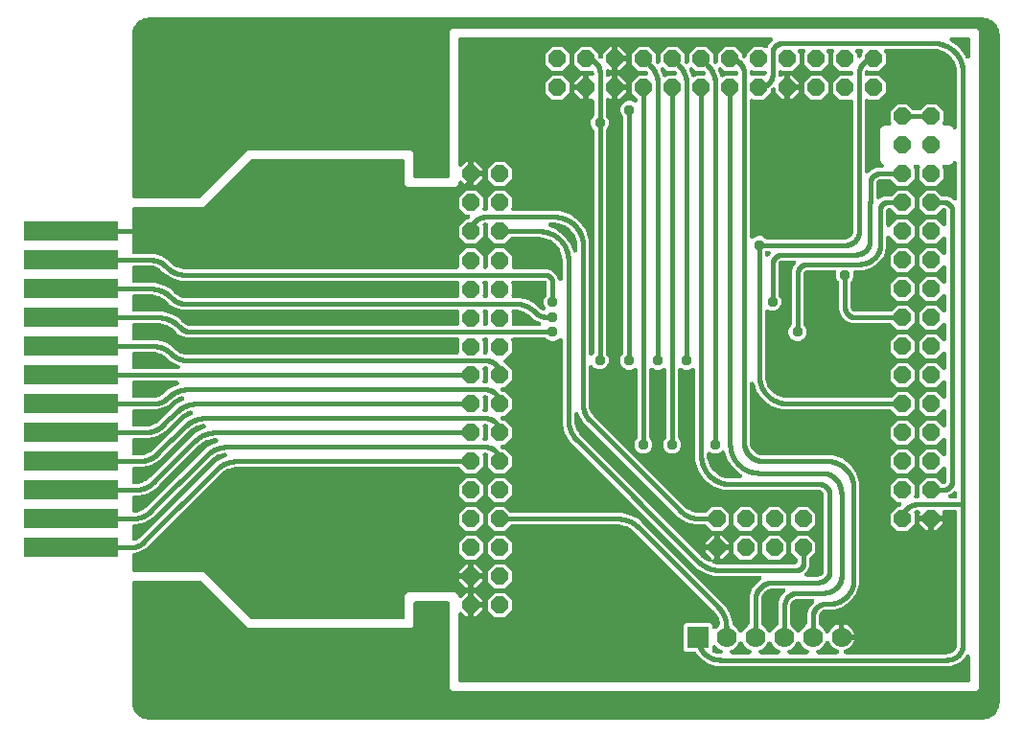
<source format=gbr>
G04 EAGLE Gerber RS-274X export*
G75*
%MOMM*%
%FSLAX34Y34*%
%LPD*%
%INBottom Copper*%
%IPPOS*%
%AMOC8*
5,1,8,0,0,1.08239X$1,22.5*%
G01*
%ADD10P,1.649562X8X202.500000*%
%ADD11R,8.255000X1.778000*%
%ADD12P,1.649562X8X112.500000*%
%ADD13P,1.649562X8X292.500000*%
%ADD14P,1.649562X8X22.500000*%
%ADD15R,1.930400X1.930400*%
%ADD16C,1.778000*%
%ADD17C,0.406400*%
%ADD18C,0.955600*%

G36*
X858592Y-50284D02*
X858592Y-50284D01*
X858697Y-50284D01*
X860902Y-50091D01*
X860914Y-50089D01*
X860925Y-50089D01*
X861251Y-50029D01*
X863389Y-49456D01*
X863400Y-49452D01*
X863411Y-49450D01*
X863722Y-49335D01*
X865728Y-48399D01*
X865738Y-48394D01*
X865749Y-48390D01*
X866035Y-48222D01*
X867849Y-46953D01*
X867857Y-46945D01*
X867867Y-46940D01*
X868120Y-46725D01*
X869685Y-45160D01*
X869692Y-45151D01*
X869701Y-45144D01*
X869913Y-44889D01*
X871182Y-43075D01*
X871188Y-43065D01*
X871195Y-43057D01*
X871359Y-42768D01*
X872295Y-40762D01*
X872299Y-40751D01*
X872304Y-40742D01*
X872416Y-40429D01*
X872989Y-38291D01*
X872991Y-38280D01*
X872995Y-38269D01*
X873051Y-37942D01*
X873244Y-35737D01*
X873243Y-35665D01*
X873251Y-35560D01*
X873251Y554990D01*
X873247Y555037D01*
X873248Y555057D01*
X873244Y555093D01*
X873244Y555167D01*
X873051Y557372D01*
X873049Y557384D01*
X873049Y557395D01*
X872989Y557721D01*
X872416Y559859D01*
X872412Y559870D01*
X872410Y559881D01*
X872295Y560192D01*
X871359Y562198D01*
X871354Y562208D01*
X871350Y562219D01*
X871182Y562505D01*
X869913Y564319D01*
X869905Y564327D01*
X869900Y564337D01*
X869685Y564590D01*
X868120Y566155D01*
X868111Y566162D01*
X868104Y566171D01*
X867849Y566383D01*
X866035Y567652D01*
X866025Y567658D01*
X866017Y567665D01*
X865728Y567829D01*
X863722Y568765D01*
X863711Y568769D01*
X863702Y568774D01*
X863389Y568886D01*
X861251Y569459D01*
X861240Y569461D01*
X861229Y569465D01*
X860902Y569521D01*
X858697Y569714D01*
X858625Y569713D01*
X858520Y569721D01*
X121920Y569721D01*
X121848Y569714D01*
X121743Y569714D01*
X119538Y569521D01*
X119526Y569519D01*
X119515Y569519D01*
X119189Y569459D01*
X117051Y568886D01*
X117040Y568882D01*
X117029Y568880D01*
X116718Y568765D01*
X114712Y567829D01*
X114702Y567824D01*
X114691Y567820D01*
X114405Y567652D01*
X112592Y566383D01*
X112583Y566375D01*
X112573Y566370D01*
X112320Y566155D01*
X110755Y564590D01*
X110748Y564581D01*
X110739Y564574D01*
X110527Y564319D01*
X109258Y562505D01*
X109252Y562495D01*
X109245Y562487D01*
X109081Y562198D01*
X108145Y560192D01*
X108141Y560181D01*
X108136Y560172D01*
X108024Y559859D01*
X107451Y557721D01*
X107449Y557710D01*
X107445Y557699D01*
X107389Y557372D01*
X107196Y555167D01*
X107197Y555095D01*
X107189Y554990D01*
X107189Y412242D01*
X107191Y412224D01*
X107189Y412206D01*
X107210Y412024D01*
X107229Y411841D01*
X107234Y411824D01*
X107236Y411807D01*
X107293Y411632D01*
X107347Y411456D01*
X107355Y411441D01*
X107361Y411424D01*
X107451Y411264D01*
X107539Y411102D01*
X107550Y411089D01*
X107559Y411073D01*
X107679Y410934D01*
X107796Y410793D01*
X107810Y410782D01*
X107822Y410768D01*
X107967Y410656D01*
X108110Y410541D01*
X108126Y410533D01*
X108140Y410522D01*
X108305Y410440D01*
X108467Y410355D01*
X108484Y410350D01*
X108501Y410342D01*
X108679Y410295D01*
X108854Y410244D01*
X108872Y410242D01*
X108889Y410238D01*
X109220Y410211D01*
X166490Y410211D01*
X166517Y410213D01*
X166543Y410211D01*
X166717Y410233D01*
X166891Y410251D01*
X166916Y410258D01*
X166943Y410262D01*
X167109Y410317D01*
X167276Y410369D01*
X167299Y410382D01*
X167325Y410390D01*
X167476Y410477D01*
X167630Y410561D01*
X167650Y410578D01*
X167673Y410591D01*
X167926Y410806D01*
X209242Y452121D01*
X353368Y452121D01*
X355601Y449888D01*
X355601Y430022D01*
X355603Y430004D01*
X355601Y429986D01*
X355622Y429804D01*
X355641Y429621D01*
X355646Y429604D01*
X355648Y429587D01*
X355705Y429412D01*
X355759Y429236D01*
X355767Y429221D01*
X355773Y429204D01*
X355863Y429044D01*
X355951Y428882D01*
X355962Y428869D01*
X355971Y428853D01*
X356091Y428714D01*
X356208Y428573D01*
X356222Y428562D01*
X356234Y428548D01*
X356379Y428436D01*
X356522Y428321D01*
X356538Y428313D01*
X356552Y428302D01*
X356717Y428220D01*
X356879Y428135D01*
X356896Y428130D01*
X356912Y428122D01*
X357091Y428075D01*
X357266Y428024D01*
X357284Y428022D01*
X357301Y428018D01*
X357632Y427991D01*
X385572Y427991D01*
X385590Y427993D01*
X385608Y427991D01*
X385790Y428012D01*
X385973Y428031D01*
X385990Y428036D01*
X386007Y428038D01*
X386182Y428095D01*
X386358Y428149D01*
X386373Y428157D01*
X386390Y428163D01*
X386550Y428253D01*
X386712Y428341D01*
X386725Y428352D01*
X386741Y428361D01*
X386880Y428481D01*
X387021Y428598D01*
X387032Y428612D01*
X387046Y428624D01*
X387158Y428769D01*
X387273Y428912D01*
X387281Y428928D01*
X387292Y428942D01*
X387374Y429107D01*
X387459Y429269D01*
X387464Y429286D01*
X387472Y429302D01*
X387519Y429481D01*
X387570Y429656D01*
X387572Y429674D01*
X387576Y429691D01*
X387603Y430022D01*
X387603Y557838D01*
X389836Y560071D01*
X852478Y560071D01*
X854711Y557838D01*
X854711Y-23088D01*
X852478Y-25321D01*
X389836Y-25321D01*
X387603Y-23088D01*
X387603Y52070D01*
X387601Y52088D01*
X387603Y52106D01*
X387582Y52288D01*
X387563Y52471D01*
X387558Y52488D01*
X387556Y52505D01*
X387499Y52680D01*
X387445Y52856D01*
X387437Y52871D01*
X387431Y52888D01*
X387341Y53048D01*
X387253Y53210D01*
X387242Y53223D01*
X387233Y53239D01*
X387113Y53378D01*
X386996Y53519D01*
X386982Y53530D01*
X386970Y53544D01*
X386825Y53656D01*
X386682Y53771D01*
X386666Y53779D01*
X386652Y53790D01*
X386487Y53872D01*
X386325Y53957D01*
X386308Y53962D01*
X386292Y53970D01*
X386113Y54017D01*
X385938Y54068D01*
X385920Y54070D01*
X385903Y54074D01*
X385572Y54101D01*
X357632Y54101D01*
X357614Y54099D01*
X357596Y54101D01*
X357414Y54080D01*
X357231Y54061D01*
X357214Y54056D01*
X357197Y54054D01*
X357022Y53997D01*
X356846Y53943D01*
X356831Y53935D01*
X356814Y53929D01*
X356654Y53839D01*
X356492Y53751D01*
X356479Y53740D01*
X356463Y53731D01*
X356324Y53611D01*
X356183Y53494D01*
X356172Y53480D01*
X356158Y53468D01*
X356046Y53323D01*
X355931Y53180D01*
X355923Y53164D01*
X355912Y53150D01*
X355830Y52985D01*
X355745Y52823D01*
X355740Y52806D01*
X355732Y52790D01*
X355685Y52611D01*
X355634Y52436D01*
X355632Y52418D01*
X355628Y52401D01*
X355601Y52070D01*
X355601Y32712D01*
X353368Y30479D01*
X209242Y30479D01*
X167927Y71794D01*
X167906Y71811D01*
X167888Y71832D01*
X167750Y71939D01*
X167615Y72049D01*
X167591Y72062D01*
X167570Y72078D01*
X167413Y72156D01*
X167259Y72238D01*
X167234Y72246D01*
X167210Y72258D01*
X167040Y72303D01*
X166873Y72353D01*
X166847Y72355D01*
X166821Y72362D01*
X166490Y72389D01*
X109220Y72389D01*
X109202Y72387D01*
X109184Y72389D01*
X109002Y72368D01*
X108819Y72349D01*
X108802Y72344D01*
X108785Y72342D01*
X108610Y72285D01*
X108434Y72231D01*
X108419Y72223D01*
X108402Y72217D01*
X108242Y72127D01*
X108080Y72039D01*
X108067Y72028D01*
X108051Y72019D01*
X107912Y71899D01*
X107771Y71782D01*
X107760Y71768D01*
X107747Y71756D01*
X107634Y71611D01*
X107519Y71468D01*
X107511Y71452D01*
X107500Y71438D01*
X107418Y71273D01*
X107333Y71111D01*
X107328Y71094D01*
X107320Y71078D01*
X107273Y70899D01*
X107222Y70724D01*
X107220Y70706D01*
X107216Y70689D01*
X107189Y70358D01*
X107189Y-35560D01*
X107196Y-35632D01*
X107196Y-35737D01*
X107389Y-37942D01*
X107392Y-37954D01*
X107392Y-37965D01*
X107451Y-38291D01*
X108024Y-40429D01*
X108028Y-40440D01*
X108030Y-40451D01*
X108145Y-40762D01*
X109081Y-42768D01*
X109086Y-42778D01*
X109090Y-42789D01*
X109258Y-43075D01*
X110527Y-44889D01*
X110535Y-44897D01*
X110540Y-44907D01*
X110755Y-45160D01*
X112320Y-46725D01*
X112329Y-46732D01*
X112336Y-46741D01*
X112592Y-46953D01*
X114405Y-48222D01*
X114415Y-48228D01*
X114423Y-48235D01*
X114712Y-48399D01*
X116718Y-49335D01*
X116729Y-49339D01*
X116738Y-49344D01*
X117051Y-49456D01*
X119189Y-50029D01*
X119200Y-50031D01*
X119211Y-50035D01*
X119538Y-50091D01*
X121743Y-50284D01*
X121815Y-50283D01*
X121920Y-50291D01*
X858520Y-50291D01*
X858592Y-50284D01*
G37*
G36*
X845076Y-17697D02*
X845076Y-17697D01*
X845094Y-17699D01*
X845276Y-17678D01*
X845459Y-17659D01*
X845476Y-17654D01*
X845493Y-17652D01*
X845668Y-17595D01*
X845844Y-17541D01*
X845859Y-17533D01*
X845876Y-17527D01*
X846036Y-17437D01*
X846198Y-17349D01*
X846211Y-17338D01*
X846227Y-17329D01*
X846366Y-17209D01*
X846507Y-17092D01*
X846518Y-17078D01*
X846532Y-17066D01*
X846644Y-16921D01*
X846759Y-16778D01*
X846767Y-16762D01*
X846778Y-16748D01*
X846860Y-16583D01*
X846945Y-16421D01*
X846950Y-16404D01*
X846958Y-16388D01*
X847005Y-16209D01*
X847056Y-16034D01*
X847058Y-16016D01*
X847062Y-15999D01*
X847089Y-15668D01*
X847089Y5136D01*
X847089Y5140D01*
X847089Y5145D01*
X847069Y5339D01*
X847049Y5536D01*
X847048Y5541D01*
X847048Y5545D01*
X846989Y5732D01*
X846931Y5921D01*
X846929Y5925D01*
X846928Y5929D01*
X846833Y6102D01*
X846739Y6275D01*
X846737Y6279D01*
X846734Y6283D01*
X846606Y6435D01*
X846482Y6584D01*
X846478Y6587D01*
X846475Y6591D01*
X846321Y6714D01*
X846168Y6837D01*
X846164Y6839D01*
X846161Y6842D01*
X845986Y6931D01*
X845811Y7022D01*
X845806Y7024D01*
X845802Y7026D01*
X845615Y7079D01*
X845424Y7134D01*
X845419Y7134D01*
X845415Y7135D01*
X845222Y7150D01*
X845022Y7167D01*
X845018Y7166D01*
X845014Y7166D01*
X844820Y7143D01*
X844623Y7120D01*
X844618Y7118D01*
X844614Y7118D01*
X844429Y7056D01*
X844240Y6995D01*
X844236Y6993D01*
X844232Y6991D01*
X844060Y6893D01*
X843889Y6797D01*
X843886Y6794D01*
X843882Y6792D01*
X843731Y6660D01*
X843585Y6534D01*
X843582Y6530D01*
X843578Y6527D01*
X843458Y6371D01*
X843338Y6216D01*
X843336Y6212D01*
X843333Y6208D01*
X843181Y5913D01*
X843021Y5526D01*
X837668Y173D01*
X830673Y-2724D01*
X622564Y-2724D01*
X614995Y-265D01*
X608557Y4413D01*
X605324Y8862D01*
X605201Y9000D01*
X605079Y9142D01*
X605067Y9151D01*
X605056Y9163D01*
X604908Y9275D01*
X604761Y9388D01*
X604747Y9395D01*
X604735Y9405D01*
X604566Y9485D01*
X604400Y9568D01*
X604385Y9572D01*
X604371Y9578D01*
X604192Y9624D01*
X604012Y9672D01*
X603994Y9674D01*
X603981Y9677D01*
X603912Y9680D01*
X603681Y9699D01*
X595585Y9699D01*
X593799Y11485D01*
X593799Y33315D01*
X595585Y35101D01*
X617415Y35101D01*
X619201Y33315D01*
X619201Y31488D01*
X619202Y31480D01*
X619201Y31471D01*
X619222Y31279D01*
X619241Y31088D01*
X619243Y31079D01*
X619244Y31070D01*
X619302Y30888D01*
X619359Y30703D01*
X619363Y30695D01*
X619366Y30687D01*
X619459Y30518D01*
X619551Y30349D01*
X619556Y30342D01*
X619561Y30334D01*
X619685Y30187D01*
X619808Y30040D01*
X619815Y30034D01*
X619821Y30027D01*
X619972Y29908D01*
X620122Y29787D01*
X620130Y29783D01*
X620137Y29778D01*
X620310Y29690D01*
X620479Y29602D01*
X620488Y29599D01*
X620496Y29595D01*
X620682Y29543D01*
X620866Y29490D01*
X620875Y29490D01*
X620884Y29487D01*
X621077Y29473D01*
X621268Y29458D01*
X621276Y29459D01*
X621285Y29458D01*
X621478Y29482D01*
X621667Y29504D01*
X621676Y29507D01*
X621685Y29508D01*
X621868Y29570D01*
X622050Y29629D01*
X622058Y29634D01*
X622066Y29637D01*
X622232Y29732D01*
X622401Y29827D01*
X622408Y29833D01*
X622415Y29838D01*
X622668Y30052D01*
X625137Y32521D01*
X625199Y32547D01*
X625275Y32588D01*
X625356Y32620D01*
X625452Y32682D01*
X625554Y32737D01*
X625620Y32792D01*
X625693Y32839D01*
X625775Y32920D01*
X625864Y32993D01*
X625919Y33060D01*
X625981Y33121D01*
X626045Y33216D01*
X626118Y33306D01*
X626158Y33383D01*
X626207Y33454D01*
X626251Y33560D01*
X626305Y33662D01*
X626329Y33745D01*
X626363Y33825D01*
X626386Y33938D01*
X626418Y34049D01*
X626425Y34135D01*
X626443Y34220D01*
X626443Y34335D01*
X626453Y34450D01*
X626443Y34536D01*
X626443Y34623D01*
X626417Y34765D01*
X626407Y34850D01*
X626394Y34892D01*
X626384Y34949D01*
X625358Y38777D01*
X625323Y38870D01*
X625297Y38967D01*
X625244Y39079D01*
X625216Y39153D01*
X625187Y39200D01*
X625155Y39267D01*
X622768Y43401D01*
X622748Y43428D01*
X622734Y43458D01*
X622536Y43725D01*
X620959Y45523D01*
X620918Y45562D01*
X620868Y45620D01*
X550520Y115968D01*
X550477Y116004D01*
X550423Y116059D01*
X548625Y117636D01*
X548597Y117656D01*
X548574Y117679D01*
X548301Y117868D01*
X544167Y120255D01*
X544076Y120296D01*
X543989Y120346D01*
X543872Y120388D01*
X543800Y120421D01*
X543746Y120433D01*
X543677Y120458D01*
X539065Y121694D01*
X539032Y121699D01*
X539001Y121710D01*
X538672Y121758D01*
X536285Y121915D01*
X536229Y121913D01*
X536152Y121919D01*
X442648Y121919D01*
X442622Y121917D01*
X442595Y121919D01*
X442421Y121897D01*
X442248Y121879D01*
X442222Y121872D01*
X442196Y121868D01*
X442030Y121813D01*
X441863Y121761D01*
X441839Y121748D01*
X441814Y121740D01*
X441662Y121653D01*
X441509Y121569D01*
X441488Y121552D01*
X441465Y121539D01*
X441212Y121324D01*
X436219Y116331D01*
X427381Y116331D01*
X421131Y122581D01*
X421131Y131419D01*
X427381Y137669D01*
X436219Y137669D01*
X441212Y132676D01*
X441233Y132659D01*
X441250Y132638D01*
X441388Y132531D01*
X441524Y132421D01*
X441547Y132408D01*
X441568Y132392D01*
X441725Y132314D01*
X441879Y132232D01*
X441905Y132224D01*
X441929Y132212D01*
X442098Y132167D01*
X442265Y132117D01*
X442292Y132115D01*
X442318Y132108D01*
X442648Y132081D01*
X540165Y132081D01*
X547918Y130004D01*
X554868Y125991D01*
X556705Y124153D01*
X629053Y51805D01*
X630891Y49968D01*
X634904Y43018D01*
X636981Y35265D01*
X636981Y34575D01*
X636983Y34553D01*
X636981Y34531D01*
X637003Y34353D01*
X637021Y34174D01*
X637027Y34153D01*
X637030Y34131D01*
X637086Y33961D01*
X637139Y33790D01*
X637149Y33770D01*
X637156Y33749D01*
X637245Y33593D01*
X637331Y33436D01*
X637345Y33418D01*
X637356Y33399D01*
X637474Y33264D01*
X637588Y33126D01*
X637606Y33112D01*
X637620Y33095D01*
X637763Y32986D01*
X637902Y32874D01*
X637922Y32864D01*
X637940Y32850D01*
X638235Y32698D01*
X638663Y32521D01*
X642021Y29163D01*
X642723Y27467D01*
X642728Y27460D01*
X642730Y27451D01*
X642823Y27282D01*
X642914Y27113D01*
X642919Y27106D01*
X642923Y27098D01*
X643048Y26950D01*
X643170Y26802D01*
X643177Y26797D01*
X643183Y26790D01*
X643334Y26669D01*
X643483Y26549D01*
X643490Y26544D01*
X643497Y26539D01*
X643670Y26450D01*
X643839Y26361D01*
X643848Y26359D01*
X643856Y26355D01*
X644041Y26302D01*
X644226Y26248D01*
X644234Y26248D01*
X644243Y26245D01*
X644434Y26230D01*
X644627Y26214D01*
X644636Y26215D01*
X644644Y26214D01*
X644837Y26237D01*
X645027Y26259D01*
X645035Y26262D01*
X645044Y26263D01*
X645229Y26324D01*
X645410Y26382D01*
X645418Y26386D01*
X645426Y26389D01*
X645594Y26485D01*
X645762Y26578D01*
X645768Y26584D01*
X645776Y26589D01*
X645920Y26714D01*
X646067Y26840D01*
X646073Y26847D01*
X646080Y26853D01*
X646196Y27004D01*
X646316Y27157D01*
X646320Y27165D01*
X646325Y27172D01*
X646477Y27467D01*
X647179Y29163D01*
X650537Y32521D01*
X650965Y32698D01*
X650985Y32709D01*
X651006Y32716D01*
X651162Y32804D01*
X651320Y32889D01*
X651337Y32903D01*
X651357Y32914D01*
X651492Y33031D01*
X651631Y33145D01*
X651645Y33162D01*
X651662Y33177D01*
X651771Y33318D01*
X651884Y33458D01*
X651895Y33477D01*
X651908Y33495D01*
X651988Y33656D01*
X652071Y33814D01*
X652078Y33836D01*
X652088Y33856D01*
X652134Y34029D01*
X652184Y34201D01*
X652186Y34223D01*
X652192Y34244D01*
X652219Y34575D01*
X652219Y58301D01*
X654271Y64615D01*
X658174Y69987D01*
X662315Y72996D01*
X662441Y73108D01*
X662570Y73216D01*
X662591Y73241D01*
X662616Y73264D01*
X662717Y73398D01*
X662823Y73529D01*
X662838Y73559D01*
X662858Y73585D01*
X662931Y73737D01*
X663008Y73887D01*
X663017Y73919D01*
X663032Y73949D01*
X663073Y74112D01*
X663120Y74274D01*
X663122Y74307D01*
X663130Y74339D01*
X663139Y74507D01*
X663152Y74675D01*
X663149Y74708D01*
X663150Y74741D01*
X663125Y74908D01*
X663106Y75075D01*
X663095Y75106D01*
X663090Y75139D01*
X663033Y75298D01*
X662981Y75457D01*
X662964Y75486D01*
X662953Y75518D01*
X662865Y75662D01*
X662783Y75808D01*
X662761Y75833D01*
X662744Y75862D01*
X662630Y75985D01*
X662520Y76113D01*
X662493Y76133D01*
X662471Y76158D01*
X662334Y76256D01*
X662202Y76360D01*
X662172Y76374D01*
X662145Y76394D01*
X661992Y76464D01*
X661841Y76539D01*
X661809Y76547D01*
X661778Y76561D01*
X661615Y76600D01*
X661452Y76643D01*
X661415Y76646D01*
X661386Y76653D01*
X661300Y76656D01*
X661121Y76670D01*
X621002Y76670D01*
X613367Y78716D01*
X606522Y82668D01*
X602727Y86463D01*
X495353Y193838D01*
X493515Y195675D01*
X489502Y202626D01*
X487425Y210378D01*
X487425Y223877D01*
X487422Y223908D01*
X487424Y223939D01*
X487402Y224108D01*
X487385Y224277D01*
X487376Y224307D01*
X487372Y224338D01*
X487271Y224654D01*
X487258Y224685D01*
X487258Y284781D01*
X487257Y284789D01*
X487258Y284798D01*
X487237Y284990D01*
X487218Y285181D01*
X487215Y285190D01*
X487214Y285199D01*
X487157Y285380D01*
X487100Y285566D01*
X487095Y285574D01*
X487093Y285582D01*
X487000Y285751D01*
X486908Y285920D01*
X486902Y285927D01*
X486898Y285935D01*
X486773Y286082D01*
X486650Y286229D01*
X486643Y286235D01*
X486637Y286242D01*
X486486Y286361D01*
X486336Y286482D01*
X486328Y286486D01*
X486321Y286491D01*
X486150Y286578D01*
X485979Y286667D01*
X485970Y286670D01*
X485962Y286674D01*
X485777Y286725D01*
X485592Y286779D01*
X485583Y286779D01*
X485575Y286782D01*
X485382Y286796D01*
X485191Y286811D01*
X485182Y286810D01*
X485173Y286811D01*
X484982Y286787D01*
X484791Y286765D01*
X484782Y286762D01*
X484774Y286761D01*
X484593Y286700D01*
X484408Y286640D01*
X484400Y286635D01*
X484392Y286632D01*
X484226Y286537D01*
X484058Y286442D01*
X484051Y286436D01*
X484043Y286432D01*
X483790Y286217D01*
X482969Y285396D01*
X480093Y284205D01*
X476979Y284205D01*
X474103Y285396D01*
X473143Y286356D01*
X473122Y286373D01*
X473105Y286393D01*
X472967Y286500D01*
X472831Y286611D01*
X472808Y286623D01*
X472787Y286640D01*
X472630Y286718D01*
X472476Y286799D01*
X472450Y286807D01*
X472426Y286819D01*
X472257Y286865D01*
X472090Y286914D01*
X472063Y286917D01*
X472037Y286924D01*
X471707Y286951D01*
X443733Y286951D01*
X443724Y286950D01*
X443715Y286951D01*
X443523Y286930D01*
X443332Y286911D01*
X443324Y286908D01*
X443315Y286907D01*
X443132Y286849D01*
X442947Y286793D01*
X442940Y286788D01*
X442931Y286786D01*
X442763Y286693D01*
X442593Y286601D01*
X442587Y286595D01*
X442579Y286591D01*
X442432Y286466D01*
X442284Y286343D01*
X442279Y286336D01*
X442272Y286330D01*
X442152Y286178D01*
X442032Y286029D01*
X442028Y286022D01*
X442022Y286014D01*
X441934Y285842D01*
X441846Y285672D01*
X441844Y285664D01*
X441840Y285656D01*
X441788Y285470D01*
X441735Y285285D01*
X441734Y285276D01*
X441732Y285268D01*
X441718Y285075D01*
X441702Y284884D01*
X441703Y284875D01*
X441702Y284866D01*
X441727Y284675D01*
X441749Y284484D01*
X441752Y284475D01*
X441753Y284467D01*
X441814Y284285D01*
X441874Y284101D01*
X441878Y284093D01*
X441881Y284085D01*
X441977Y283918D01*
X442072Y283751D01*
X442078Y283744D01*
X442082Y283736D01*
X442297Y283483D01*
X442469Y283311D01*
X442469Y274473D01*
X435878Y267882D01*
X435867Y267869D01*
X435853Y267857D01*
X435739Y267713D01*
X435623Y267571D01*
X435615Y267555D01*
X435604Y267541D01*
X435520Y267377D01*
X435434Y267215D01*
X435429Y267198D01*
X435421Y267182D01*
X435372Y267005D01*
X435320Y266829D01*
X435318Y266811D01*
X435313Y266794D01*
X435300Y266611D01*
X435283Y266428D01*
X435285Y266410D01*
X435284Y266393D01*
X435307Y266211D01*
X435327Y266028D01*
X435332Y266011D01*
X435334Y265993D01*
X435393Y265820D01*
X435448Y265644D01*
X435457Y265628D01*
X435463Y265612D01*
X435554Y265452D01*
X435643Y265292D01*
X435654Y265278D01*
X435663Y265263D01*
X435878Y265010D01*
X442469Y258419D01*
X442469Y249581D01*
X436219Y243331D01*
X434418Y243331D01*
X434285Y243318D01*
X434151Y243314D01*
X434085Y243298D01*
X434018Y243291D01*
X433890Y243252D01*
X433759Y243221D01*
X433698Y243193D01*
X433633Y243173D01*
X433515Y243109D01*
X433393Y243054D01*
X433338Y243014D01*
X433279Y242981D01*
X433176Y242896D01*
X433067Y242817D01*
X433022Y242767D01*
X432970Y242724D01*
X432886Y242619D01*
X432795Y242521D01*
X432760Y242463D01*
X432717Y242410D01*
X432656Y242291D01*
X432586Y242176D01*
X432563Y242113D01*
X432532Y242053D01*
X432495Y241924D01*
X432449Y241798D01*
X432439Y241731D01*
X432420Y241666D01*
X432409Y241532D01*
X432390Y241400D01*
X432393Y241332D01*
X432387Y241264D01*
X432403Y241131D01*
X432410Y240998D01*
X432426Y240932D01*
X432434Y240865D01*
X432476Y240737D01*
X432509Y240607D01*
X432538Y240546D01*
X432559Y240482D01*
X432625Y240365D01*
X432683Y240244D01*
X432724Y240190D01*
X432757Y240131D01*
X432845Y240030D01*
X432925Y239923D01*
X432976Y239878D01*
X433020Y239827D01*
X433126Y239744D01*
X433226Y239655D01*
X433293Y239615D01*
X433338Y239580D01*
X433358Y239570D01*
X433408Y239545D01*
X433510Y239483D01*
X433606Y239446D01*
X433699Y239400D01*
X433794Y239375D01*
X433886Y239340D01*
X433988Y239323D01*
X434088Y239296D01*
X434206Y239286D01*
X434283Y239273D01*
X434341Y239275D01*
X434418Y239269D01*
X436219Y239269D01*
X442469Y233019D01*
X442469Y224181D01*
X436219Y217931D01*
X434418Y217931D01*
X434285Y217918D01*
X434151Y217914D01*
X434085Y217898D01*
X434018Y217891D01*
X433890Y217852D01*
X433759Y217821D01*
X433698Y217793D01*
X433633Y217773D01*
X433515Y217709D01*
X433393Y217654D01*
X433338Y217614D01*
X433279Y217581D01*
X433176Y217496D01*
X433067Y217417D01*
X433022Y217367D01*
X432970Y217324D01*
X432886Y217219D01*
X432795Y217121D01*
X432760Y217063D01*
X432717Y217010D01*
X432656Y216891D01*
X432586Y216776D01*
X432563Y216713D01*
X432532Y216653D01*
X432495Y216524D01*
X432449Y216398D01*
X432439Y216331D01*
X432420Y216266D01*
X432409Y216132D01*
X432390Y216000D01*
X432393Y215932D01*
X432387Y215864D01*
X432403Y215731D01*
X432410Y215598D01*
X432426Y215532D01*
X432434Y215465D01*
X432476Y215337D01*
X432509Y215207D01*
X432538Y215146D01*
X432559Y215082D01*
X432625Y214965D01*
X432683Y214844D01*
X432724Y214790D01*
X432757Y214731D01*
X432845Y214630D01*
X432925Y214523D01*
X432976Y214478D01*
X433020Y214427D01*
X433126Y214344D01*
X433226Y214255D01*
X433293Y214215D01*
X433338Y214180D01*
X433408Y214145D01*
X433510Y214083D01*
X433606Y214046D01*
X433699Y214000D01*
X433794Y213975D01*
X433886Y213940D01*
X433988Y213923D01*
X434088Y213896D01*
X434206Y213886D01*
X434283Y213873D01*
X434341Y213875D01*
X434418Y213869D01*
X436219Y213869D01*
X442469Y207619D01*
X442469Y198781D01*
X436219Y192531D01*
X434418Y192531D01*
X434285Y192518D01*
X434151Y192514D01*
X434085Y192498D01*
X434018Y192491D01*
X433890Y192452D01*
X433759Y192421D01*
X433698Y192393D01*
X433633Y192373D01*
X433515Y192309D01*
X433393Y192254D01*
X433338Y192214D01*
X433279Y192181D01*
X433176Y192096D01*
X433067Y192017D01*
X433022Y191967D01*
X432970Y191924D01*
X432886Y191819D01*
X432795Y191721D01*
X432760Y191663D01*
X432717Y191610D01*
X432656Y191491D01*
X432586Y191376D01*
X432563Y191313D01*
X432532Y191253D01*
X432495Y191124D01*
X432449Y190998D01*
X432439Y190931D01*
X432420Y190866D01*
X432409Y190732D01*
X432390Y190600D01*
X432393Y190532D01*
X432387Y190464D01*
X432403Y190331D01*
X432410Y190198D01*
X432426Y190132D01*
X432434Y190065D01*
X432476Y189937D01*
X432509Y189807D01*
X432538Y189746D01*
X432559Y189682D01*
X432625Y189565D01*
X432683Y189444D01*
X432724Y189390D01*
X432757Y189331D01*
X432845Y189230D01*
X432925Y189123D01*
X432976Y189078D01*
X433020Y189027D01*
X433126Y188944D01*
X433226Y188855D01*
X433293Y188815D01*
X433338Y188780D01*
X433408Y188745D01*
X433510Y188683D01*
X433606Y188646D01*
X433699Y188600D01*
X433794Y188575D01*
X433886Y188540D01*
X433988Y188523D01*
X434088Y188496D01*
X434206Y188486D01*
X434283Y188473D01*
X434341Y188475D01*
X434418Y188469D01*
X436219Y188469D01*
X442469Y182219D01*
X442469Y173381D01*
X436219Y167131D01*
X427381Y167131D01*
X421131Y173381D01*
X421131Y182312D01*
X421142Y182332D01*
X421202Y182425D01*
X421236Y182509D01*
X421278Y182589D01*
X421310Y182696D01*
X421351Y182799D01*
X421367Y182888D01*
X421393Y182975D01*
X421403Y183086D01*
X421423Y183195D01*
X421421Y183286D01*
X421429Y183376D01*
X421417Y183487D01*
X421415Y183597D01*
X421396Y183686D01*
X421386Y183777D01*
X421353Y183882D01*
X421329Y183991D01*
X421292Y184074D01*
X421265Y184160D01*
X421211Y184257D01*
X421166Y184359D01*
X421114Y184433D01*
X421070Y184513D01*
X420998Y184597D01*
X420934Y184688D01*
X420868Y184750D01*
X420809Y184820D01*
X420722Y184889D01*
X420642Y184965D01*
X420565Y185013D01*
X420493Y185069D01*
X420394Y185120D01*
X420300Y185179D01*
X420215Y185211D01*
X420134Y185252D01*
X420027Y185282D01*
X419924Y185321D01*
X419817Y185340D01*
X419747Y185360D01*
X419684Y185364D01*
X419597Y185380D01*
X419299Y185409D01*
X419220Y185409D01*
X419100Y185419D01*
X418772Y185419D01*
X418763Y185418D01*
X418755Y185419D01*
X418564Y185398D01*
X418372Y185379D01*
X418363Y185377D01*
X418354Y185376D01*
X418172Y185318D01*
X417987Y185261D01*
X417979Y185257D01*
X417970Y185254D01*
X417803Y185162D01*
X417633Y185069D01*
X417626Y185064D01*
X417618Y185059D01*
X417472Y184935D01*
X417324Y184812D01*
X417318Y184805D01*
X417311Y184799D01*
X417192Y184648D01*
X417071Y184498D01*
X417067Y184490D01*
X417062Y184483D01*
X416974Y184310D01*
X416886Y184141D01*
X416883Y184132D01*
X416879Y184124D01*
X416828Y183939D01*
X416774Y183754D01*
X416774Y183745D01*
X416771Y183736D01*
X416757Y183544D01*
X416741Y183352D01*
X416743Y183344D01*
X416742Y183335D01*
X416766Y183143D01*
X416788Y182953D01*
X416791Y182944D01*
X416792Y182935D01*
X416853Y182754D01*
X416913Y182570D01*
X416918Y182562D01*
X416921Y182554D01*
X417016Y182388D01*
X417069Y182294D01*
X417069Y173381D01*
X410819Y167131D01*
X401981Y167131D01*
X396988Y172124D01*
X396967Y172141D01*
X396950Y172162D01*
X396812Y172269D01*
X396676Y172379D01*
X396653Y172392D01*
X396632Y172408D01*
X396475Y172486D01*
X396321Y172568D01*
X396295Y172576D01*
X396271Y172588D01*
X396102Y172633D01*
X395935Y172683D01*
X395908Y172685D01*
X395882Y172692D01*
X395552Y172719D01*
X199497Y172719D01*
X199441Y172714D01*
X199364Y172715D01*
X196977Y172558D01*
X196944Y172553D01*
X196911Y172553D01*
X196584Y172494D01*
X191973Y171258D01*
X191879Y171223D01*
X191783Y171197D01*
X191671Y171144D01*
X191596Y171116D01*
X191550Y171087D01*
X191483Y171055D01*
X187348Y168668D01*
X187321Y168648D01*
X187291Y168634D01*
X187025Y168436D01*
X185226Y166859D01*
X185188Y166818D01*
X185129Y166768D01*
X121454Y103093D01*
X121452Y103091D01*
X121450Y103089D01*
X121445Y103083D01*
X120448Y102087D01*
X119361Y101000D01*
X114248Y98048D01*
X108694Y96560D01*
X108549Y96505D01*
X108402Y96457D01*
X108361Y96434D01*
X108318Y96417D01*
X108186Y96335D01*
X108051Y96259D01*
X108016Y96228D01*
X107976Y96204D01*
X107864Y96097D01*
X107747Y95996D01*
X107718Y95959D01*
X107684Y95927D01*
X107595Y95800D01*
X107500Y95678D01*
X107479Y95636D01*
X107452Y95598D01*
X107390Y95456D01*
X107320Y95317D01*
X107308Y95272D01*
X107290Y95229D01*
X107256Y95078D01*
X107216Y94928D01*
X107212Y94876D01*
X107203Y94836D01*
X107201Y94750D01*
X107189Y94597D01*
X107189Y82042D01*
X107191Y82024D01*
X107189Y82006D01*
X107210Y81824D01*
X107229Y81641D01*
X107234Y81624D01*
X107236Y81607D01*
X107293Y81432D01*
X107347Y81256D01*
X107355Y81241D01*
X107361Y81224D01*
X107451Y81064D01*
X107539Y80902D01*
X107550Y80889D01*
X107559Y80873D01*
X107679Y80734D01*
X107796Y80593D01*
X107810Y80582D01*
X107822Y80568D01*
X107967Y80456D01*
X108110Y80341D01*
X108126Y80333D01*
X108140Y80322D01*
X108305Y80240D01*
X108467Y80155D01*
X108484Y80150D01*
X108501Y80142D01*
X108679Y80095D01*
X108854Y80044D01*
X108872Y80042D01*
X108889Y80038D01*
X109220Y80011D01*
X170488Y80011D01*
X173315Y77184D01*
X173316Y77183D01*
X211804Y38696D01*
X211824Y38679D01*
X211842Y38658D01*
X211980Y38551D01*
X212115Y38441D01*
X212139Y38428D01*
X212160Y38412D01*
X212317Y38334D01*
X212471Y38252D01*
X212496Y38244D01*
X212520Y38232D01*
X212690Y38187D01*
X212857Y38137D01*
X212883Y38135D01*
X212909Y38128D01*
X213240Y38101D01*
X345948Y38101D01*
X345966Y38103D01*
X345984Y38101D01*
X346166Y38122D01*
X346349Y38141D01*
X346366Y38146D01*
X346383Y38148D01*
X346558Y38205D01*
X346734Y38259D01*
X346749Y38267D01*
X346766Y38273D01*
X346926Y38363D01*
X347088Y38451D01*
X347101Y38462D01*
X347117Y38471D01*
X347256Y38591D01*
X347397Y38708D01*
X347408Y38722D01*
X347422Y38734D01*
X347534Y38879D01*
X347649Y39022D01*
X347657Y39038D01*
X347668Y39052D01*
X347750Y39217D01*
X347835Y39379D01*
X347840Y39396D01*
X347848Y39412D01*
X347895Y39591D01*
X347946Y39766D01*
X347948Y39784D01*
X347952Y39801D01*
X347979Y40132D01*
X347979Y59490D01*
X350212Y61723D01*
X392992Y61723D01*
X395225Y59490D01*
X395225Y58898D01*
X395226Y58889D01*
X395225Y58880D01*
X395246Y58688D01*
X395265Y58497D01*
X395267Y58489D01*
X395268Y58480D01*
X395326Y58298D01*
X395383Y58112D01*
X395387Y58105D01*
X395390Y58096D01*
X395483Y57928D01*
X395575Y57758D01*
X395580Y57752D01*
X395585Y57744D01*
X395709Y57597D01*
X395832Y57449D01*
X395839Y57444D01*
X395845Y57437D01*
X395996Y57318D01*
X396146Y57197D01*
X396154Y57193D01*
X396161Y57187D01*
X396334Y57099D01*
X396503Y57011D01*
X396512Y57009D01*
X396520Y57005D01*
X396706Y56953D01*
X396890Y56900D01*
X396899Y56899D01*
X396908Y56897D01*
X397101Y56883D01*
X397292Y56867D01*
X397300Y56868D01*
X397309Y56867D01*
X397502Y56892D01*
X397691Y56914D01*
X397700Y56917D01*
X397709Y56918D01*
X397891Y56979D01*
X398074Y57039D01*
X398082Y57043D01*
X398090Y57046D01*
X398257Y57142D01*
X398425Y57237D01*
X398432Y57243D01*
X398439Y57247D01*
X398692Y57462D01*
X402191Y60961D01*
X403861Y60961D01*
X403861Y51308D01*
X403862Y51290D01*
X403861Y51273D01*
X403882Y51090D01*
X403901Y50908D01*
X403906Y50891D01*
X403908Y50873D01*
X403933Y50795D01*
X403894Y50658D01*
X403892Y50640D01*
X403888Y50623D01*
X403861Y50292D01*
X403861Y40639D01*
X402191Y40639D01*
X398692Y44138D01*
X398685Y44144D01*
X398680Y44151D01*
X398530Y44271D01*
X398381Y44393D01*
X398373Y44398D01*
X398366Y44403D01*
X398196Y44492D01*
X398025Y44582D01*
X398016Y44585D01*
X398009Y44589D01*
X397824Y44642D01*
X397639Y44697D01*
X397630Y44698D01*
X397622Y44700D01*
X397430Y44716D01*
X397238Y44733D01*
X397229Y44732D01*
X397220Y44733D01*
X397031Y44711D01*
X396838Y44690D01*
X396829Y44687D01*
X396821Y44686D01*
X396639Y44627D01*
X396454Y44568D01*
X396446Y44564D01*
X396438Y44561D01*
X396269Y44466D01*
X396102Y44373D01*
X396095Y44368D01*
X396087Y44363D01*
X395941Y44237D01*
X395795Y44113D01*
X395789Y44106D01*
X395782Y44100D01*
X395665Y43949D01*
X395545Y43797D01*
X395541Y43789D01*
X395536Y43782D01*
X395450Y43610D01*
X395363Y43438D01*
X395360Y43430D01*
X395356Y43421D01*
X395306Y43236D01*
X395255Y43050D01*
X395254Y43041D01*
X395252Y43033D01*
X395225Y42702D01*
X395225Y-15668D01*
X395227Y-15686D01*
X395225Y-15704D01*
X395246Y-15886D01*
X395265Y-16069D01*
X395270Y-16086D01*
X395272Y-16103D01*
X395329Y-16278D01*
X395383Y-16454D01*
X395391Y-16469D01*
X395397Y-16486D01*
X395487Y-16646D01*
X395575Y-16808D01*
X395586Y-16821D01*
X395595Y-16837D01*
X395715Y-16976D01*
X395832Y-17117D01*
X395846Y-17128D01*
X395858Y-17142D01*
X396003Y-17254D01*
X396146Y-17369D01*
X396162Y-17377D01*
X396176Y-17388D01*
X396341Y-17470D01*
X396503Y-17555D01*
X396520Y-17560D01*
X396536Y-17568D01*
X396715Y-17615D01*
X396890Y-17666D01*
X396908Y-17668D01*
X396925Y-17672D01*
X397256Y-17699D01*
X845058Y-17699D01*
X845076Y-17697D01*
G37*
G36*
X712797Y75949D02*
X712797Y75949D01*
X712918Y75951D01*
X713579Y76016D01*
X713709Y76042D01*
X713841Y76059D01*
X713916Y76084D01*
X713974Y76095D01*
X714045Y76125D01*
X714157Y76161D01*
X715379Y76667D01*
X715406Y76682D01*
X715436Y76692D01*
X715584Y76777D01*
X715734Y76857D01*
X715758Y76877D01*
X715785Y76893D01*
X716038Y77107D01*
X716973Y78043D01*
X716993Y78067D01*
X717016Y78087D01*
X717120Y78222D01*
X717228Y78354D01*
X717243Y78382D01*
X717262Y78406D01*
X717413Y78702D01*
X717920Y79923D01*
X717958Y80051D01*
X718005Y80175D01*
X718019Y80253D01*
X718036Y80309D01*
X718043Y80386D01*
X718064Y80502D01*
X718129Y81163D01*
X718129Y81242D01*
X718139Y81362D01*
X718139Y148140D01*
X718131Y148218D01*
X718129Y148339D01*
X718084Y148805D01*
X718057Y148936D01*
X718040Y149067D01*
X718016Y149143D01*
X718005Y149200D01*
X717975Y149271D01*
X717939Y149383D01*
X717582Y150244D01*
X717567Y150272D01*
X717557Y150301D01*
X717473Y150449D01*
X717392Y150599D01*
X717372Y150623D01*
X717357Y150650D01*
X717142Y150903D01*
X716483Y151562D01*
X716459Y151582D01*
X716438Y151605D01*
X716303Y151709D01*
X716172Y151817D01*
X716144Y151832D01*
X716119Y151851D01*
X715824Y152002D01*
X714963Y152359D01*
X714836Y152397D01*
X714711Y152444D01*
X714633Y152458D01*
X714578Y152475D01*
X714501Y152483D01*
X714385Y152504D01*
X713919Y152549D01*
X713840Y152549D01*
X713720Y152559D01*
X630172Y152559D01*
X620989Y155543D01*
X613178Y161218D01*
X607503Y169029D01*
X604519Y178212D01*
X604519Y258347D01*
X604518Y258360D01*
X604519Y258373D01*
X604498Y258561D01*
X604479Y258747D01*
X604476Y258760D01*
X604474Y258773D01*
X604416Y258953D01*
X604361Y259132D01*
X604355Y259144D01*
X604351Y259156D01*
X604259Y259321D01*
X604169Y259486D01*
X604161Y259496D01*
X604155Y259508D01*
X604032Y259652D01*
X603912Y259796D01*
X603902Y259804D01*
X603893Y259814D01*
X603744Y259930D01*
X603598Y260048D01*
X603586Y260054D01*
X603576Y260062D01*
X603408Y260147D01*
X603241Y260233D01*
X603228Y260237D01*
X603217Y260243D01*
X603035Y260293D01*
X602854Y260345D01*
X602841Y260346D01*
X602828Y260349D01*
X602640Y260362D01*
X602452Y260378D01*
X602440Y260376D01*
X602427Y260377D01*
X602240Y260353D01*
X602053Y260331D01*
X602040Y260327D01*
X602027Y260325D01*
X601890Y260278D01*
X601707Y260219D01*
X601690Y260213D01*
X601670Y260206D01*
X601658Y260199D01*
X601646Y260195D01*
X601640Y260192D01*
X598457Y258873D01*
X595343Y258873D01*
X592108Y260213D01*
X592089Y260224D01*
X592076Y260227D01*
X592065Y260233D01*
X591884Y260285D01*
X591703Y260340D01*
X591690Y260341D01*
X591678Y260345D01*
X591490Y260360D01*
X591302Y260378D01*
X591289Y260377D01*
X591276Y260378D01*
X591089Y260356D01*
X590902Y260336D01*
X590889Y260332D01*
X590877Y260331D01*
X590697Y260272D01*
X590518Y260216D01*
X590506Y260210D01*
X590494Y260206D01*
X590329Y260113D01*
X590164Y260023D01*
X590154Y260014D01*
X590143Y260008D01*
X590001Y259885D01*
X589856Y259764D01*
X589848Y259753D01*
X589838Y259745D01*
X589724Y259597D01*
X589606Y259449D01*
X589600Y259437D01*
X589592Y259427D01*
X589508Y259259D01*
X589422Y259090D01*
X589418Y259078D01*
X589412Y259066D01*
X589363Y258884D01*
X589312Y258703D01*
X589311Y258690D01*
X589308Y258677D01*
X589281Y258347D01*
X589281Y199361D01*
X589283Y199335D01*
X589281Y199308D01*
X589303Y199134D01*
X589321Y198961D01*
X589328Y198935D01*
X589332Y198909D01*
X589387Y198743D01*
X589439Y198576D01*
X589452Y198552D01*
X589460Y198527D01*
X589547Y198375D01*
X589631Y198222D01*
X589648Y198201D01*
X589661Y198178D01*
X589876Y197925D01*
X590835Y196965D01*
X592027Y194089D01*
X592027Y190975D01*
X590835Y188099D01*
X588633Y185897D01*
X586893Y185176D01*
X585757Y184705D01*
X582643Y184705D01*
X579767Y185897D01*
X577565Y188099D01*
X576373Y190975D01*
X576373Y194089D01*
X577565Y196965D01*
X578524Y197925D01*
X578541Y197946D01*
X578562Y197963D01*
X578669Y198101D01*
X578779Y198237D01*
X578792Y198260D01*
X578808Y198281D01*
X578886Y198438D01*
X578968Y198592D01*
X578976Y198618D01*
X578988Y198642D01*
X579033Y198811D01*
X579083Y198978D01*
X579085Y199005D01*
X579092Y199031D01*
X579119Y199361D01*
X579119Y258347D01*
X579118Y258360D01*
X579119Y258373D01*
X579098Y258561D01*
X579079Y258747D01*
X579076Y258760D01*
X579074Y258773D01*
X579016Y258953D01*
X578961Y259132D01*
X578955Y259144D01*
X578951Y259156D01*
X578859Y259321D01*
X578769Y259486D01*
X578761Y259496D01*
X578755Y259508D01*
X578632Y259652D01*
X578512Y259796D01*
X578502Y259804D01*
X578493Y259814D01*
X578344Y259930D01*
X578198Y260048D01*
X578186Y260054D01*
X578176Y260062D01*
X578008Y260147D01*
X577841Y260233D01*
X577828Y260237D01*
X577817Y260243D01*
X577635Y260293D01*
X577454Y260345D01*
X577441Y260346D01*
X577428Y260349D01*
X577240Y260362D01*
X577052Y260378D01*
X577040Y260376D01*
X577027Y260377D01*
X576840Y260353D01*
X576653Y260331D01*
X576640Y260327D01*
X576627Y260325D01*
X576490Y260278D01*
X576307Y260219D01*
X576290Y260213D01*
X576270Y260206D01*
X576258Y260199D01*
X576246Y260195D01*
X576240Y260192D01*
X573057Y258873D01*
X569943Y258873D01*
X566708Y260213D01*
X566689Y260224D01*
X566676Y260227D01*
X566665Y260233D01*
X566484Y260285D01*
X566303Y260340D01*
X566290Y260341D01*
X566278Y260345D01*
X566090Y260360D01*
X565902Y260378D01*
X565889Y260377D01*
X565876Y260378D01*
X565689Y260356D01*
X565502Y260336D01*
X565489Y260332D01*
X565477Y260331D01*
X565297Y260272D01*
X565118Y260216D01*
X565106Y260210D01*
X565094Y260206D01*
X564929Y260113D01*
X564764Y260023D01*
X564754Y260014D01*
X564743Y260008D01*
X564601Y259885D01*
X564456Y259764D01*
X564448Y259753D01*
X564438Y259745D01*
X564324Y259597D01*
X564206Y259449D01*
X564200Y259437D01*
X564192Y259427D01*
X564108Y259259D01*
X564022Y259090D01*
X564018Y259078D01*
X564012Y259066D01*
X563963Y258884D01*
X563912Y258703D01*
X563911Y258690D01*
X563908Y258677D01*
X563881Y258347D01*
X563881Y199361D01*
X563883Y199335D01*
X563881Y199308D01*
X563903Y199134D01*
X563921Y198961D01*
X563928Y198935D01*
X563932Y198909D01*
X563987Y198743D01*
X564039Y198576D01*
X564052Y198552D01*
X564060Y198527D01*
X564147Y198375D01*
X564231Y198222D01*
X564248Y198201D01*
X564261Y198178D01*
X564476Y197925D01*
X565435Y196965D01*
X566627Y194089D01*
X566627Y190975D01*
X565435Y188099D01*
X563233Y185897D01*
X561493Y185176D01*
X560357Y184705D01*
X557243Y184705D01*
X554367Y185897D01*
X552165Y188099D01*
X550973Y190975D01*
X550973Y194089D01*
X552165Y196965D01*
X553124Y197925D01*
X553141Y197946D01*
X553162Y197963D01*
X553269Y198101D01*
X553379Y198237D01*
X553392Y198260D01*
X553408Y198281D01*
X553486Y198438D01*
X553568Y198592D01*
X553576Y198618D01*
X553588Y198642D01*
X553633Y198811D01*
X553683Y198978D01*
X553685Y199005D01*
X553692Y199031D01*
X553719Y199361D01*
X553719Y258347D01*
X553718Y258360D01*
X553719Y258373D01*
X553698Y258561D01*
X553679Y258747D01*
X553676Y258760D01*
X553674Y258773D01*
X553616Y258953D01*
X553561Y259132D01*
X553555Y259144D01*
X553551Y259156D01*
X553459Y259321D01*
X553369Y259486D01*
X553361Y259496D01*
X553355Y259508D01*
X553232Y259652D01*
X553112Y259796D01*
X553102Y259804D01*
X553093Y259814D01*
X552944Y259930D01*
X552798Y260048D01*
X552786Y260054D01*
X552776Y260062D01*
X552608Y260147D01*
X552441Y260233D01*
X552428Y260237D01*
X552417Y260243D01*
X552235Y260293D01*
X552054Y260345D01*
X552041Y260346D01*
X552028Y260349D01*
X551840Y260362D01*
X551652Y260378D01*
X551640Y260376D01*
X551627Y260377D01*
X551440Y260353D01*
X551253Y260331D01*
X551240Y260327D01*
X551227Y260325D01*
X551090Y260278D01*
X550907Y260219D01*
X550890Y260213D01*
X550870Y260206D01*
X550858Y260199D01*
X550846Y260195D01*
X550840Y260192D01*
X547657Y258873D01*
X544543Y258873D01*
X541667Y260065D01*
X539465Y262267D01*
X538273Y265143D01*
X538273Y268257D01*
X539465Y271133D01*
X540424Y272093D01*
X540441Y272114D01*
X540462Y272131D01*
X540569Y272269D01*
X540679Y272405D01*
X540692Y272428D01*
X540708Y272449D01*
X540786Y272606D01*
X540868Y272760D01*
X540876Y272786D01*
X540888Y272810D01*
X540933Y272979D01*
X540983Y273146D01*
X540985Y273173D01*
X540992Y273199D01*
X541019Y273529D01*
X541019Y481684D01*
X541017Y481711D01*
X541019Y481738D01*
X540997Y481912D01*
X540979Y482085D01*
X540972Y482111D01*
X540968Y482137D01*
X540913Y482303D01*
X540861Y482470D01*
X540848Y482494D01*
X540840Y482519D01*
X540753Y482670D01*
X540669Y482824D01*
X540652Y482844D01*
X540639Y482868D01*
X540424Y483121D01*
X539638Y483907D01*
X538447Y486783D01*
X538447Y489897D01*
X539638Y492774D01*
X541840Y494976D01*
X544717Y496167D01*
X547830Y496167D01*
X550911Y494891D01*
X550924Y494887D01*
X550935Y494881D01*
X551115Y494829D01*
X551296Y494775D01*
X551309Y494773D01*
X551322Y494770D01*
X551510Y494754D01*
X551697Y494736D01*
X551710Y494738D01*
X551724Y494737D01*
X551910Y494759D01*
X552097Y494778D01*
X552110Y494782D01*
X552123Y494784D01*
X552302Y494842D01*
X552482Y494898D01*
X552493Y494904D01*
X552506Y494909D01*
X552671Y495001D01*
X552835Y495091D01*
X552845Y495100D01*
X552857Y495106D01*
X552999Y495229D01*
X553143Y495350D01*
X553151Y495361D01*
X553162Y495370D01*
X553277Y495518D01*
X553394Y495665D01*
X553400Y495677D01*
X553408Y495688D01*
X553492Y495856D01*
X553578Y496023D01*
X553582Y496036D01*
X553588Y496048D01*
X553637Y496231D01*
X553688Y496411D01*
X553689Y496424D01*
X553692Y496437D01*
X553719Y496768D01*
X553719Y497152D01*
X553717Y497178D01*
X553719Y497205D01*
X553697Y497379D01*
X553679Y497552D01*
X553672Y497578D01*
X553668Y497604D01*
X553613Y497770D01*
X553561Y497937D01*
X553548Y497961D01*
X553540Y497986D01*
X553453Y498138D01*
X553369Y498291D01*
X553352Y498312D01*
X553339Y498335D01*
X553124Y498588D01*
X548131Y503581D01*
X548131Y512419D01*
X554381Y518669D01*
X560962Y518669D01*
X560971Y518670D01*
X560980Y518669D01*
X561173Y518690D01*
X561363Y518709D01*
X561371Y518711D01*
X561380Y518712D01*
X561565Y518771D01*
X561748Y518827D01*
X561756Y518831D01*
X561764Y518834D01*
X561932Y518927D01*
X562102Y519019D01*
X562109Y519024D01*
X562116Y519029D01*
X562264Y519153D01*
X562411Y519276D01*
X562417Y519283D01*
X562423Y519289D01*
X562543Y519441D01*
X562663Y519590D01*
X562668Y519598D01*
X562673Y519605D01*
X562761Y519778D01*
X562849Y519947D01*
X562851Y519956D01*
X562855Y519964D01*
X562907Y520150D01*
X562960Y520334D01*
X562961Y520343D01*
X562963Y520352D01*
X562978Y520545D01*
X562993Y520736D01*
X562992Y520744D01*
X562993Y520753D01*
X562969Y520945D01*
X562946Y521135D01*
X562944Y521144D01*
X562942Y521153D01*
X562882Y521334D01*
X562821Y521518D01*
X562817Y521526D01*
X562814Y521534D01*
X562719Y521699D01*
X562624Y521869D01*
X562618Y521876D01*
X562613Y521883D01*
X562399Y522136D01*
X562378Y522153D01*
X562371Y522161D01*
X562360Y522174D01*
X562222Y522281D01*
X562087Y522391D01*
X562063Y522404D01*
X562042Y522420D01*
X561885Y522498D01*
X561731Y522580D01*
X561706Y522588D01*
X561682Y522600D01*
X561512Y522645D01*
X561345Y522695D01*
X561319Y522697D01*
X561293Y522704D01*
X560962Y522731D01*
X554381Y522731D01*
X548131Y528981D01*
X548131Y537819D01*
X554381Y544069D01*
X563219Y544069D01*
X569469Y537819D01*
X569469Y530758D01*
X569479Y530655D01*
X569479Y530552D01*
X569499Y530455D01*
X569509Y530357D01*
X569539Y530259D01*
X569560Y530157D01*
X569604Y530047D01*
X569627Y529972D01*
X569654Y529922D01*
X569683Y529849D01*
X569755Y529736D01*
X569819Y529618D01*
X569862Y529566D01*
X569898Y529509D01*
X569991Y529412D01*
X570076Y529309D01*
X570129Y529267D01*
X570176Y529218D01*
X570286Y529141D01*
X570390Y529057D01*
X570450Y529026D01*
X570506Y528987D01*
X570629Y528933D01*
X570747Y528871D01*
X570812Y528852D01*
X570875Y528825D01*
X571006Y528797D01*
X571134Y528760D01*
X571202Y528754D01*
X571268Y528740D01*
X571402Y528738D01*
X571536Y528727D01*
X571603Y528735D01*
X571671Y528734D01*
X571802Y528758D01*
X571935Y528774D01*
X572000Y528795D01*
X572066Y528807D01*
X572191Y528857D01*
X572318Y528899D01*
X572377Y528932D01*
X572440Y528957D01*
X572552Y529031D01*
X572669Y529097D01*
X572720Y529141D01*
X572777Y529178D01*
X572872Y529272D01*
X572974Y529360D01*
X573015Y529413D01*
X573063Y529461D01*
X573138Y529572D01*
X573220Y529678D01*
X573250Y529738D01*
X573288Y529795D01*
X573340Y529918D01*
X573400Y530038D01*
X573417Y530104D01*
X573443Y530166D01*
X573469Y530298D01*
X573504Y530427D01*
X573511Y530505D01*
X573522Y530561D01*
X573522Y530639D01*
X573531Y530758D01*
X573531Y537819D01*
X579781Y544069D01*
X588619Y544069D01*
X594869Y537819D01*
X594869Y530758D01*
X594871Y530731D01*
X594869Y530705D01*
X594891Y530531D01*
X594909Y530357D01*
X594916Y530332D01*
X594920Y530305D01*
X594975Y530139D01*
X595027Y529972D01*
X595040Y529949D01*
X595048Y529923D01*
X595135Y529772D01*
X595219Y529618D01*
X595236Y529598D01*
X595249Y529575D01*
X595464Y529322D01*
X595471Y529316D01*
X595476Y529309D01*
X595625Y529189D01*
X595775Y529066D01*
X595783Y529062D01*
X595790Y529057D01*
X595961Y528968D01*
X596131Y528878D01*
X596139Y528875D01*
X596147Y528871D01*
X596333Y528818D01*
X596517Y528763D01*
X596526Y528762D01*
X596534Y528760D01*
X596726Y528744D01*
X596918Y528727D01*
X596927Y528728D01*
X596936Y528727D01*
X597125Y528749D01*
X597318Y528770D01*
X597327Y528773D01*
X597335Y528774D01*
X597517Y528833D01*
X597702Y528892D01*
X597710Y528896D01*
X597718Y528899D01*
X597887Y528994D01*
X598054Y529086D01*
X598061Y529092D01*
X598069Y529097D01*
X598215Y529223D01*
X598361Y529347D01*
X598367Y529354D01*
X598374Y529360D01*
X598491Y529511D01*
X598611Y529663D01*
X598615Y529671D01*
X598620Y529678D01*
X598706Y529850D01*
X598793Y530022D01*
X598796Y530030D01*
X598800Y530038D01*
X598850Y530225D01*
X598901Y530410D01*
X598902Y530418D01*
X598904Y530427D01*
X598931Y530758D01*
X598931Y537819D01*
X605181Y544069D01*
X614019Y544069D01*
X620269Y537819D01*
X620269Y530758D01*
X620279Y530655D01*
X620279Y530552D01*
X620299Y530455D01*
X620309Y530357D01*
X620339Y530259D01*
X620360Y530157D01*
X620404Y530047D01*
X620427Y529972D01*
X620454Y529922D01*
X620483Y529849D01*
X620555Y529736D01*
X620619Y529618D01*
X620662Y529566D01*
X620698Y529509D01*
X620791Y529412D01*
X620876Y529309D01*
X620929Y529267D01*
X620976Y529218D01*
X621086Y529141D01*
X621190Y529057D01*
X621250Y529026D01*
X621306Y528987D01*
X621429Y528933D01*
X621547Y528871D01*
X621612Y528852D01*
X621675Y528825D01*
X621806Y528797D01*
X621934Y528760D01*
X622002Y528754D01*
X622068Y528740D01*
X622202Y528738D01*
X622336Y528727D01*
X622403Y528735D01*
X622471Y528734D01*
X622602Y528758D01*
X622735Y528774D01*
X622800Y528795D01*
X622866Y528807D01*
X622991Y528857D01*
X623118Y528899D01*
X623177Y528932D01*
X623240Y528957D01*
X623352Y529031D01*
X623469Y529097D01*
X623520Y529141D01*
X623577Y529178D01*
X623672Y529272D01*
X623774Y529360D01*
X623815Y529413D01*
X623863Y529461D01*
X623938Y529572D01*
X624020Y529678D01*
X624050Y529738D01*
X624088Y529795D01*
X624140Y529918D01*
X624200Y530038D01*
X624217Y530104D01*
X624243Y530166D01*
X624269Y530298D01*
X624304Y530427D01*
X624311Y530505D01*
X624322Y530561D01*
X624322Y530639D01*
X624331Y530758D01*
X624331Y537819D01*
X630581Y544069D01*
X639419Y544069D01*
X645669Y537819D01*
X645669Y535944D01*
X645671Y535917D01*
X645669Y535891D01*
X645691Y535717D01*
X645709Y535543D01*
X645716Y535518D01*
X645720Y535491D01*
X645775Y535325D01*
X645827Y535158D01*
X645840Y535135D01*
X645848Y535109D01*
X645935Y534958D01*
X646019Y534804D01*
X646036Y534784D01*
X646049Y534761D01*
X646264Y534508D01*
X646264Y534507D01*
X646271Y534502D01*
X646276Y534495D01*
X646382Y534410D01*
X646426Y534375D01*
X646575Y534252D01*
X646583Y534248D01*
X646590Y534243D01*
X646761Y534154D01*
X646931Y534064D01*
X646939Y534061D01*
X646947Y534057D01*
X647133Y534004D01*
X647317Y533949D01*
X647326Y533948D01*
X647334Y533946D01*
X647526Y533930D01*
X647718Y533913D01*
X647727Y533914D01*
X647736Y533913D01*
X647925Y533935D01*
X648118Y533956D01*
X648127Y533959D01*
X648135Y533960D01*
X648317Y534019D01*
X648502Y534078D01*
X648510Y534082D01*
X648518Y534085D01*
X648687Y534180D01*
X648854Y534272D01*
X648861Y534278D01*
X648869Y534283D01*
X649015Y534408D01*
X649161Y534533D01*
X649167Y534540D01*
X649174Y534546D01*
X649291Y534697D01*
X649411Y534849D01*
X649415Y534857D01*
X649420Y534864D01*
X649506Y535036D01*
X649593Y535208D01*
X649596Y535216D01*
X649600Y535224D01*
X649650Y535411D01*
X649701Y535596D01*
X649702Y535604D01*
X649704Y535613D01*
X649731Y535944D01*
X649731Y537819D01*
X655981Y544069D01*
X664819Y544069D01*
X665509Y543378D01*
X665520Y543370D01*
X665528Y543360D01*
X665676Y543242D01*
X665821Y543123D01*
X665833Y543117D01*
X665843Y543109D01*
X666010Y543023D01*
X666177Y542935D01*
X666190Y542931D01*
X666201Y542925D01*
X666381Y542874D01*
X666563Y542820D01*
X666576Y542819D01*
X666589Y542815D01*
X666774Y542801D01*
X666963Y542784D01*
X666977Y542785D01*
X666990Y542784D01*
X667175Y542806D01*
X667364Y542827D01*
X667377Y542831D01*
X667390Y542833D01*
X667566Y542891D01*
X667748Y542948D01*
X667759Y542955D01*
X667772Y542959D01*
X667934Y543052D01*
X668100Y543143D01*
X668110Y543152D01*
X668122Y543159D01*
X668263Y543282D01*
X668407Y543404D01*
X668415Y543414D01*
X668425Y543423D01*
X668539Y543571D01*
X668657Y543720D01*
X668663Y543732D01*
X668671Y543742D01*
X668822Y544037D01*
X669737Y546246D01*
X672473Y548982D01*
X672479Y548989D01*
X672485Y548994D01*
X672606Y549144D01*
X672728Y549293D01*
X672732Y549301D01*
X672738Y549308D01*
X672826Y549478D01*
X672917Y549649D01*
X672919Y549658D01*
X672923Y549665D01*
X672976Y549849D01*
X673031Y550035D01*
X673032Y550044D01*
X673035Y550052D01*
X673050Y550243D01*
X673068Y550436D01*
X673067Y550445D01*
X673067Y550454D01*
X673045Y550643D01*
X673024Y550836D01*
X673022Y550845D01*
X673021Y550853D01*
X672961Y551035D01*
X672903Y551220D01*
X672898Y551228D01*
X672896Y551236D01*
X672801Y551405D01*
X672708Y551572D01*
X672702Y551579D01*
X672698Y551587D01*
X672572Y551733D01*
X672447Y551879D01*
X672440Y551885D01*
X672435Y551892D01*
X672283Y552009D01*
X672132Y552129D01*
X672124Y552133D01*
X672117Y552138D01*
X671944Y552224D01*
X671773Y552311D01*
X671764Y552314D01*
X671756Y552318D01*
X671570Y552368D01*
X671385Y552419D01*
X671376Y552420D01*
X671367Y552422D01*
X671037Y552449D01*
X397256Y552449D01*
X397238Y552447D01*
X397220Y552449D01*
X397038Y552428D01*
X396855Y552409D01*
X396838Y552404D01*
X396821Y552402D01*
X396646Y552345D01*
X396470Y552291D01*
X396455Y552283D01*
X396438Y552277D01*
X396278Y552187D01*
X396116Y552099D01*
X396103Y552088D01*
X396087Y552079D01*
X395948Y551959D01*
X395807Y551842D01*
X395796Y551828D01*
X395782Y551816D01*
X395670Y551671D01*
X395555Y551528D01*
X395547Y551512D01*
X395536Y551498D01*
X395454Y551333D01*
X395369Y551171D01*
X395364Y551154D01*
X395356Y551138D01*
X395308Y550959D01*
X395258Y550784D01*
X395256Y550766D01*
X395252Y550749D01*
X395225Y550418D01*
X395225Y439898D01*
X395226Y439889D01*
X395225Y439880D01*
X395246Y439688D01*
X395265Y439497D01*
X395267Y439489D01*
X395268Y439480D01*
X395326Y439298D01*
X395383Y439112D01*
X395387Y439105D01*
X395390Y439096D01*
X395483Y438927D01*
X395575Y438758D01*
X395580Y438752D01*
X395585Y438744D01*
X395709Y438597D01*
X395832Y438449D01*
X395839Y438444D01*
X395845Y438437D01*
X395996Y438318D01*
X396146Y438197D01*
X396154Y438193D01*
X396161Y438187D01*
X396334Y438099D01*
X396503Y438011D01*
X396512Y438009D01*
X396520Y438005D01*
X396706Y437953D01*
X396890Y437900D01*
X396899Y437899D01*
X396908Y437897D01*
X397101Y437883D01*
X397292Y437867D01*
X397300Y437868D01*
X397309Y437867D01*
X397502Y437892D01*
X397691Y437914D01*
X397700Y437917D01*
X397709Y437918D01*
X397892Y437979D01*
X398074Y438039D01*
X398082Y438043D01*
X398090Y438046D01*
X398257Y438142D01*
X398425Y438237D01*
X398432Y438243D01*
X398439Y438247D01*
X398692Y438462D01*
X402191Y441961D01*
X403861Y441961D01*
X403861Y432308D01*
X403862Y432290D01*
X403861Y432273D01*
X403882Y432090D01*
X403901Y431908D01*
X403906Y431891D01*
X403908Y431873D01*
X403933Y431795D01*
X403894Y431658D01*
X403892Y431640D01*
X403888Y431623D01*
X403861Y431292D01*
X403861Y421639D01*
X402191Y421639D01*
X398692Y425138D01*
X398685Y425144D01*
X398680Y425151D01*
X398530Y425271D01*
X398381Y425393D01*
X398373Y425398D01*
X398366Y425403D01*
X398196Y425492D01*
X398025Y425582D01*
X398016Y425585D01*
X398009Y425589D01*
X397824Y425642D01*
X397639Y425697D01*
X397630Y425698D01*
X397622Y425700D01*
X397430Y425716D01*
X397238Y425733D01*
X397229Y425732D01*
X397220Y425733D01*
X397031Y425711D01*
X396838Y425690D01*
X396829Y425687D01*
X396821Y425686D01*
X396639Y425627D01*
X396454Y425568D01*
X396446Y425564D01*
X396438Y425561D01*
X396269Y425466D01*
X396102Y425373D01*
X396095Y425368D01*
X396087Y425363D01*
X395941Y425237D01*
X395795Y425113D01*
X395789Y425106D01*
X395782Y425100D01*
X395665Y424949D01*
X395545Y424797D01*
X395541Y424789D01*
X395536Y424782D01*
X395450Y424610D01*
X395363Y424438D01*
X395360Y424430D01*
X395356Y424421D01*
X395306Y424235D01*
X395255Y424050D01*
X395254Y424041D01*
X395252Y424033D01*
X395225Y423702D01*
X395225Y422602D01*
X392992Y420369D01*
X350212Y420369D01*
X347979Y422602D01*
X347979Y442468D01*
X347977Y442486D01*
X347979Y442504D01*
X347958Y442686D01*
X347939Y442869D01*
X347934Y442886D01*
X347932Y442903D01*
X347875Y443078D01*
X347821Y443254D01*
X347813Y443269D01*
X347807Y443286D01*
X347717Y443446D01*
X347629Y443608D01*
X347618Y443621D01*
X347609Y443637D01*
X347489Y443776D01*
X347372Y443917D01*
X347358Y443928D01*
X347346Y443942D01*
X347201Y444054D01*
X347058Y444169D01*
X347042Y444177D01*
X347028Y444188D01*
X346863Y444270D01*
X346701Y444355D01*
X346684Y444360D01*
X346668Y444368D01*
X346489Y444415D01*
X346314Y444466D01*
X346296Y444468D01*
X346279Y444472D01*
X345948Y444499D01*
X213240Y444499D01*
X213213Y444497D01*
X213187Y444499D01*
X213013Y444477D01*
X212839Y444459D01*
X212814Y444452D01*
X212787Y444448D01*
X212621Y444393D01*
X212454Y444341D01*
X212431Y444328D01*
X212405Y444320D01*
X212254Y444233D01*
X212100Y444149D01*
X212080Y444132D01*
X212057Y444119D01*
X211804Y443904D01*
X170488Y402589D01*
X109220Y402589D01*
X109202Y402587D01*
X109184Y402589D01*
X109002Y402568D01*
X108819Y402549D01*
X108802Y402544D01*
X108785Y402542D01*
X108610Y402485D01*
X108434Y402431D01*
X108419Y402423D01*
X108402Y402417D01*
X108242Y402327D01*
X108080Y402239D01*
X108067Y402228D01*
X108051Y402219D01*
X107912Y402099D01*
X107771Y401982D01*
X107760Y401968D01*
X107747Y401956D01*
X107634Y401811D01*
X107519Y401668D01*
X107511Y401652D01*
X107500Y401638D01*
X107418Y401473D01*
X107333Y401311D01*
X107328Y401294D01*
X107320Y401278D01*
X107273Y401099D01*
X107222Y400924D01*
X107220Y400906D01*
X107216Y400889D01*
X107189Y400558D01*
X107189Y362712D01*
X107191Y362694D01*
X107189Y362676D01*
X107210Y362494D01*
X107229Y362311D01*
X107234Y362294D01*
X107236Y362277D01*
X107293Y362102D01*
X107347Y361926D01*
X107355Y361911D01*
X107361Y361894D01*
X107451Y361734D01*
X107539Y361572D01*
X107550Y361559D01*
X107559Y361543D01*
X107679Y361404D01*
X107796Y361263D01*
X107810Y361252D01*
X107822Y361238D01*
X107967Y361126D01*
X108110Y361011D01*
X108126Y361003D01*
X108140Y360992D01*
X108305Y360910D01*
X108467Y360825D01*
X108484Y360820D01*
X108501Y360812D01*
X108679Y360765D01*
X108854Y360714D01*
X108872Y360712D01*
X108889Y360708D01*
X109220Y360681D01*
X126741Y360681D01*
X132694Y359086D01*
X138032Y356004D01*
X140211Y353825D01*
X141211Y352825D01*
X141211Y352824D01*
X141337Y352699D01*
X141381Y352663D01*
X141434Y352608D01*
X142930Y351296D01*
X142957Y351277D01*
X142980Y351253D01*
X143253Y351064D01*
X146691Y349080D01*
X146782Y349038D01*
X146869Y348988D01*
X146985Y348947D01*
X147058Y348914D01*
X147112Y348902D01*
X147181Y348877D01*
X151016Y347849D01*
X151049Y347844D01*
X151080Y347833D01*
X151408Y347784D01*
X153393Y347654D01*
X153450Y347656D01*
X153526Y347650D01*
X393850Y347650D01*
X393860Y347651D01*
X393868Y347650D01*
X394059Y347671D01*
X394251Y347690D01*
X394260Y347692D01*
X394269Y347693D01*
X394452Y347751D01*
X394636Y347808D01*
X394644Y347812D01*
X394653Y347815D01*
X394821Y347908D01*
X394990Y348000D01*
X394997Y348005D01*
X395005Y348010D01*
X395152Y348135D01*
X395299Y348257D01*
X395305Y348264D01*
X395312Y348270D01*
X395432Y348422D01*
X395552Y348571D01*
X395556Y348579D01*
X395561Y348586D01*
X395649Y348759D01*
X395737Y348928D01*
X395740Y348937D01*
X395744Y348945D01*
X395795Y349131D01*
X395849Y349315D01*
X395849Y349324D01*
X395852Y349333D01*
X395866Y349523D01*
X395881Y349717D01*
X395880Y349726D01*
X395881Y349735D01*
X395857Y349925D01*
X395834Y350117D01*
X395832Y350125D01*
X395831Y350134D01*
X395769Y350317D01*
X395731Y350433D01*
X395731Y359511D01*
X401981Y365761D01*
X410819Y365761D01*
X417069Y359511D01*
X417069Y350447D01*
X417067Y350442D01*
X417063Y350434D01*
X417010Y350251D01*
X416955Y350065D01*
X416954Y350055D01*
X416951Y350047D01*
X416936Y349854D01*
X416918Y349664D01*
X416919Y349654D01*
X416919Y349646D01*
X416941Y349456D01*
X416962Y349263D01*
X416964Y349255D01*
X416966Y349246D01*
X417025Y349062D01*
X417083Y348879D01*
X417088Y348872D01*
X417090Y348863D01*
X417185Y348695D01*
X417278Y348527D01*
X417284Y348520D01*
X417288Y348512D01*
X417414Y348367D01*
X417538Y348220D01*
X417546Y348214D01*
X417551Y348208D01*
X417703Y348090D01*
X417854Y347970D01*
X417862Y347966D01*
X417870Y347961D01*
X418043Y347875D01*
X418213Y347788D01*
X418222Y347786D01*
X418230Y347782D01*
X418417Y347731D01*
X418601Y347680D01*
X418610Y347679D01*
X418619Y347677D01*
X418950Y347650D01*
X419250Y347650D01*
X419260Y347651D01*
X419268Y347650D01*
X419459Y347671D01*
X419651Y347690D01*
X419660Y347692D01*
X419669Y347693D01*
X419852Y347751D01*
X420036Y347808D01*
X420044Y347812D01*
X420053Y347815D01*
X420221Y347908D01*
X420390Y348000D01*
X420397Y348005D01*
X420405Y348010D01*
X420552Y348135D01*
X420699Y348257D01*
X420705Y348264D01*
X420712Y348270D01*
X420832Y348422D01*
X420952Y348571D01*
X420956Y348579D01*
X420961Y348586D01*
X421049Y348759D01*
X421137Y348928D01*
X421140Y348937D01*
X421144Y348945D01*
X421195Y349131D01*
X421249Y349315D01*
X421249Y349324D01*
X421252Y349333D01*
X421266Y349523D01*
X421281Y349717D01*
X421280Y349726D01*
X421281Y349735D01*
X421257Y349925D01*
X421234Y350117D01*
X421232Y350125D01*
X421231Y350134D01*
X421169Y350317D01*
X421131Y350433D01*
X421131Y359511D01*
X427381Y365761D01*
X436219Y365761D01*
X442469Y359511D01*
X442469Y350447D01*
X442467Y350442D01*
X442463Y350434D01*
X442410Y350251D01*
X442355Y350065D01*
X442354Y350055D01*
X442351Y350047D01*
X442336Y349854D01*
X442318Y349664D01*
X442319Y349654D01*
X442319Y349646D01*
X442341Y349456D01*
X442362Y349263D01*
X442364Y349255D01*
X442366Y349246D01*
X442425Y349062D01*
X442483Y348879D01*
X442488Y348872D01*
X442490Y348863D01*
X442585Y348695D01*
X442678Y348527D01*
X442684Y348520D01*
X442688Y348512D01*
X442814Y348367D01*
X442938Y348220D01*
X442946Y348214D01*
X442951Y348208D01*
X443103Y348090D01*
X443254Y347970D01*
X443262Y347966D01*
X443270Y347961D01*
X443443Y347875D01*
X443613Y347788D01*
X443622Y347786D01*
X443630Y347782D01*
X443817Y347731D01*
X444001Y347680D01*
X444010Y347679D01*
X444019Y347677D01*
X444350Y347650D01*
X473707Y347650D01*
X478254Y345767D01*
X481734Y342287D01*
X483350Y338385D01*
X483352Y338381D01*
X483353Y338377D01*
X483448Y338201D01*
X483540Y338030D01*
X483543Y338027D01*
X483545Y338023D01*
X483671Y337872D01*
X483796Y337720D01*
X483800Y337717D01*
X483803Y337714D01*
X483955Y337591D01*
X484109Y337466D01*
X484113Y337464D01*
X484116Y337461D01*
X484291Y337370D01*
X484466Y337279D01*
X484470Y337278D01*
X484474Y337276D01*
X484663Y337221D01*
X484852Y337166D01*
X484856Y337166D01*
X484861Y337164D01*
X485059Y337148D01*
X485253Y337131D01*
X485257Y337132D01*
X485262Y337131D01*
X485460Y337155D01*
X485653Y337176D01*
X485657Y337178D01*
X485662Y337178D01*
X485851Y337240D01*
X486036Y337300D01*
X486040Y337302D01*
X486045Y337303D01*
X486217Y337401D01*
X486388Y337496D01*
X486391Y337499D01*
X486395Y337501D01*
X486544Y337630D01*
X486694Y337758D01*
X486697Y337761D01*
X486700Y337764D01*
X486820Y337918D01*
X486942Y338075D01*
X486944Y338079D01*
X486947Y338082D01*
X487034Y338259D01*
X487123Y338435D01*
X487124Y338439D01*
X487126Y338443D01*
X487177Y338632D01*
X487229Y338823D01*
X487229Y338827D01*
X487231Y338832D01*
X487258Y339162D01*
X487258Y355600D01*
X487251Y355666D01*
X487251Y355759D01*
X487026Y358620D01*
X487013Y358693D01*
X487009Y358766D01*
X486970Y358931D01*
X486955Y359017D01*
X486943Y359047D01*
X486933Y359089D01*
X485165Y364530D01*
X485104Y364670D01*
X485049Y364813D01*
X485020Y364860D01*
X485003Y364899D01*
X484954Y364969D01*
X484876Y365097D01*
X481513Y369726D01*
X481412Y369840D01*
X481316Y369959D01*
X481274Y369995D01*
X481246Y370026D01*
X481177Y370078D01*
X481064Y370175D01*
X476435Y373538D01*
X476303Y373615D01*
X476175Y373699D01*
X476124Y373720D01*
X476087Y373741D01*
X476006Y373769D01*
X475869Y373827D01*
X470427Y375595D01*
X470355Y375610D01*
X470286Y375635D01*
X470119Y375662D01*
X470034Y375681D01*
X470000Y375681D01*
X469959Y375688D01*
X467098Y375913D01*
X467031Y375912D01*
X466938Y375919D01*
X442648Y375919D01*
X442622Y375917D01*
X442595Y375919D01*
X442421Y375897D01*
X442248Y375879D01*
X442222Y375872D01*
X442196Y375868D01*
X442030Y375812D01*
X441863Y375761D01*
X441839Y375748D01*
X441814Y375740D01*
X441662Y375653D01*
X441509Y375569D01*
X441488Y375552D01*
X441465Y375539D01*
X441212Y375324D01*
X436219Y370331D01*
X427381Y370331D01*
X421131Y376581D01*
X421131Y385483D01*
X421217Y385648D01*
X421308Y385819D01*
X421310Y385827D01*
X421314Y385835D01*
X421368Y386021D01*
X421422Y386205D01*
X421423Y386214D01*
X421426Y386222D01*
X421441Y386414D01*
X421459Y386606D01*
X421458Y386615D01*
X421459Y386624D01*
X421436Y386814D01*
X421415Y387006D01*
X421413Y387014D01*
X421412Y387023D01*
X421353Y387204D01*
X421294Y387390D01*
X421290Y387398D01*
X421287Y387406D01*
X421193Y387572D01*
X421099Y387742D01*
X421093Y387749D01*
X421089Y387757D01*
X420963Y387902D01*
X420839Y388049D01*
X420832Y388055D01*
X420826Y388062D01*
X420674Y388179D01*
X420523Y388299D01*
X420515Y388303D01*
X420508Y388308D01*
X420336Y388394D01*
X420164Y388481D01*
X420155Y388484D01*
X420147Y388488D01*
X419960Y388538D01*
X419776Y388589D01*
X419767Y388590D01*
X419758Y388592D01*
X419428Y388619D01*
X419100Y388619D01*
X419022Y388611D01*
X418901Y388609D01*
X418603Y388580D01*
X418494Y388558D01*
X418384Y388546D01*
X418297Y388519D01*
X418208Y388501D01*
X418105Y388458D01*
X418000Y388425D01*
X417920Y388381D01*
X417836Y388346D01*
X417744Y388284D01*
X417647Y388230D01*
X417578Y388171D01*
X417503Y388120D01*
X417425Y388041D01*
X417340Y387970D01*
X417284Y387898D01*
X417220Y387833D01*
X417160Y387741D01*
X417091Y387654D01*
X417050Y387573D01*
X417000Y387496D01*
X416959Y387393D01*
X416909Y387295D01*
X416884Y387207D01*
X416850Y387123D01*
X416830Y387013D01*
X416801Y386907D01*
X416794Y386816D01*
X416778Y386727D01*
X416779Y386616D01*
X416771Y386505D01*
X416783Y386415D01*
X416784Y386324D01*
X416808Y386216D01*
X416822Y386106D01*
X416851Y386020D01*
X416870Y385931D01*
X416915Y385829D01*
X416950Y385724D01*
X416995Y385645D01*
X417032Y385562D01*
X417069Y385509D01*
X417069Y376581D01*
X410819Y370331D01*
X401981Y370331D01*
X395731Y376581D01*
X395731Y385419D01*
X401981Y391669D01*
X403782Y391669D01*
X403884Y391679D01*
X403988Y391679D01*
X404084Y391699D01*
X404182Y391709D01*
X404281Y391739D01*
X404382Y391760D01*
X404493Y391804D01*
X404567Y391827D01*
X404618Y391854D01*
X404690Y391883D01*
X404803Y391955D01*
X404921Y392019D01*
X404973Y392062D01*
X405031Y392098D01*
X405128Y392191D01*
X405230Y392276D01*
X405273Y392329D01*
X405322Y392376D01*
X405399Y392486D01*
X405483Y392590D01*
X405514Y392650D01*
X405553Y392706D01*
X405607Y392829D01*
X405668Y392947D01*
X405687Y393012D01*
X405714Y393075D01*
X405743Y393206D01*
X405780Y393334D01*
X405785Y393402D01*
X405800Y393468D01*
X405802Y393602D01*
X405813Y393736D01*
X405805Y393803D01*
X405806Y393871D01*
X405781Y394002D01*
X405766Y394135D01*
X405745Y394200D01*
X405732Y394266D01*
X405682Y394391D01*
X405641Y394518D01*
X405607Y394577D01*
X405582Y394640D01*
X405509Y394752D01*
X405443Y394869D01*
X405399Y394920D01*
X405361Y394977D01*
X405267Y395072D01*
X405180Y395174D01*
X405126Y395215D01*
X405079Y395263D01*
X404967Y395338D01*
X404862Y395420D01*
X404801Y395450D01*
X404745Y395488D01*
X404621Y395540D01*
X404501Y395600D01*
X404436Y395617D01*
X404373Y395643D01*
X404242Y395669D01*
X404112Y395704D01*
X404035Y395711D01*
X403978Y395722D01*
X403900Y395722D01*
X403782Y395731D01*
X401981Y395731D01*
X395731Y401981D01*
X395731Y410819D01*
X401981Y417069D01*
X410819Y417069D01*
X417069Y410819D01*
X417069Y401917D01*
X416983Y401752D01*
X416892Y401581D01*
X416890Y401573D01*
X416886Y401565D01*
X416832Y401379D01*
X416778Y401195D01*
X416777Y401186D01*
X416774Y401178D01*
X416759Y400986D01*
X416741Y400794D01*
X416742Y400785D01*
X416741Y400776D01*
X416764Y400586D01*
X416785Y400394D01*
X416787Y400386D01*
X416788Y400377D01*
X416848Y400192D01*
X416906Y400010D01*
X416910Y400002D01*
X416913Y399994D01*
X417008Y399827D01*
X417101Y399658D01*
X417107Y399651D01*
X417111Y399643D01*
X417237Y399498D01*
X417361Y399351D01*
X417368Y399345D01*
X417374Y399338D01*
X417526Y399221D01*
X417677Y399101D01*
X417685Y399097D01*
X417692Y399092D01*
X417864Y399006D01*
X418036Y398919D01*
X418045Y398916D01*
X418053Y398912D01*
X418240Y398862D01*
X418424Y398811D01*
X418433Y398810D01*
X418442Y398808D01*
X418772Y398781D01*
X419428Y398781D01*
X419437Y398782D01*
X419445Y398781D01*
X419636Y398802D01*
X419828Y398821D01*
X419837Y398823D01*
X419846Y398824D01*
X420028Y398882D01*
X420213Y398939D01*
X420221Y398943D01*
X420230Y398946D01*
X420397Y399038D01*
X420567Y399131D01*
X420574Y399136D01*
X420582Y399141D01*
X420728Y399265D01*
X420876Y399388D01*
X420882Y399395D01*
X420889Y399401D01*
X421008Y399552D01*
X421129Y399702D01*
X421133Y399710D01*
X421138Y399717D01*
X421226Y399890D01*
X421314Y400059D01*
X421317Y400068D01*
X421321Y400076D01*
X421372Y400261D01*
X421426Y400446D01*
X421426Y400455D01*
X421429Y400464D01*
X421443Y400656D01*
X421459Y400848D01*
X421457Y400856D01*
X421458Y400865D01*
X421434Y401057D01*
X421412Y401247D01*
X421409Y401256D01*
X421408Y401265D01*
X421347Y401446D01*
X421287Y401630D01*
X421282Y401638D01*
X421279Y401646D01*
X421184Y401812D01*
X421131Y401906D01*
X421131Y410819D01*
X427381Y417069D01*
X436219Y417069D01*
X442469Y410819D01*
X442469Y401917D01*
X442383Y401752D01*
X442292Y401581D01*
X442290Y401573D01*
X442286Y401565D01*
X442232Y401379D01*
X442178Y401195D01*
X442177Y401186D01*
X442174Y401178D01*
X442159Y400986D01*
X442141Y400794D01*
X442142Y400785D01*
X442141Y400776D01*
X442164Y400586D01*
X442185Y400394D01*
X442187Y400386D01*
X442188Y400377D01*
X442248Y400192D01*
X442306Y400010D01*
X442310Y400002D01*
X442313Y399994D01*
X442408Y399827D01*
X442501Y399658D01*
X442507Y399651D01*
X442511Y399643D01*
X442637Y399498D01*
X442761Y399351D01*
X442768Y399345D01*
X442774Y399338D01*
X442926Y399221D01*
X443077Y399101D01*
X443085Y399097D01*
X443092Y399092D01*
X443264Y399006D01*
X443436Y398919D01*
X443445Y398916D01*
X443453Y398912D01*
X443640Y398862D01*
X443824Y398811D01*
X443833Y398810D01*
X443842Y398808D01*
X444172Y398781D01*
X484888Y398781D01*
X494071Y395797D01*
X501882Y390122D01*
X507557Y382310D01*
X510541Y373128D01*
X510541Y273275D01*
X510542Y273266D01*
X510541Y273257D01*
X510561Y273067D01*
X510581Y272875D01*
X510583Y272866D01*
X510584Y272857D01*
X510642Y272674D01*
X510699Y272490D01*
X510703Y272482D01*
X510706Y272473D01*
X510799Y272305D01*
X510891Y272136D01*
X510896Y272129D01*
X510901Y272121D01*
X511026Y271974D01*
X511148Y271826D01*
X511155Y271821D01*
X511161Y271814D01*
X511312Y271694D01*
X511462Y271574D01*
X511470Y271570D01*
X511477Y271564D01*
X511650Y271477D01*
X511819Y271389D01*
X511828Y271386D01*
X511836Y271382D01*
X512022Y271330D01*
X512206Y271277D01*
X512215Y271276D01*
X512224Y271274D01*
X512416Y271260D01*
X512608Y271244D01*
X512616Y271245D01*
X512625Y271245D01*
X512817Y271269D01*
X513007Y271291D01*
X513016Y271294D01*
X513025Y271295D01*
X513207Y271356D01*
X513390Y271416D01*
X513398Y271420D01*
X513406Y271423D01*
X513574Y271520D01*
X513741Y271614D01*
X513748Y271620D01*
X513755Y271624D01*
X514008Y271839D01*
X514516Y272347D01*
X514533Y272368D01*
X514554Y272385D01*
X514661Y272523D01*
X514771Y272659D01*
X514784Y272682D01*
X514800Y272703D01*
X514878Y272860D01*
X514960Y273014D01*
X514968Y273040D01*
X514980Y273064D01*
X515025Y273233D01*
X515075Y273400D01*
X515077Y273427D01*
X515084Y273453D01*
X515111Y273783D01*
X515111Y469811D01*
X515109Y469837D01*
X515111Y469864D01*
X515089Y470038D01*
X515071Y470211D01*
X515064Y470237D01*
X515060Y470263D01*
X515005Y470429D01*
X514953Y470596D01*
X514940Y470620D01*
X514932Y470645D01*
X514845Y470797D01*
X514761Y470950D01*
X514744Y470971D01*
X514731Y470994D01*
X514516Y471247D01*
X513557Y472207D01*
X512365Y475083D01*
X512365Y478197D01*
X513557Y481073D01*
X514516Y482033D01*
X514533Y482054D01*
X514554Y482071D01*
X514661Y482209D01*
X514771Y482345D01*
X514784Y482368D01*
X514800Y482389D01*
X514878Y482546D01*
X514960Y482700D01*
X514968Y482726D01*
X514980Y482750D01*
X515025Y482919D01*
X515075Y483086D01*
X515077Y483113D01*
X515084Y483139D01*
X515111Y483469D01*
X515111Y495838D01*
X515110Y495847D01*
X515111Y495857D01*
X515090Y496048D01*
X515071Y496239D01*
X515069Y496248D01*
X515068Y496257D01*
X515009Y496441D01*
X514953Y496624D01*
X514949Y496632D01*
X514946Y496641D01*
X514853Y496809D01*
X514761Y496978D01*
X514755Y496985D01*
X514751Y496993D01*
X514626Y497140D01*
X514504Y497287D01*
X514496Y497293D01*
X514490Y497300D01*
X514339Y497419D01*
X514190Y497539D01*
X514182Y497543D01*
X514174Y497549D01*
X514002Y497636D01*
X513833Y497725D01*
X513824Y497727D01*
X513815Y497732D01*
X513629Y497783D01*
X513446Y497836D01*
X513436Y497837D01*
X513427Y497839D01*
X513235Y497853D01*
X513044Y497869D01*
X513035Y497868D01*
X513026Y497869D01*
X512834Y497844D01*
X512792Y497839D01*
X510539Y497839D01*
X510539Y507492D01*
X510537Y507510D01*
X510539Y507527D01*
X510518Y507708D01*
X510499Y507892D01*
X510494Y507909D01*
X510492Y507927D01*
X510467Y508005D01*
X510506Y508142D01*
X510508Y508160D01*
X510512Y508177D01*
X510539Y508508D01*
X510539Y518161D01*
X512754Y518161D01*
X512906Y518148D01*
X513097Y518131D01*
X513106Y518132D01*
X513116Y518131D01*
X513305Y518153D01*
X513497Y518174D01*
X513506Y518177D01*
X513515Y518178D01*
X513697Y518237D01*
X513881Y518295D01*
X513889Y518300D01*
X513898Y518303D01*
X514067Y518398D01*
X514233Y518490D01*
X514240Y518496D01*
X514249Y518501D01*
X514394Y518627D01*
X514541Y518750D01*
X514546Y518758D01*
X514554Y518764D01*
X514670Y518914D01*
X514790Y519066D01*
X514795Y519075D01*
X514800Y519082D01*
X514885Y519252D01*
X514973Y519425D01*
X514975Y519434D01*
X514980Y519443D01*
X515029Y519628D01*
X515081Y519813D01*
X515082Y519822D01*
X515084Y519831D01*
X515111Y520162D01*
X515111Y520700D01*
X515109Y520718D01*
X515111Y520736D01*
X515090Y520918D01*
X515071Y521101D01*
X515066Y521118D01*
X515064Y521135D01*
X515007Y521310D01*
X514953Y521486D01*
X514945Y521501D01*
X514939Y521518D01*
X514849Y521678D01*
X514761Y521840D01*
X514750Y521853D01*
X514741Y521869D01*
X514621Y522008D01*
X514504Y522149D01*
X514490Y522160D01*
X514478Y522174D01*
X514333Y522286D01*
X514190Y522401D01*
X514174Y522409D01*
X514160Y522420D01*
X513995Y522502D01*
X513833Y522587D01*
X513816Y522592D01*
X513800Y522600D01*
X513621Y522647D01*
X513446Y522698D01*
X513428Y522700D01*
X513411Y522704D01*
X513080Y522731D01*
X503581Y522731D01*
X497331Y528981D01*
X497331Y537819D01*
X503581Y544069D01*
X512419Y544069D01*
X518669Y537819D01*
X518669Y535808D01*
X518671Y535781D01*
X518669Y535755D01*
X518691Y535581D01*
X518709Y535407D01*
X518716Y535382D01*
X518720Y535355D01*
X518775Y535190D01*
X518827Y535022D01*
X518840Y534999D01*
X518848Y534974D01*
X518935Y534822D01*
X519019Y534668D01*
X519036Y534648D01*
X519049Y534625D01*
X519264Y534372D01*
X519772Y533864D01*
X519779Y533858D01*
X519784Y533851D01*
X519934Y533731D01*
X520083Y533609D01*
X520091Y533604D01*
X520098Y533599D01*
X520269Y533510D01*
X520439Y533420D01*
X520447Y533417D01*
X520455Y533413D01*
X520641Y533360D01*
X520825Y533305D01*
X520834Y533304D01*
X520842Y533302D01*
X521034Y533286D01*
X521226Y533269D01*
X521235Y533270D01*
X521244Y533269D01*
X521433Y533291D01*
X521626Y533312D01*
X521635Y533315D01*
X521643Y533316D01*
X521825Y533375D01*
X522010Y533434D01*
X522018Y533438D01*
X522026Y533441D01*
X522195Y533536D01*
X522362Y533628D01*
X522369Y533634D01*
X522377Y533639D01*
X522523Y533765D01*
X522669Y533889D01*
X522675Y533896D01*
X522682Y533902D01*
X522799Y534053D01*
X522919Y534205D01*
X522923Y534213D01*
X522928Y534220D01*
X523014Y534392D01*
X523101Y534564D01*
X523104Y534572D01*
X523108Y534580D01*
X523158Y534767D01*
X523209Y534952D01*
X523210Y534961D01*
X523212Y534969D01*
X523239Y535300D01*
X523239Y537609D01*
X529191Y543561D01*
X530861Y543561D01*
X530861Y533908D01*
X530862Y533890D01*
X530861Y533873D01*
X530882Y533690D01*
X530901Y533508D01*
X530906Y533491D01*
X530908Y533473D01*
X530933Y533395D01*
X530894Y533258D01*
X530892Y533240D01*
X530888Y533223D01*
X530861Y532892D01*
X530861Y523239D01*
X529191Y523239D01*
X528740Y523690D01*
X528733Y523696D01*
X528728Y523703D01*
X528579Y523823D01*
X528429Y523945D01*
X528421Y523950D01*
X528414Y523955D01*
X528244Y524043D01*
X528073Y524134D01*
X528064Y524137D01*
X528057Y524141D01*
X527872Y524194D01*
X527687Y524249D01*
X527678Y524250D01*
X527670Y524252D01*
X527479Y524268D01*
X527286Y524285D01*
X527277Y524284D01*
X527268Y524285D01*
X527079Y524263D01*
X526886Y524242D01*
X526877Y524239D01*
X526869Y524238D01*
X526686Y524178D01*
X526502Y524120D01*
X526494Y524116D01*
X526486Y524113D01*
X526319Y524019D01*
X526150Y523925D01*
X526143Y523920D01*
X526135Y523915D01*
X525990Y523790D01*
X525843Y523665D01*
X525837Y523658D01*
X525830Y523652D01*
X525713Y523500D01*
X525593Y523349D01*
X525589Y523341D01*
X525584Y523334D01*
X525498Y523162D01*
X525411Y522990D01*
X525408Y522981D01*
X525404Y522973D01*
X525355Y522788D01*
X525303Y522602D01*
X525302Y522593D01*
X525300Y522585D01*
X525273Y522254D01*
X525273Y519146D01*
X525274Y519137D01*
X525273Y519128D01*
X525294Y518936D01*
X525313Y518745D01*
X525315Y518737D01*
X525316Y518728D01*
X525374Y518546D01*
X525431Y518360D01*
X525435Y518353D01*
X525438Y518344D01*
X525532Y518174D01*
X525623Y518006D01*
X525628Y518000D01*
X525633Y517992D01*
X525758Y517844D01*
X525880Y517697D01*
X525887Y517692D01*
X525893Y517685D01*
X526044Y517566D01*
X526194Y517445D01*
X526202Y517441D01*
X526209Y517435D01*
X526380Y517348D01*
X526551Y517259D01*
X526560Y517257D01*
X526568Y517253D01*
X526753Y517201D01*
X526938Y517148D01*
X526947Y517147D01*
X526956Y517145D01*
X527148Y517131D01*
X527340Y517115D01*
X527348Y517116D01*
X527357Y517115D01*
X527548Y517140D01*
X527739Y517162D01*
X527748Y517165D01*
X527757Y517166D01*
X527938Y517227D01*
X528122Y517287D01*
X528130Y517291D01*
X528138Y517294D01*
X528305Y517390D01*
X528473Y517485D01*
X528480Y517491D01*
X528487Y517495D01*
X528740Y517710D01*
X529191Y518161D01*
X530861Y518161D01*
X530861Y508508D01*
X530862Y508490D01*
X530861Y508473D01*
X530882Y508290D01*
X530901Y508108D01*
X530906Y508091D01*
X530908Y508073D01*
X530933Y507995D01*
X530894Y507858D01*
X530892Y507840D01*
X530888Y507823D01*
X530861Y507492D01*
X530861Y497839D01*
X529191Y497839D01*
X528740Y498290D01*
X528733Y498296D01*
X528728Y498303D01*
X528579Y498423D01*
X528429Y498545D01*
X528421Y498550D01*
X528414Y498555D01*
X528244Y498643D01*
X528073Y498734D01*
X528064Y498737D01*
X528057Y498741D01*
X527872Y498794D01*
X527687Y498849D01*
X527678Y498850D01*
X527670Y498852D01*
X527479Y498868D01*
X527286Y498885D01*
X527277Y498884D01*
X527268Y498885D01*
X527079Y498863D01*
X526886Y498842D01*
X526877Y498839D01*
X526869Y498838D01*
X526686Y498778D01*
X526502Y498720D01*
X526494Y498716D01*
X526486Y498713D01*
X526319Y498619D01*
X526150Y498525D01*
X526143Y498520D01*
X526135Y498515D01*
X525990Y498390D01*
X525843Y498265D01*
X525837Y498258D01*
X525830Y498252D01*
X525713Y498100D01*
X525593Y497949D01*
X525589Y497941D01*
X525584Y497934D01*
X525498Y497762D01*
X525411Y497590D01*
X525408Y497581D01*
X525404Y497573D01*
X525355Y497388D01*
X525303Y497202D01*
X525302Y497193D01*
X525300Y497185D01*
X525273Y496854D01*
X525273Y483469D01*
X525275Y483443D01*
X525273Y483416D01*
X525295Y483242D01*
X525313Y483069D01*
X525320Y483043D01*
X525324Y483017D01*
X525379Y482851D01*
X525431Y482684D01*
X525444Y482660D01*
X525452Y482635D01*
X525539Y482483D01*
X525623Y482330D01*
X525640Y482309D01*
X525653Y482286D01*
X525868Y482033D01*
X526827Y481073D01*
X528019Y478197D01*
X528019Y475083D01*
X526827Y472207D01*
X525868Y471247D01*
X525851Y471226D01*
X525830Y471209D01*
X525723Y471071D01*
X525613Y470935D01*
X525600Y470912D01*
X525584Y470891D01*
X525506Y470734D01*
X525424Y470580D01*
X525416Y470554D01*
X525404Y470530D01*
X525359Y470361D01*
X525309Y470194D01*
X525307Y470167D01*
X525300Y470141D01*
X525273Y469811D01*
X525273Y273783D01*
X525275Y273757D01*
X525273Y273730D01*
X525295Y273556D01*
X525313Y273383D01*
X525320Y273357D01*
X525324Y273331D01*
X525379Y273165D01*
X525431Y272998D01*
X525444Y272974D01*
X525452Y272949D01*
X525539Y272797D01*
X525623Y272644D01*
X525640Y272623D01*
X525653Y272600D01*
X525868Y272347D01*
X526827Y271387D01*
X528019Y268511D01*
X528019Y265397D01*
X526827Y262521D01*
X524625Y260319D01*
X521749Y259127D01*
X518635Y259127D01*
X515759Y260319D01*
X514008Y262069D01*
X514001Y262075D01*
X513996Y262082D01*
X513846Y262202D01*
X513697Y262324D01*
X513689Y262328D01*
X513682Y262334D01*
X513512Y262422D01*
X513341Y262513D01*
X513332Y262515D01*
X513325Y262519D01*
X513140Y262572D01*
X512955Y262628D01*
X512946Y262628D01*
X512938Y262631D01*
X512747Y262646D01*
X512554Y262664D01*
X512545Y262663D01*
X512536Y262664D01*
X512347Y262641D01*
X512154Y262621D01*
X512145Y262618D01*
X512137Y262617D01*
X511955Y262557D01*
X511770Y262499D01*
X511762Y262495D01*
X511754Y262492D01*
X511587Y262398D01*
X511418Y262304D01*
X511411Y262298D01*
X511403Y262294D01*
X511258Y262169D01*
X511111Y262044D01*
X511105Y262037D01*
X511098Y262031D01*
X510982Y261880D01*
X510861Y261728D01*
X510857Y261720D01*
X510852Y261713D01*
X510766Y261541D01*
X510679Y261369D01*
X510676Y261360D01*
X510672Y261352D01*
X510622Y261166D01*
X510571Y260981D01*
X510570Y260972D01*
X510568Y260963D01*
X510541Y260633D01*
X510541Y227330D01*
X510546Y227274D01*
X510545Y227197D01*
X510642Y225724D01*
X510647Y225691D01*
X510647Y225658D01*
X510706Y225331D01*
X511469Y222486D01*
X511504Y222393D01*
X511530Y222296D01*
X511583Y222184D01*
X511611Y222109D01*
X511640Y222063D01*
X511672Y221996D01*
X513145Y219445D01*
X513164Y219418D01*
X513179Y219388D01*
X513377Y219121D01*
X513380Y219118D01*
X514350Y218012D01*
X514391Y217973D01*
X514440Y217915D01*
X594323Y138032D01*
X594367Y137996D01*
X594420Y137941D01*
X596219Y136364D01*
X596246Y136344D01*
X596270Y136321D01*
X596542Y136132D01*
X600677Y133745D01*
X600768Y133704D01*
X600854Y133654D01*
X600971Y133612D01*
X601044Y133579D01*
X601097Y133567D01*
X601167Y133542D01*
X605778Y132306D01*
X605811Y132301D01*
X605843Y132290D01*
X606171Y132242D01*
X608558Y132085D01*
X608615Y132087D01*
X608691Y132081D01*
X612722Y132081D01*
X612748Y132083D01*
X612775Y132081D01*
X612949Y132103D01*
X613122Y132121D01*
X613148Y132128D01*
X613174Y132132D01*
X613340Y132187D01*
X613507Y132239D01*
X613531Y132252D01*
X613556Y132260D01*
X613708Y132347D01*
X613861Y132431D01*
X613882Y132448D01*
X613905Y132461D01*
X614158Y132676D01*
X619151Y137669D01*
X627989Y137669D01*
X634239Y131419D01*
X634239Y122581D01*
X627989Y116331D01*
X619151Y116331D01*
X614158Y121324D01*
X614137Y121341D01*
X614120Y121362D01*
X613982Y121469D01*
X613846Y121579D01*
X613823Y121592D01*
X613802Y121608D01*
X613645Y121686D01*
X613491Y121768D01*
X613465Y121776D01*
X613441Y121788D01*
X613272Y121833D01*
X613105Y121883D01*
X613078Y121885D01*
X613052Y121892D01*
X612722Y121919D01*
X604678Y121919D01*
X596926Y123996D01*
X589975Y128009D01*
X588138Y129847D01*
X506256Y211729D01*
X506255Y211730D01*
X505070Y212915D01*
X501979Y218268D01*
X501580Y219758D01*
X501532Y219886D01*
X501491Y220018D01*
X501460Y220074D01*
X501438Y220135D01*
X501365Y220251D01*
X501299Y220372D01*
X501258Y220421D01*
X501224Y220476D01*
X501130Y220576D01*
X501042Y220681D01*
X500992Y220721D01*
X500947Y220768D01*
X500835Y220847D01*
X500728Y220933D01*
X500671Y220963D01*
X500618Y221000D01*
X500492Y221056D01*
X500371Y221119D01*
X500309Y221137D01*
X500250Y221163D01*
X500116Y221192D01*
X499984Y221230D01*
X499920Y221236D01*
X499857Y221249D01*
X499719Y221252D01*
X499582Y221263D01*
X499519Y221256D01*
X499454Y221257D01*
X499319Y221232D01*
X499183Y221216D01*
X499121Y221196D01*
X499058Y221185D01*
X498930Y221134D01*
X498800Y221091D01*
X498744Y221060D01*
X498684Y221036D01*
X498569Y220961D01*
X498449Y220894D01*
X498400Y220851D01*
X498347Y220816D01*
X498248Y220720D01*
X498144Y220630D01*
X498105Y220580D01*
X498059Y220534D01*
X497982Y220421D01*
X497898Y220312D01*
X497869Y220255D01*
X497833Y220201D01*
X497780Y220075D01*
X497718Y219952D01*
X497702Y219889D01*
X497677Y219830D01*
X497650Y219696D01*
X497614Y219563D01*
X497608Y219489D01*
X497597Y219436D01*
X497597Y219356D01*
X497587Y219232D01*
X497587Y214391D01*
X497592Y214335D01*
X497591Y214258D01*
X497748Y211871D01*
X497753Y211838D01*
X497753Y211804D01*
X497812Y211478D01*
X499048Y206867D01*
X499083Y206773D01*
X499109Y206677D01*
X499162Y206565D01*
X499190Y206490D01*
X499219Y206443D01*
X499251Y206377D01*
X501638Y202242D01*
X501658Y202215D01*
X501672Y202185D01*
X501870Y201918D01*
X503447Y200120D01*
X503488Y200081D01*
X503538Y200023D01*
X610628Y92932D01*
X610629Y92932D01*
X610913Y92648D01*
X610956Y92612D01*
X611010Y92557D01*
X612763Y91020D01*
X612790Y91000D01*
X612814Y90977D01*
X613087Y90788D01*
X616112Y89041D01*
X616237Y88985D01*
X616359Y88920D01*
X616420Y88902D01*
X616479Y88875D01*
X616613Y88845D01*
X616744Y88806D01*
X616809Y88800D01*
X616871Y88785D01*
X617008Y88782D01*
X617145Y88769D01*
X617209Y88776D01*
X617274Y88774D01*
X617409Y88798D01*
X617546Y88813D01*
X617607Y88832D01*
X617670Y88843D01*
X617799Y88893D01*
X617930Y88934D01*
X617986Y88965D01*
X618046Y88989D01*
X618162Y89062D01*
X618282Y89129D01*
X618331Y89171D01*
X618385Y89205D01*
X618484Y89301D01*
X618589Y89389D01*
X618629Y89440D01*
X618675Y89485D01*
X618753Y89598D01*
X618838Y89705D01*
X618868Y89763D01*
X618904Y89816D01*
X618959Y89942D01*
X619021Y90064D01*
X619038Y90126D01*
X619064Y90185D01*
X619092Y90320D01*
X619129Y90452D01*
X619134Y90516D01*
X619147Y90579D01*
X619148Y90717D01*
X619158Y90854D01*
X619150Y90918D01*
X619151Y90982D01*
X619125Y91117D01*
X619108Y91253D01*
X619087Y91314D01*
X619075Y91377D01*
X619023Y91505D01*
X618980Y91635D01*
X618947Y91691D01*
X618923Y91750D01*
X618847Y91865D01*
X618779Y91984D01*
X618731Y92040D01*
X618700Y92086D01*
X618644Y92142D01*
X618564Y92237D01*
X613409Y97391D01*
X613409Y99061D01*
X621031Y99061D01*
X621031Y91426D01*
X621027Y91426D01*
X620890Y91421D01*
X620827Y91406D01*
X620763Y91399D01*
X620632Y91359D01*
X620498Y91327D01*
X620440Y91300D01*
X620378Y91281D01*
X620257Y91216D01*
X620133Y91158D01*
X620081Y91120D01*
X620024Y91090D01*
X619918Y91001D01*
X619808Y90920D01*
X619764Y90873D01*
X619715Y90832D01*
X619629Y90725D01*
X619536Y90623D01*
X619503Y90568D01*
X619462Y90518D01*
X619399Y90396D01*
X619328Y90278D01*
X619307Y90218D01*
X619277Y90161D01*
X619239Y90029D01*
X619193Y89899D01*
X619183Y89836D01*
X619165Y89774D01*
X619154Y89637D01*
X619134Y89501D01*
X619138Y89437D01*
X619133Y89373D01*
X619149Y89236D01*
X619156Y89099D01*
X619172Y89037D01*
X619180Y88973D01*
X619222Y88842D01*
X619256Y88709D01*
X619284Y88651D01*
X619304Y88590D01*
X619372Y88470D01*
X619432Y88347D01*
X619471Y88295D01*
X619502Y88239D01*
X619592Y88135D01*
X619675Y88026D01*
X619723Y87983D01*
X619765Y87935D01*
X619874Y87850D01*
X619977Y87759D01*
X620033Y87727D01*
X620083Y87688D01*
X620207Y87626D01*
X620325Y87558D01*
X620395Y87533D01*
X620444Y87508D01*
X620521Y87488D01*
X620638Y87446D01*
X622102Y87054D01*
X622135Y87048D01*
X622167Y87037D01*
X622495Y86989D01*
X624822Y86836D01*
X624878Y86838D01*
X624954Y86832D01*
X692658Y86832D01*
X692676Y86834D01*
X692694Y86832D01*
X692876Y86854D01*
X693059Y86872D01*
X693076Y86877D01*
X693093Y86879D01*
X693268Y86936D01*
X693444Y86990D01*
X693459Y86998D01*
X693476Y87004D01*
X693636Y87094D01*
X693798Y87182D01*
X693811Y87193D01*
X693827Y87202D01*
X693966Y87322D01*
X694107Y87440D01*
X694118Y87453D01*
X694132Y87465D01*
X694244Y87610D01*
X694359Y87753D01*
X694367Y87769D01*
X694378Y87783D01*
X694460Y87948D01*
X694545Y88111D01*
X694550Y88128D01*
X694558Y88144D01*
X694605Y88321D01*
X694656Y88497D01*
X694658Y88515D01*
X694662Y88532D01*
X694689Y88863D01*
X694689Y90752D01*
X694687Y90778D01*
X694689Y90805D01*
X694667Y90979D01*
X694649Y91152D01*
X694642Y91178D01*
X694638Y91204D01*
X694583Y91370D01*
X694531Y91537D01*
X694518Y91561D01*
X694510Y91586D01*
X694423Y91738D01*
X694339Y91891D01*
X694322Y91912D01*
X694309Y91935D01*
X694094Y92188D01*
X689101Y97181D01*
X689101Y106019D01*
X695351Y112269D01*
X704189Y112269D01*
X710439Y106019D01*
X710439Y97181D01*
X705446Y92188D01*
X705429Y92167D01*
X705408Y92150D01*
X705301Y92012D01*
X705191Y91876D01*
X705178Y91853D01*
X705162Y91832D01*
X705084Y91675D01*
X705002Y91521D01*
X704994Y91495D01*
X704982Y91471D01*
X704937Y91302D01*
X704887Y91135D01*
X704885Y91108D01*
X704878Y91082D01*
X704851Y90752D01*
X704851Y84864D01*
X703294Y81105D01*
X701598Y79409D01*
X701592Y79402D01*
X701585Y79396D01*
X701465Y79246D01*
X701342Y79097D01*
X701338Y79089D01*
X701333Y79082D01*
X701243Y78910D01*
X701154Y78741D01*
X701151Y78733D01*
X701147Y78725D01*
X701094Y78540D01*
X701039Y78356D01*
X701038Y78347D01*
X701036Y78338D01*
X701020Y78147D01*
X701003Y77955D01*
X701004Y77946D01*
X701003Y77937D01*
X701025Y77747D01*
X701046Y77554D01*
X701049Y77546D01*
X701050Y77537D01*
X701110Y77353D01*
X701168Y77170D01*
X701172Y77163D01*
X701175Y77154D01*
X701269Y76987D01*
X701362Y76818D01*
X701368Y76811D01*
X701373Y76804D01*
X701498Y76659D01*
X701623Y76511D01*
X701630Y76506D01*
X701636Y76499D01*
X701786Y76382D01*
X701939Y76262D01*
X701947Y76257D01*
X701954Y76252D01*
X702125Y76167D01*
X702298Y76079D01*
X702306Y76077D01*
X702314Y76073D01*
X702501Y76023D01*
X702686Y75971D01*
X702695Y75971D01*
X702703Y75968D01*
X703034Y75941D01*
X712718Y75941D01*
X712797Y75949D01*
G37*
G36*
X826966Y7445D02*
X826966Y7445D01*
X827087Y7447D01*
X828421Y7578D01*
X828551Y7604D01*
X828683Y7622D01*
X828759Y7646D01*
X828816Y7657D01*
X828887Y7687D01*
X828999Y7723D01*
X831464Y8744D01*
X831492Y8759D01*
X831521Y8769D01*
X831669Y8854D01*
X831819Y8934D01*
X831843Y8954D01*
X831870Y8970D01*
X832123Y9184D01*
X834010Y11071D01*
X834029Y11095D01*
X834053Y11116D01*
X834157Y11251D01*
X834265Y11382D01*
X834279Y11410D01*
X834298Y11435D01*
X834450Y11730D01*
X835471Y14195D01*
X835509Y14322D01*
X835556Y14447D01*
X835571Y14524D01*
X835587Y14580D01*
X835595Y14657D01*
X835616Y14773D01*
X835747Y16107D01*
X835747Y16186D01*
X835757Y16306D01*
X835757Y45225D01*
X835741Y45388D01*
X835730Y45552D01*
X835721Y45588D01*
X835717Y45626D01*
X835669Y45783D01*
X835639Y45894D01*
X835639Y132588D01*
X835637Y132606D01*
X835639Y132624D01*
X835618Y132806D01*
X835599Y132989D01*
X835594Y133006D01*
X835592Y133023D01*
X835535Y133198D01*
X835481Y133374D01*
X835473Y133389D01*
X835467Y133406D01*
X835377Y133566D01*
X835289Y133728D01*
X835278Y133741D01*
X835269Y133757D01*
X835149Y133896D01*
X835032Y134037D01*
X835018Y134048D01*
X835006Y134062D01*
X834861Y134174D01*
X834718Y134289D01*
X834702Y134297D01*
X834688Y134308D01*
X834523Y134390D01*
X834361Y134475D01*
X834344Y134480D01*
X834328Y134488D01*
X834149Y134535D01*
X833974Y134586D01*
X833956Y134588D01*
X833939Y134592D01*
X833608Y134619D01*
X824454Y134619D01*
X824445Y134618D01*
X824436Y134619D01*
X824246Y134599D01*
X824053Y134579D01*
X824045Y134577D01*
X824036Y134576D01*
X823853Y134518D01*
X823668Y134461D01*
X823661Y134457D01*
X823652Y134454D01*
X823484Y134361D01*
X823314Y134269D01*
X823308Y134264D01*
X823300Y134259D01*
X823152Y134134D01*
X823005Y134012D01*
X823000Y134005D01*
X822993Y133999D01*
X822872Y133847D01*
X822753Y133698D01*
X822749Y133690D01*
X822743Y133683D01*
X822655Y133510D01*
X822567Y133341D01*
X822565Y133332D01*
X822561Y133324D01*
X822509Y133138D01*
X822456Y132954D01*
X822455Y132945D01*
X822453Y132936D01*
X822439Y132744D01*
X822423Y132552D01*
X822424Y132544D01*
X822423Y132535D01*
X822448Y132343D01*
X822470Y132153D01*
X822473Y132144D01*
X822474Y132135D01*
X822535Y131953D01*
X822595Y131770D01*
X822599Y131762D01*
X822602Y131754D01*
X822698Y131586D01*
X822793Y131419D01*
X822799Y131412D01*
X822803Y131405D01*
X822961Y131219D01*
X822961Y129539D01*
X813308Y129539D01*
X813290Y129537D01*
X813273Y129539D01*
X813090Y129518D01*
X812908Y129499D01*
X812891Y129494D01*
X812873Y129492D01*
X812795Y129467D01*
X812658Y129506D01*
X812640Y129508D01*
X812623Y129512D01*
X812292Y129539D01*
X802639Y129539D01*
X802639Y131220D01*
X802715Y131314D01*
X802837Y131463D01*
X802841Y131471D01*
X802847Y131478D01*
X802936Y131648D01*
X803026Y131819D01*
X803029Y131828D01*
X803033Y131835D01*
X803085Y132019D01*
X803141Y132205D01*
X803142Y132214D01*
X803144Y132222D01*
X803160Y132413D01*
X803177Y132606D01*
X803176Y132615D01*
X803177Y132624D01*
X803155Y132813D01*
X803134Y133006D01*
X803131Y133015D01*
X803130Y133023D01*
X803070Y133206D01*
X803012Y133390D01*
X803008Y133398D01*
X803005Y133406D01*
X802911Y133574D01*
X802817Y133742D01*
X802812Y133749D01*
X802807Y133757D01*
X802682Y133902D01*
X802557Y134049D01*
X802550Y134055D01*
X802544Y134062D01*
X802393Y134179D01*
X802241Y134299D01*
X802233Y134303D01*
X802226Y134308D01*
X802054Y134394D01*
X801882Y134481D01*
X801874Y134484D01*
X801865Y134488D01*
X801678Y134538D01*
X801494Y134589D01*
X801485Y134590D01*
X801477Y134592D01*
X801146Y134619D01*
X800100Y134619D01*
X800022Y134611D01*
X799901Y134609D01*
X799603Y134580D01*
X799494Y134558D01*
X799384Y134546D01*
X799297Y134519D01*
X799208Y134501D01*
X799106Y134458D01*
X799000Y134425D01*
X798920Y134381D01*
X798837Y134346D01*
X798745Y134284D01*
X798648Y134230D01*
X798578Y134171D01*
X798503Y134120D01*
X798425Y134041D01*
X798341Y133970D01*
X798284Y133898D01*
X798220Y133834D01*
X798160Y133741D01*
X798091Y133654D01*
X798050Y133573D01*
X798000Y133497D01*
X797959Y133394D01*
X797909Y133295D01*
X797884Y133207D01*
X797850Y133123D01*
X797830Y133014D01*
X797801Y132907D01*
X797794Y132816D01*
X797778Y132727D01*
X797779Y132616D01*
X797771Y132505D01*
X797783Y132415D01*
X797784Y132324D01*
X797808Y132216D01*
X797822Y132106D01*
X797851Y132020D01*
X797870Y131931D01*
X797915Y131829D01*
X797950Y131724D01*
X797995Y131645D01*
X798032Y131562D01*
X798069Y131510D01*
X798069Y122581D01*
X791819Y116331D01*
X782981Y116331D01*
X776731Y122581D01*
X776731Y131419D01*
X782981Y137669D01*
X784782Y137669D01*
X784808Y137671D01*
X784835Y137669D01*
X785009Y137691D01*
X785182Y137709D01*
X785208Y137716D01*
X785234Y137720D01*
X785400Y137775D01*
X785567Y137827D01*
X785591Y137840D01*
X785616Y137848D01*
X785768Y137935D01*
X785921Y138019D01*
X785942Y138036D01*
X785965Y138049D01*
X786218Y138264D01*
X786224Y138271D01*
X786230Y138276D01*
X786351Y138426D01*
X786473Y138575D01*
X786477Y138583D01*
X786483Y138590D01*
X786572Y138761D01*
X786662Y138931D01*
X786664Y138939D01*
X786668Y138947D01*
X786722Y139133D01*
X786776Y139317D01*
X786777Y139326D01*
X786780Y139334D01*
X786795Y139526D01*
X786813Y139718D01*
X786812Y139727D01*
X786813Y139736D01*
X786790Y139925D01*
X786769Y140118D01*
X786767Y140127D01*
X786766Y140135D01*
X786706Y140317D01*
X786648Y140502D01*
X786644Y140510D01*
X786641Y140518D01*
X786546Y140686D01*
X786453Y140854D01*
X786447Y140861D01*
X786443Y140869D01*
X786317Y141015D01*
X786193Y141161D01*
X786186Y141167D01*
X786180Y141174D01*
X786028Y141291D01*
X785877Y141411D01*
X785869Y141415D01*
X785862Y141420D01*
X785690Y141506D01*
X785518Y141593D01*
X785509Y141596D01*
X785501Y141600D01*
X785315Y141650D01*
X785130Y141701D01*
X785121Y141702D01*
X785112Y141704D01*
X784782Y141731D01*
X782981Y141731D01*
X776731Y147981D01*
X776731Y156819D01*
X782981Y163069D01*
X791819Y163069D01*
X798069Y156819D01*
X798069Y147917D01*
X797983Y147752D01*
X797892Y147581D01*
X797890Y147573D01*
X797886Y147565D01*
X797832Y147379D01*
X797778Y147195D01*
X797777Y147186D01*
X797774Y147178D01*
X797759Y146986D01*
X797741Y146794D01*
X797742Y146785D01*
X797741Y146776D01*
X797764Y146586D01*
X797785Y146394D01*
X797787Y146386D01*
X797788Y146377D01*
X797848Y146193D01*
X797906Y146010D01*
X797910Y146002D01*
X797913Y145994D01*
X798008Y145827D01*
X798101Y145658D01*
X798107Y145651D01*
X798111Y145643D01*
X798237Y145498D01*
X798361Y145351D01*
X798368Y145345D01*
X798374Y145338D01*
X798526Y145221D01*
X798677Y145101D01*
X798685Y145097D01*
X798692Y145092D01*
X798864Y145006D01*
X799036Y144919D01*
X799045Y144916D01*
X799053Y144912D01*
X799240Y144862D01*
X799424Y144811D01*
X799433Y144810D01*
X799442Y144808D01*
X799772Y144781D01*
X800428Y144781D01*
X800437Y144782D01*
X800445Y144781D01*
X800636Y144802D01*
X800828Y144821D01*
X800837Y144823D01*
X800846Y144824D01*
X801028Y144882D01*
X801213Y144939D01*
X801221Y144943D01*
X801230Y144946D01*
X801397Y145038D01*
X801567Y145131D01*
X801574Y145136D01*
X801582Y145141D01*
X801728Y145265D01*
X801876Y145388D01*
X801882Y145395D01*
X801889Y145401D01*
X802008Y145552D01*
X802129Y145702D01*
X802133Y145710D01*
X802138Y145717D01*
X802226Y145890D01*
X802314Y146059D01*
X802317Y146068D01*
X802321Y146076D01*
X802372Y146261D01*
X802426Y146446D01*
X802426Y146455D01*
X802429Y146464D01*
X802443Y146656D01*
X802459Y146848D01*
X802457Y146856D01*
X802458Y146865D01*
X802434Y147057D01*
X802412Y147247D01*
X802409Y147256D01*
X802408Y147265D01*
X802347Y147446D01*
X802287Y147630D01*
X802282Y147638D01*
X802279Y147646D01*
X802184Y147812D01*
X802131Y147906D01*
X802131Y156819D01*
X808381Y163069D01*
X817219Y163069D01*
X822112Y158176D01*
X822129Y158162D01*
X822144Y158145D01*
X822285Y158035D01*
X822423Y157921D01*
X822443Y157911D01*
X822461Y157897D01*
X822621Y157816D01*
X822779Y157732D01*
X822800Y157726D01*
X822820Y157716D01*
X822993Y157669D01*
X823165Y157618D01*
X823187Y157616D01*
X823209Y157610D01*
X823387Y157598D01*
X823566Y157581D01*
X823588Y157584D01*
X823611Y157582D01*
X823787Y157605D01*
X823966Y157625D01*
X823987Y157632D01*
X824010Y157634D01*
X824326Y157736D01*
X824519Y157816D01*
X824546Y157831D01*
X824576Y157841D01*
X824723Y157926D01*
X824874Y158006D01*
X824898Y158026D01*
X824925Y158042D01*
X825178Y158256D01*
X825473Y158552D01*
X825493Y158576D01*
X825517Y158597D01*
X825620Y158732D01*
X825728Y158863D01*
X825743Y158891D01*
X825762Y158916D01*
X825914Y159211D01*
X826074Y159597D01*
X826112Y159724D01*
X826159Y159849D01*
X826173Y159927D01*
X826190Y159983D01*
X826197Y160060D01*
X826218Y160175D01*
X826239Y160385D01*
X826239Y160463D01*
X826249Y160584D01*
X826249Y169482D01*
X826246Y169513D01*
X826248Y169545D01*
X826239Y169611D01*
X826239Y171248D01*
X826238Y171256D01*
X826239Y171265D01*
X826218Y171457D01*
X826199Y171648D01*
X826197Y171657D01*
X826196Y171666D01*
X826138Y171848D01*
X826081Y172033D01*
X826077Y172041D01*
X826074Y172049D01*
X825981Y172218D01*
X825889Y172387D01*
X825884Y172394D01*
X825879Y172402D01*
X825755Y172549D01*
X825632Y172696D01*
X825625Y172702D01*
X825619Y172709D01*
X825468Y172828D01*
X825318Y172949D01*
X825310Y172953D01*
X825303Y172958D01*
X825130Y173046D01*
X824961Y173134D01*
X824952Y173137D01*
X824944Y173141D01*
X824758Y173193D01*
X824574Y173246D01*
X824565Y173246D01*
X824556Y173249D01*
X824363Y173263D01*
X824172Y173279D01*
X824164Y173277D01*
X824155Y173278D01*
X823962Y173254D01*
X823773Y173232D01*
X823764Y173229D01*
X823755Y173228D01*
X823572Y173166D01*
X823390Y173107D01*
X823382Y173102D01*
X823374Y173100D01*
X823207Y173003D01*
X823039Y172909D01*
X823032Y172903D01*
X823025Y172899D01*
X822772Y172684D01*
X817219Y167131D01*
X808381Y167131D01*
X802131Y173381D01*
X802131Y182219D01*
X808381Y188469D01*
X817219Y188469D01*
X822772Y182916D01*
X822779Y182910D01*
X822784Y182904D01*
X822934Y182783D01*
X823083Y182661D01*
X823091Y182657D01*
X823098Y182651D01*
X823268Y182563D01*
X823439Y182472D01*
X823448Y182470D01*
X823455Y182466D01*
X823640Y182413D01*
X823825Y182358D01*
X823834Y182357D01*
X823842Y182354D01*
X824034Y182339D01*
X824226Y182321D01*
X824235Y182322D01*
X824244Y182321D01*
X824433Y182344D01*
X824626Y182365D01*
X824635Y182367D01*
X824643Y182368D01*
X824825Y182428D01*
X825010Y182486D01*
X825018Y182490D01*
X825026Y182493D01*
X825195Y182588D01*
X825362Y182681D01*
X825369Y182687D01*
X825377Y182691D01*
X825523Y182817D01*
X825669Y182941D01*
X825675Y182948D01*
X825682Y182954D01*
X825799Y183106D01*
X825919Y183257D01*
X825923Y183265D01*
X825928Y183272D01*
X826013Y183444D01*
X826101Y183616D01*
X826104Y183625D01*
X826108Y183633D01*
X826158Y183819D01*
X826209Y184004D01*
X826210Y184013D01*
X826212Y184022D01*
X826239Y184352D01*
X826239Y196648D01*
X826238Y196656D01*
X826239Y196665D01*
X826218Y196857D01*
X826199Y197048D01*
X826197Y197057D01*
X826196Y197066D01*
X826139Y197246D01*
X826081Y197433D01*
X826077Y197441D01*
X826074Y197449D01*
X825981Y197618D01*
X825889Y197787D01*
X825884Y197794D01*
X825879Y197802D01*
X825755Y197949D01*
X825632Y198096D01*
X825625Y198102D01*
X825619Y198109D01*
X825468Y198228D01*
X825318Y198349D01*
X825310Y198353D01*
X825303Y198358D01*
X825130Y198446D01*
X824961Y198534D01*
X824952Y198537D01*
X824944Y198541D01*
X824758Y198593D01*
X824574Y198646D01*
X824565Y198646D01*
X824556Y198649D01*
X824363Y198663D01*
X824172Y198679D01*
X824164Y198677D01*
X824155Y198678D01*
X823962Y198654D01*
X823773Y198632D01*
X823764Y198629D01*
X823755Y198628D01*
X823572Y198566D01*
X823390Y198507D01*
X823382Y198502D01*
X823374Y198500D01*
X823207Y198403D01*
X823039Y198309D01*
X823032Y198303D01*
X823025Y198299D01*
X822772Y198084D01*
X817219Y192531D01*
X808381Y192531D01*
X802131Y198781D01*
X802131Y207619D01*
X808381Y213869D01*
X817219Y213869D01*
X822772Y208316D01*
X822779Y208310D01*
X822784Y208304D01*
X822934Y208183D01*
X823083Y208061D01*
X823091Y208057D01*
X823098Y208051D01*
X823268Y207963D01*
X823439Y207872D01*
X823448Y207870D01*
X823455Y207866D01*
X823640Y207813D01*
X823825Y207758D01*
X823834Y207757D01*
X823842Y207754D01*
X824034Y207739D01*
X824226Y207721D01*
X824235Y207722D01*
X824244Y207721D01*
X824433Y207744D01*
X824626Y207765D01*
X824635Y207767D01*
X824643Y207768D01*
X824825Y207828D01*
X825010Y207886D01*
X825018Y207890D01*
X825026Y207893D01*
X825195Y207988D01*
X825362Y208081D01*
X825369Y208087D01*
X825377Y208091D01*
X825523Y208217D01*
X825669Y208341D01*
X825675Y208348D01*
X825682Y208354D01*
X825799Y208506D01*
X825919Y208657D01*
X825923Y208665D01*
X825928Y208672D01*
X826013Y208844D01*
X826101Y209016D01*
X826104Y209025D01*
X826108Y209033D01*
X826158Y209219D01*
X826209Y209404D01*
X826210Y209413D01*
X826212Y209422D01*
X826239Y209752D01*
X826239Y222048D01*
X826238Y222056D01*
X826239Y222065D01*
X826218Y222257D01*
X826199Y222448D01*
X826197Y222457D01*
X826196Y222466D01*
X826139Y222646D01*
X826081Y222833D01*
X826077Y222841D01*
X826074Y222849D01*
X825981Y223018D01*
X825889Y223187D01*
X825884Y223194D01*
X825879Y223202D01*
X825755Y223349D01*
X825632Y223496D01*
X825625Y223502D01*
X825619Y223509D01*
X825468Y223628D01*
X825318Y223749D01*
X825310Y223753D01*
X825303Y223758D01*
X825130Y223846D01*
X824961Y223934D01*
X824952Y223937D01*
X824944Y223941D01*
X824758Y223993D01*
X824574Y224046D01*
X824565Y224046D01*
X824556Y224049D01*
X824363Y224063D01*
X824172Y224079D01*
X824164Y224077D01*
X824155Y224078D01*
X823962Y224054D01*
X823773Y224032D01*
X823764Y224029D01*
X823755Y224028D01*
X823572Y223966D01*
X823390Y223907D01*
X823382Y223902D01*
X823374Y223900D01*
X823207Y223803D01*
X823039Y223709D01*
X823032Y223703D01*
X823025Y223699D01*
X822772Y223484D01*
X817219Y217931D01*
X808381Y217931D01*
X802131Y224181D01*
X802131Y233019D01*
X808381Y239269D01*
X817219Y239269D01*
X822772Y233716D01*
X822779Y233710D01*
X822784Y233704D01*
X822934Y233583D01*
X823083Y233461D01*
X823091Y233457D01*
X823098Y233451D01*
X823268Y233363D01*
X823439Y233272D01*
X823448Y233270D01*
X823455Y233266D01*
X823640Y233213D01*
X823825Y233158D01*
X823834Y233157D01*
X823842Y233154D01*
X824034Y233139D01*
X824226Y233121D01*
X824235Y233122D01*
X824244Y233121D01*
X824433Y233144D01*
X824626Y233165D01*
X824635Y233167D01*
X824643Y233168D01*
X824825Y233228D01*
X825010Y233286D01*
X825018Y233290D01*
X825026Y233293D01*
X825194Y233388D01*
X825362Y233481D01*
X825369Y233487D01*
X825377Y233491D01*
X825523Y233617D01*
X825669Y233741D01*
X825675Y233748D01*
X825682Y233754D01*
X825799Y233906D01*
X825919Y234057D01*
X825923Y234065D01*
X825928Y234072D01*
X826013Y234244D01*
X826101Y234416D01*
X826104Y234425D01*
X826108Y234433D01*
X826158Y234619D01*
X826209Y234804D01*
X826210Y234813D01*
X826212Y234822D01*
X826239Y235152D01*
X826239Y247448D01*
X826238Y247456D01*
X826239Y247465D01*
X826218Y247657D01*
X826199Y247848D01*
X826197Y247857D01*
X826196Y247866D01*
X826139Y248046D01*
X826081Y248233D01*
X826077Y248241D01*
X826074Y248249D01*
X825981Y248418D01*
X825889Y248587D01*
X825884Y248594D01*
X825879Y248602D01*
X825755Y248749D01*
X825632Y248896D01*
X825625Y248902D01*
X825619Y248909D01*
X825468Y249028D01*
X825318Y249149D01*
X825310Y249153D01*
X825303Y249158D01*
X825130Y249246D01*
X824961Y249334D01*
X824952Y249337D01*
X824944Y249341D01*
X824758Y249393D01*
X824574Y249446D01*
X824565Y249446D01*
X824556Y249449D01*
X824363Y249463D01*
X824172Y249479D01*
X824164Y249477D01*
X824155Y249478D01*
X823962Y249454D01*
X823773Y249432D01*
X823764Y249429D01*
X823755Y249428D01*
X823572Y249366D01*
X823390Y249307D01*
X823382Y249302D01*
X823374Y249300D01*
X823207Y249203D01*
X823039Y249109D01*
X823032Y249103D01*
X823025Y249099D01*
X822772Y248884D01*
X817219Y243331D01*
X808381Y243331D01*
X802131Y249581D01*
X802131Y258419D01*
X808381Y264669D01*
X817219Y264669D01*
X822772Y259116D01*
X822779Y259110D01*
X822784Y259104D01*
X822934Y258983D01*
X823083Y258861D01*
X823091Y258857D01*
X823098Y258851D01*
X823268Y258763D01*
X823439Y258672D01*
X823448Y258670D01*
X823455Y258666D01*
X823640Y258613D01*
X823825Y258558D01*
X823834Y258557D01*
X823842Y258554D01*
X824034Y258539D01*
X824226Y258521D01*
X824235Y258522D01*
X824244Y258521D01*
X824433Y258544D01*
X824626Y258565D01*
X824635Y258567D01*
X824643Y258568D01*
X824825Y258628D01*
X825010Y258686D01*
X825018Y258690D01*
X825026Y258693D01*
X825195Y258788D01*
X825362Y258881D01*
X825369Y258887D01*
X825377Y258891D01*
X825522Y259017D01*
X825669Y259141D01*
X825675Y259148D01*
X825682Y259154D01*
X825799Y259306D01*
X825919Y259457D01*
X825923Y259465D01*
X825928Y259472D01*
X826014Y259645D01*
X826101Y259816D01*
X826104Y259825D01*
X826108Y259833D01*
X826158Y260019D01*
X826209Y260204D01*
X826210Y260213D01*
X826212Y260222D01*
X826239Y260552D01*
X826239Y272848D01*
X826238Y272856D01*
X826239Y272865D01*
X826218Y273057D01*
X826199Y273248D01*
X826197Y273257D01*
X826196Y273266D01*
X826138Y273448D01*
X826081Y273633D01*
X826077Y273641D01*
X826074Y273649D01*
X825981Y273818D01*
X825889Y273987D01*
X825884Y273994D01*
X825879Y274002D01*
X825755Y274149D01*
X825632Y274296D01*
X825625Y274302D01*
X825619Y274309D01*
X825468Y274428D01*
X825318Y274549D01*
X825310Y274553D01*
X825303Y274558D01*
X825130Y274646D01*
X824961Y274734D01*
X824952Y274737D01*
X824944Y274741D01*
X824758Y274793D01*
X824574Y274846D01*
X824565Y274846D01*
X824556Y274849D01*
X824363Y274863D01*
X824172Y274879D01*
X824164Y274877D01*
X824155Y274878D01*
X823962Y274854D01*
X823773Y274832D01*
X823764Y274829D01*
X823755Y274828D01*
X823572Y274766D01*
X823390Y274707D01*
X823382Y274702D01*
X823374Y274700D01*
X823207Y274603D01*
X823039Y274509D01*
X823032Y274503D01*
X823025Y274499D01*
X822772Y274284D01*
X817219Y268731D01*
X808381Y268731D01*
X802131Y274981D01*
X802131Y283819D01*
X808381Y290069D01*
X817219Y290069D01*
X822772Y284516D01*
X822779Y284510D01*
X822784Y284504D01*
X822934Y284383D01*
X823083Y284261D01*
X823091Y284257D01*
X823098Y284251D01*
X823268Y284163D01*
X823439Y284072D01*
X823448Y284070D01*
X823455Y284066D01*
X823640Y284013D01*
X823825Y283958D01*
X823834Y283957D01*
X823842Y283954D01*
X824034Y283939D01*
X824226Y283921D01*
X824235Y283922D01*
X824244Y283921D01*
X824433Y283944D01*
X824626Y283965D01*
X824635Y283967D01*
X824643Y283968D01*
X824825Y284028D01*
X825010Y284086D01*
X825018Y284090D01*
X825026Y284093D01*
X825195Y284188D01*
X825362Y284281D01*
X825369Y284287D01*
X825377Y284291D01*
X825522Y284417D01*
X825669Y284541D01*
X825675Y284548D01*
X825682Y284554D01*
X825799Y284706D01*
X825919Y284857D01*
X825923Y284865D01*
X825928Y284872D01*
X826013Y285044D01*
X826101Y285216D01*
X826104Y285225D01*
X826108Y285233D01*
X826158Y285419D01*
X826209Y285604D01*
X826210Y285613D01*
X826212Y285622D01*
X826239Y285952D01*
X826239Y298248D01*
X826238Y298256D01*
X826239Y298265D01*
X826218Y298457D01*
X826199Y298648D01*
X826197Y298657D01*
X826196Y298666D01*
X826138Y298848D01*
X826081Y299033D01*
X826077Y299041D01*
X826074Y299049D01*
X825981Y299218D01*
X825889Y299387D01*
X825884Y299394D01*
X825879Y299402D01*
X825755Y299549D01*
X825632Y299696D01*
X825625Y299702D01*
X825619Y299709D01*
X825468Y299828D01*
X825318Y299949D01*
X825310Y299953D01*
X825303Y299958D01*
X825130Y300046D01*
X824961Y300134D01*
X824952Y300137D01*
X824944Y300141D01*
X824758Y300193D01*
X824574Y300246D01*
X824565Y300246D01*
X824556Y300249D01*
X824363Y300263D01*
X824172Y300279D01*
X824164Y300277D01*
X824155Y300278D01*
X823962Y300254D01*
X823773Y300232D01*
X823764Y300229D01*
X823755Y300228D01*
X823572Y300166D01*
X823390Y300107D01*
X823382Y300102D01*
X823374Y300100D01*
X823207Y300003D01*
X823039Y299909D01*
X823032Y299903D01*
X823025Y299899D01*
X822772Y299684D01*
X817219Y294131D01*
X808381Y294131D01*
X802131Y300381D01*
X802131Y309219D01*
X808381Y315469D01*
X817219Y315469D01*
X822772Y309916D01*
X822779Y309910D01*
X822784Y309904D01*
X822934Y309783D01*
X823083Y309661D01*
X823091Y309657D01*
X823098Y309651D01*
X823269Y309563D01*
X823439Y309472D01*
X823448Y309470D01*
X823455Y309466D01*
X823640Y309413D01*
X823825Y309358D01*
X823834Y309357D01*
X823842Y309354D01*
X824034Y309339D01*
X824226Y309321D01*
X824235Y309322D01*
X824244Y309321D01*
X824433Y309344D01*
X824626Y309365D01*
X824635Y309367D01*
X824643Y309368D01*
X824825Y309428D01*
X825010Y309486D01*
X825018Y309490D01*
X825026Y309493D01*
X825195Y309588D01*
X825362Y309681D01*
X825369Y309687D01*
X825377Y309691D01*
X825523Y309817D01*
X825669Y309941D01*
X825675Y309948D01*
X825682Y309954D01*
X825799Y310106D01*
X825919Y310257D01*
X825923Y310265D01*
X825928Y310272D01*
X826013Y310444D01*
X826101Y310616D01*
X826104Y310625D01*
X826108Y310633D01*
X826158Y310819D01*
X826209Y311004D01*
X826210Y311013D01*
X826212Y311022D01*
X826239Y311352D01*
X826239Y323648D01*
X826238Y323656D01*
X826239Y323665D01*
X826218Y323857D01*
X826199Y324048D01*
X826197Y324057D01*
X826196Y324066D01*
X826138Y324248D01*
X826081Y324433D01*
X826077Y324441D01*
X826074Y324449D01*
X825981Y324618D01*
X825889Y324787D01*
X825884Y324794D01*
X825879Y324802D01*
X825755Y324949D01*
X825632Y325096D01*
X825625Y325102D01*
X825619Y325109D01*
X825468Y325228D01*
X825318Y325349D01*
X825310Y325353D01*
X825303Y325358D01*
X825130Y325446D01*
X824961Y325534D01*
X824952Y325537D01*
X824944Y325541D01*
X824758Y325593D01*
X824574Y325646D01*
X824565Y325646D01*
X824556Y325649D01*
X824363Y325663D01*
X824172Y325679D01*
X824164Y325677D01*
X824155Y325678D01*
X823962Y325654D01*
X823773Y325632D01*
X823764Y325629D01*
X823755Y325628D01*
X823572Y325566D01*
X823390Y325507D01*
X823382Y325502D01*
X823374Y325500D01*
X823207Y325403D01*
X823039Y325309D01*
X823032Y325303D01*
X823025Y325299D01*
X822772Y325084D01*
X817219Y319531D01*
X808381Y319531D01*
X802131Y325781D01*
X802131Y334619D01*
X808381Y340869D01*
X817219Y340869D01*
X822772Y335316D01*
X822779Y335310D01*
X822784Y335304D01*
X822934Y335183D01*
X823083Y335061D01*
X823091Y335057D01*
X823098Y335051D01*
X823268Y334963D01*
X823439Y334872D01*
X823448Y334870D01*
X823455Y334866D01*
X823640Y334813D01*
X823825Y334758D01*
X823834Y334757D01*
X823842Y334754D01*
X824034Y334739D01*
X824226Y334721D01*
X824235Y334722D01*
X824244Y334721D01*
X824433Y334744D01*
X824626Y334765D01*
X824635Y334767D01*
X824643Y334768D01*
X824825Y334828D01*
X825010Y334886D01*
X825018Y334890D01*
X825026Y334893D01*
X825195Y334988D01*
X825362Y335081D01*
X825369Y335087D01*
X825377Y335091D01*
X825523Y335217D01*
X825669Y335341D01*
X825675Y335348D01*
X825682Y335354D01*
X825799Y335505D01*
X825919Y335657D01*
X825923Y335665D01*
X825928Y335672D01*
X826013Y335844D01*
X826101Y336016D01*
X826104Y336025D01*
X826108Y336033D01*
X826158Y336219D01*
X826209Y336404D01*
X826210Y336413D01*
X826212Y336422D01*
X826239Y336752D01*
X826239Y349048D01*
X826238Y349056D01*
X826239Y349065D01*
X826218Y349257D01*
X826199Y349448D01*
X826197Y349457D01*
X826196Y349466D01*
X826139Y349646D01*
X826081Y349833D01*
X826077Y349841D01*
X826074Y349849D01*
X825981Y350018D01*
X825889Y350187D01*
X825884Y350194D01*
X825879Y350202D01*
X825755Y350349D01*
X825632Y350496D01*
X825625Y350502D01*
X825619Y350509D01*
X825468Y350628D01*
X825318Y350749D01*
X825310Y350753D01*
X825303Y350758D01*
X825130Y350846D01*
X824961Y350934D01*
X824952Y350937D01*
X824944Y350941D01*
X824758Y350993D01*
X824574Y351046D01*
X824565Y351046D01*
X824556Y351049D01*
X824363Y351063D01*
X824172Y351079D01*
X824164Y351077D01*
X824155Y351078D01*
X823962Y351054D01*
X823773Y351032D01*
X823764Y351029D01*
X823755Y351028D01*
X823572Y350966D01*
X823390Y350907D01*
X823382Y350902D01*
X823374Y350900D01*
X823207Y350803D01*
X823039Y350709D01*
X823032Y350703D01*
X823025Y350699D01*
X822772Y350484D01*
X817219Y344931D01*
X808381Y344931D01*
X802131Y351181D01*
X802131Y360019D01*
X808381Y366269D01*
X817219Y366269D01*
X822772Y360716D01*
X822779Y360710D01*
X822784Y360704D01*
X822934Y360583D01*
X823083Y360461D01*
X823091Y360457D01*
X823098Y360451D01*
X823268Y360363D01*
X823439Y360272D01*
X823448Y360270D01*
X823455Y360266D01*
X823640Y360213D01*
X823825Y360158D01*
X823834Y360157D01*
X823842Y360154D01*
X824034Y360139D01*
X824226Y360121D01*
X824235Y360122D01*
X824244Y360121D01*
X824433Y360144D01*
X824626Y360165D01*
X824635Y360167D01*
X824643Y360168D01*
X824825Y360228D01*
X825010Y360286D01*
X825018Y360290D01*
X825026Y360293D01*
X825195Y360388D01*
X825362Y360481D01*
X825369Y360487D01*
X825377Y360491D01*
X825523Y360617D01*
X825669Y360741D01*
X825675Y360748D01*
X825682Y360754D01*
X825799Y360906D01*
X825919Y361057D01*
X825923Y361065D01*
X825928Y361072D01*
X826013Y361244D01*
X826101Y361416D01*
X826104Y361425D01*
X826108Y361433D01*
X826158Y361619D01*
X826209Y361804D01*
X826210Y361813D01*
X826212Y361822D01*
X826239Y362152D01*
X826239Y374448D01*
X826238Y374456D01*
X826239Y374465D01*
X826218Y374657D01*
X826199Y374848D01*
X826197Y374857D01*
X826196Y374866D01*
X826138Y375048D01*
X826081Y375233D01*
X826077Y375241D01*
X826074Y375249D01*
X825981Y375418D01*
X825889Y375587D01*
X825884Y375594D01*
X825879Y375602D01*
X825756Y375748D01*
X825632Y375896D01*
X825625Y375902D01*
X825619Y375909D01*
X825468Y376028D01*
X825318Y376149D01*
X825310Y376153D01*
X825303Y376158D01*
X825130Y376246D01*
X824961Y376334D01*
X824952Y376337D01*
X824944Y376341D01*
X824758Y376393D01*
X824574Y376446D01*
X824565Y376446D01*
X824556Y376449D01*
X824363Y376463D01*
X824172Y376479D01*
X824164Y376477D01*
X824155Y376478D01*
X823962Y376454D01*
X823773Y376432D01*
X823764Y376429D01*
X823755Y376428D01*
X823572Y376366D01*
X823390Y376307D01*
X823382Y376302D01*
X823374Y376300D01*
X823207Y376203D01*
X823039Y376109D01*
X823032Y376103D01*
X823025Y376099D01*
X822772Y375884D01*
X817219Y370331D01*
X808381Y370331D01*
X802131Y376581D01*
X802131Y385419D01*
X808381Y391669D01*
X817219Y391669D01*
X822772Y386116D01*
X822779Y386110D01*
X822784Y386104D01*
X822934Y385983D01*
X823083Y385861D01*
X823091Y385857D01*
X823098Y385851D01*
X823268Y385763D01*
X823439Y385672D01*
X823448Y385670D01*
X823455Y385666D01*
X823640Y385613D01*
X823825Y385558D01*
X823834Y385557D01*
X823842Y385554D01*
X824034Y385539D01*
X824226Y385521D01*
X824235Y385522D01*
X824244Y385521D01*
X824433Y385544D01*
X824626Y385565D01*
X824635Y385567D01*
X824643Y385568D01*
X824825Y385628D01*
X825010Y385686D01*
X825018Y385690D01*
X825026Y385693D01*
X825195Y385788D01*
X825362Y385881D01*
X825369Y385887D01*
X825377Y385891D01*
X825523Y386017D01*
X825669Y386141D01*
X825675Y386148D01*
X825682Y386154D01*
X825799Y386306D01*
X825919Y386457D01*
X825923Y386465D01*
X825928Y386472D01*
X826014Y386645D01*
X826101Y386816D01*
X826104Y386825D01*
X826108Y386833D01*
X826158Y387019D01*
X826209Y387204D01*
X826210Y387213D01*
X826212Y387222D01*
X826239Y387552D01*
X826239Y388904D01*
X826249Y389021D01*
X826249Y399288D01*
X826247Y399306D01*
X826249Y399324D01*
X826227Y399506D01*
X826209Y399689D01*
X826204Y399706D01*
X826202Y399723D01*
X826145Y399898D01*
X826091Y400074D01*
X826082Y400089D01*
X826077Y400106D01*
X825986Y400266D01*
X825899Y400428D01*
X825888Y400441D01*
X825879Y400457D01*
X825759Y400596D01*
X825641Y400737D01*
X825627Y400748D01*
X825616Y400762D01*
X825471Y400874D01*
X825328Y400989D01*
X825312Y400997D01*
X825298Y401008D01*
X825133Y401090D01*
X824970Y401175D01*
X824953Y401180D01*
X824937Y401188D01*
X824759Y401235D01*
X824583Y401286D01*
X824566Y401288D01*
X824548Y401292D01*
X824218Y401319D01*
X823648Y401319D01*
X823622Y401317D01*
X823595Y401319D01*
X823421Y401297D01*
X823248Y401279D01*
X823222Y401272D01*
X823196Y401268D01*
X823030Y401212D01*
X822863Y401161D01*
X822839Y401148D01*
X822814Y401140D01*
X822662Y401053D01*
X822509Y400969D01*
X822488Y400952D01*
X822465Y400939D01*
X822212Y400724D01*
X817219Y395731D01*
X808381Y395731D01*
X802131Y401981D01*
X802131Y410819D01*
X808381Y417069D01*
X817219Y417069D01*
X822212Y412076D01*
X822233Y412059D01*
X822250Y412038D01*
X822388Y411931D01*
X822524Y411821D01*
X822547Y411808D01*
X822568Y411792D01*
X822725Y411714D01*
X822879Y411632D01*
X822905Y411624D01*
X822929Y411612D01*
X823098Y411567D01*
X823265Y411517D01*
X823292Y411515D01*
X823318Y411508D01*
X823648Y411481D01*
X826708Y411481D01*
X831159Y409637D01*
X832172Y408624D01*
X832179Y408619D01*
X832184Y408612D01*
X832335Y408491D01*
X832483Y408369D01*
X832491Y408365D01*
X832498Y408360D01*
X832668Y408271D01*
X832839Y408181D01*
X832848Y408178D01*
X832855Y408174D01*
X833040Y408121D01*
X833225Y408066D01*
X833234Y408065D01*
X833242Y408063D01*
X833433Y408047D01*
X833626Y408030D01*
X833635Y408030D01*
X833644Y408030D01*
X833833Y408052D01*
X834026Y408073D01*
X834035Y408076D01*
X834043Y408077D01*
X834225Y408136D01*
X834410Y408194D01*
X834418Y408199D01*
X834426Y408202D01*
X834593Y408296D01*
X834762Y408389D01*
X834769Y408395D01*
X834777Y408399D01*
X834922Y408525D01*
X835069Y408650D01*
X835075Y408657D01*
X835082Y408663D01*
X835197Y408811D01*
X835319Y408966D01*
X835323Y408974D01*
X835328Y408981D01*
X835413Y409151D01*
X835501Y409325D01*
X835504Y409333D01*
X835508Y409341D01*
X835557Y409527D01*
X835609Y409712D01*
X835610Y409721D01*
X835612Y409730D01*
X835639Y410061D01*
X835639Y441185D01*
X835639Y441189D01*
X835639Y441194D01*
X835619Y441389D01*
X835599Y441585D01*
X835598Y441589D01*
X835598Y441594D01*
X835539Y441783D01*
X835481Y441970D01*
X835479Y441974D01*
X835478Y441978D01*
X835383Y442151D01*
X835289Y442324D01*
X835287Y442328D01*
X835284Y442332D01*
X835157Y442483D01*
X835032Y442633D01*
X835028Y442636D01*
X835025Y442640D01*
X834871Y442763D01*
X834718Y442886D01*
X834714Y442888D01*
X834710Y442891D01*
X834533Y442981D01*
X834361Y443071D01*
X834356Y443072D01*
X834352Y443075D01*
X834161Y443129D01*
X833974Y443183D01*
X833969Y443183D01*
X833965Y443184D01*
X833770Y443199D01*
X833572Y443215D01*
X833568Y443215D01*
X833563Y443215D01*
X833368Y443191D01*
X833173Y443169D01*
X833168Y443167D01*
X833164Y443167D01*
X832977Y443105D01*
X832790Y443044D01*
X832786Y443041D01*
X832782Y443040D01*
X832612Y442943D01*
X832439Y442846D01*
X832436Y442843D01*
X832432Y442841D01*
X832284Y442712D01*
X832135Y442583D01*
X832132Y442579D01*
X832128Y442576D01*
X832008Y442419D01*
X831888Y442265D01*
X831886Y442261D01*
X831883Y442257D01*
X831731Y441962D01*
X831719Y441933D01*
X830433Y440646D01*
X828752Y439950D01*
X824641Y439950D01*
X824633Y439949D01*
X824624Y439950D01*
X824431Y439929D01*
X824241Y439910D01*
X824232Y439908D01*
X824223Y439907D01*
X824040Y439849D01*
X823856Y439792D01*
X823848Y439788D01*
X823839Y439785D01*
X823670Y439692D01*
X823502Y439600D01*
X823495Y439595D01*
X823487Y439590D01*
X823339Y439465D01*
X823193Y439343D01*
X823187Y439336D01*
X823180Y439330D01*
X823060Y439178D01*
X822940Y439029D01*
X822936Y439021D01*
X822931Y439014D01*
X822843Y438841D01*
X822755Y438672D01*
X822752Y438663D01*
X822748Y438655D01*
X822697Y438470D01*
X822643Y438285D01*
X822643Y438276D01*
X822640Y438267D01*
X822626Y438075D01*
X822610Y437883D01*
X822612Y437875D01*
X822611Y437866D01*
X822635Y437674D01*
X822657Y437484D01*
X822660Y437475D01*
X822661Y437466D01*
X822722Y437284D01*
X822782Y437101D01*
X822787Y437093D01*
X822789Y437085D01*
X822886Y436917D01*
X822980Y436750D01*
X822986Y436743D01*
X822990Y436736D01*
X823205Y436483D01*
X823469Y436219D01*
X823469Y427381D01*
X817219Y421131D01*
X808381Y421131D01*
X802131Y427381D01*
X802131Y436219D01*
X802395Y436483D01*
X802401Y436490D01*
X802407Y436495D01*
X802527Y436644D01*
X802650Y436794D01*
X802654Y436802D01*
X802660Y436809D01*
X802747Y436978D01*
X802839Y437150D01*
X802841Y437159D01*
X802845Y437166D01*
X802898Y437350D01*
X802953Y437536D01*
X802954Y437545D01*
X802957Y437553D01*
X802972Y437743D01*
X802990Y437937D01*
X802989Y437946D01*
X802990Y437955D01*
X802967Y438144D01*
X802946Y438337D01*
X802944Y438346D01*
X802943Y438354D01*
X802883Y438537D01*
X802825Y438721D01*
X802821Y438729D01*
X802818Y438737D01*
X802723Y438906D01*
X802630Y439073D01*
X802624Y439080D01*
X802620Y439088D01*
X802493Y439234D01*
X802370Y439380D01*
X802363Y439386D01*
X802357Y439393D01*
X802204Y439511D01*
X802054Y439630D01*
X802046Y439634D01*
X802039Y439639D01*
X801865Y439726D01*
X801695Y439812D01*
X801686Y439815D01*
X801678Y439819D01*
X801489Y439869D01*
X801307Y439920D01*
X801298Y439921D01*
X801289Y439923D01*
X800959Y439950D01*
X799241Y439950D01*
X799233Y439949D01*
X799224Y439950D01*
X799031Y439929D01*
X798841Y439910D01*
X798832Y439908D01*
X798823Y439907D01*
X798640Y439849D01*
X798456Y439792D01*
X798448Y439788D01*
X798439Y439785D01*
X798270Y439692D01*
X798102Y439600D01*
X798095Y439595D01*
X798087Y439590D01*
X797939Y439465D01*
X797793Y439343D01*
X797787Y439336D01*
X797780Y439330D01*
X797660Y439178D01*
X797540Y439029D01*
X797536Y439021D01*
X797531Y439014D01*
X797443Y438841D01*
X797355Y438672D01*
X797352Y438663D01*
X797348Y438655D01*
X797297Y438470D01*
X797243Y438285D01*
X797243Y438276D01*
X797240Y438267D01*
X797226Y438075D01*
X797210Y437883D01*
X797212Y437875D01*
X797211Y437866D01*
X797235Y437674D01*
X797257Y437484D01*
X797260Y437475D01*
X797261Y437466D01*
X797322Y437284D01*
X797382Y437101D01*
X797387Y437093D01*
X797389Y437085D01*
X797486Y436917D01*
X797580Y436750D01*
X797586Y436743D01*
X797590Y436736D01*
X797805Y436483D01*
X798069Y436219D01*
X798069Y427381D01*
X791819Y421131D01*
X782981Y421131D01*
X777988Y426124D01*
X777967Y426141D01*
X777950Y426162D01*
X777812Y426269D01*
X777676Y426379D01*
X777653Y426392D01*
X777632Y426408D01*
X777475Y426486D01*
X777321Y426568D01*
X777295Y426576D01*
X777271Y426588D01*
X777102Y426633D01*
X776935Y426683D01*
X776908Y426685D01*
X776882Y426692D01*
X776552Y426719D01*
X767136Y426719D01*
X767058Y426711D01*
X766937Y426709D01*
X766731Y426689D01*
X766601Y426663D01*
X766469Y426646D01*
X766393Y426622D01*
X766336Y426610D01*
X766265Y426580D01*
X766153Y426544D01*
X765773Y426387D01*
X765745Y426372D01*
X765716Y426362D01*
X765568Y426277D01*
X765418Y426197D01*
X765394Y426177D01*
X765367Y426161D01*
X765114Y425947D01*
X764823Y425656D01*
X764803Y425631D01*
X764779Y425611D01*
X764675Y425476D01*
X764568Y425344D01*
X764553Y425317D01*
X764534Y425292D01*
X764382Y424997D01*
X764225Y424616D01*
X764186Y424489D01*
X764139Y424365D01*
X764125Y424287D01*
X764108Y424231D01*
X764101Y424154D01*
X764080Y424038D01*
X764060Y423832D01*
X764060Y423754D01*
X764050Y423633D01*
X764050Y411377D01*
X764051Y411368D01*
X764050Y411359D01*
X764071Y411168D01*
X764090Y410976D01*
X764093Y410967D01*
X764094Y410958D01*
X764152Y410775D01*
X764208Y410591D01*
X764212Y410583D01*
X764215Y410575D01*
X764308Y410406D01*
X764400Y410237D01*
X764406Y410230D01*
X764410Y410222D01*
X764536Y410074D01*
X764658Y409928D01*
X764665Y409922D01*
X764670Y409915D01*
X764822Y409795D01*
X764971Y409675D01*
X764979Y409671D01*
X764986Y409666D01*
X765158Y409578D01*
X765329Y409490D01*
X765337Y409488D01*
X765345Y409483D01*
X765530Y409432D01*
X765716Y409379D01*
X765725Y409378D01*
X765733Y409375D01*
X765923Y409362D01*
X766117Y409346D01*
X766126Y409347D01*
X766135Y409346D01*
X766326Y409370D01*
X766517Y409393D01*
X766525Y409395D01*
X766534Y409397D01*
X766717Y409458D01*
X766899Y409517D01*
X766907Y409522D01*
X766916Y409525D01*
X767082Y409620D01*
X767250Y409715D01*
X767257Y409721D01*
X767265Y409726D01*
X767459Y409890D01*
X771298Y411481D01*
X776552Y411481D01*
X776578Y411483D01*
X776605Y411481D01*
X776779Y411503D01*
X776952Y411521D01*
X776978Y411528D01*
X777004Y411532D01*
X777170Y411587D01*
X777337Y411639D01*
X777361Y411652D01*
X777386Y411660D01*
X777538Y411747D01*
X777691Y411831D01*
X777712Y411848D01*
X777735Y411861D01*
X777988Y412076D01*
X782981Y417069D01*
X791819Y417069D01*
X798069Y410819D01*
X798069Y401981D01*
X791819Y395731D01*
X782981Y395731D01*
X777988Y400724D01*
X777967Y400741D01*
X777950Y400762D01*
X777812Y400869D01*
X777676Y400979D01*
X777653Y400992D01*
X777632Y401008D01*
X777475Y401086D01*
X777321Y401168D01*
X777295Y401176D01*
X777271Y401188D01*
X777102Y401233D01*
X776935Y401283D01*
X776908Y401285D01*
X776882Y401292D01*
X776552Y401319D01*
X775156Y401319D01*
X775138Y401317D01*
X775120Y401319D01*
X774938Y401298D01*
X774755Y401279D01*
X774738Y401274D01*
X774721Y401272D01*
X774546Y401215D01*
X774370Y401161D01*
X774355Y401153D01*
X774338Y401147D01*
X774178Y401057D01*
X774016Y400969D01*
X774003Y400958D01*
X773987Y400949D01*
X773848Y400829D01*
X773707Y400712D01*
X773696Y400698D01*
X773682Y400686D01*
X773570Y400541D01*
X773455Y400398D01*
X773447Y400382D01*
X773436Y400368D01*
X773354Y400203D01*
X773269Y400041D01*
X773264Y400024D01*
X773256Y400008D01*
X773208Y399829D01*
X773158Y399654D01*
X773156Y399636D01*
X773152Y399619D01*
X773125Y399288D01*
X773125Y388518D01*
X773128Y388487D01*
X773126Y388456D01*
X773142Y388330D01*
X773142Y386734D01*
X773143Y386725D01*
X773142Y386716D01*
X773163Y386523D01*
X773182Y386333D01*
X773185Y386325D01*
X773186Y386316D01*
X773244Y386132D01*
X773300Y385948D01*
X773304Y385940D01*
X773307Y385932D01*
X773400Y385764D01*
X773492Y385594D01*
X773498Y385587D01*
X773502Y385580D01*
X773627Y385433D01*
X773750Y385285D01*
X773757Y385279D01*
X773762Y385273D01*
X773913Y385154D01*
X774063Y385033D01*
X774071Y385029D01*
X774078Y385023D01*
X774251Y384935D01*
X774421Y384847D01*
X774429Y384845D01*
X774437Y384841D01*
X774624Y384789D01*
X774808Y384736D01*
X774817Y384735D01*
X774825Y384733D01*
X775018Y384719D01*
X775209Y384703D01*
X775218Y384704D01*
X775227Y384703D01*
X775419Y384728D01*
X775609Y384750D01*
X775617Y384753D01*
X775626Y384754D01*
X775809Y384815D01*
X775992Y384875D01*
X775999Y384879D01*
X776008Y384882D01*
X776175Y384978D01*
X776342Y385073D01*
X776349Y385078D01*
X776357Y385083D01*
X776610Y385298D01*
X782981Y391669D01*
X791819Y391669D01*
X798069Y385419D01*
X798069Y376581D01*
X791819Y370331D01*
X782981Y370331D01*
X776610Y376702D01*
X776603Y376708D01*
X776597Y376715D01*
X776448Y376835D01*
X776298Y376958D01*
X776290Y376962D01*
X776283Y376967D01*
X776113Y377056D01*
X775943Y377146D01*
X775934Y377149D01*
X775926Y377153D01*
X775741Y377206D01*
X775557Y377261D01*
X775548Y377262D01*
X775539Y377264D01*
X775348Y377280D01*
X775156Y377297D01*
X775147Y377296D01*
X775138Y377297D01*
X774949Y377275D01*
X774755Y377254D01*
X774747Y377251D01*
X774738Y377250D01*
X774556Y377191D01*
X774372Y377132D01*
X774364Y377128D01*
X774355Y377125D01*
X774186Y377030D01*
X774019Y376938D01*
X774012Y376932D01*
X774005Y376927D01*
X773859Y376801D01*
X773712Y376677D01*
X773707Y376670D01*
X773700Y376664D01*
X773582Y376513D01*
X773463Y376361D01*
X773459Y376353D01*
X773453Y376346D01*
X773368Y376174D01*
X773280Y376002D01*
X773278Y375994D01*
X773274Y375986D01*
X773224Y375799D01*
X773172Y375614D01*
X773172Y375606D01*
X773169Y375597D01*
X773142Y375266D01*
X773142Y366621D01*
X770852Y359573D01*
X766496Y353577D01*
X760500Y349221D01*
X753452Y346931D01*
X746139Y346931D01*
X746126Y346930D01*
X746113Y346931D01*
X745926Y346910D01*
X745739Y346891D01*
X745726Y346887D01*
X745713Y346886D01*
X745533Y346828D01*
X745354Y346773D01*
X745342Y346766D01*
X745329Y346762D01*
X745164Y346670D01*
X745000Y346581D01*
X744990Y346573D01*
X744978Y346566D01*
X744834Y346443D01*
X744691Y346323D01*
X744682Y346313D01*
X744672Y346304D01*
X744556Y346156D01*
X744438Y346010D01*
X744432Y345998D01*
X744424Y345987D01*
X744339Y345819D01*
X744253Y345652D01*
X744249Y345639D01*
X744243Y345627D01*
X744194Y345446D01*
X744141Y345265D01*
X744140Y345252D01*
X744137Y345239D01*
X744124Y345053D01*
X744109Y344864D01*
X744110Y344851D01*
X744109Y344837D01*
X744134Y344651D01*
X744155Y344464D01*
X744160Y344451D01*
X744161Y344438D01*
X744263Y344122D01*
X744364Y343878D01*
X744364Y340765D01*
X743172Y337888D01*
X742081Y336797D01*
X742064Y336776D01*
X742044Y336759D01*
X741937Y336620D01*
X741826Y336485D01*
X741813Y336462D01*
X741797Y336440D01*
X741719Y336284D01*
X741637Y336130D01*
X741630Y336104D01*
X741618Y336080D01*
X741572Y335911D01*
X741523Y335744D01*
X741520Y335717D01*
X741513Y335691D01*
X741486Y335360D01*
X741486Y314517D01*
X741494Y314439D01*
X741496Y314318D01*
X741546Y313810D01*
X741572Y313679D01*
X741589Y313547D01*
X741614Y313472D01*
X741625Y313415D01*
X741655Y313343D01*
X741691Y313231D01*
X742080Y312292D01*
X742095Y312265D01*
X742104Y312235D01*
X742190Y312088D01*
X742270Y311938D01*
X742290Y311914D01*
X742305Y311886D01*
X742520Y311633D01*
X743239Y310915D01*
X743263Y310895D01*
X743283Y310871D01*
X743419Y310767D01*
X743550Y310660D01*
X743578Y310645D01*
X743603Y310626D01*
X743898Y310474D01*
X744837Y310085D01*
X744964Y310047D01*
X745089Y310000D01*
X745166Y309986D01*
X745222Y309969D01*
X745299Y309962D01*
X745415Y309941D01*
X745923Y309891D01*
X746002Y309891D01*
X746122Y309881D01*
X776552Y309881D01*
X776578Y309883D01*
X776605Y309881D01*
X776779Y309903D01*
X776952Y309921D01*
X776978Y309928D01*
X777004Y309932D01*
X777170Y309987D01*
X777337Y310039D01*
X777361Y310052D01*
X777386Y310060D01*
X777538Y310147D01*
X777691Y310231D01*
X777712Y310248D01*
X777735Y310261D01*
X777988Y310476D01*
X782981Y315469D01*
X791819Y315469D01*
X798069Y309219D01*
X798069Y300381D01*
X791819Y294131D01*
X782981Y294131D01*
X777988Y299124D01*
X777967Y299141D01*
X777950Y299162D01*
X777812Y299269D01*
X777676Y299379D01*
X777653Y299392D01*
X777632Y299408D01*
X777475Y299486D01*
X777321Y299568D01*
X777295Y299576D01*
X777271Y299588D01*
X777102Y299633D01*
X776935Y299683D01*
X776908Y299685D01*
X776882Y299692D01*
X776552Y299719D01*
X743179Y299719D01*
X737740Y301972D01*
X733577Y306135D01*
X731325Y311573D01*
X731325Y335624D01*
X731322Y335651D01*
X731324Y335677D01*
X731302Y335851D01*
X731285Y336025D01*
X731277Y336050D01*
X731274Y336077D01*
X731218Y336242D01*
X731167Y336410D01*
X731154Y336433D01*
X731145Y336458D01*
X731058Y336610D01*
X730975Y336764D01*
X730958Y336784D01*
X730944Y336807D01*
X730730Y337060D01*
X729902Y337888D01*
X728710Y340765D01*
X728710Y343878D01*
X728811Y344122D01*
X728815Y344135D01*
X728822Y344147D01*
X728874Y344328D01*
X728928Y344508D01*
X728929Y344521D01*
X728933Y344534D01*
X728948Y344722D01*
X728966Y344908D01*
X728965Y344922D01*
X728966Y344935D01*
X728944Y345122D01*
X728924Y345309D01*
X728920Y345322D01*
X728919Y345335D01*
X728861Y345514D01*
X728805Y345693D01*
X728798Y345705D01*
X728794Y345718D01*
X728702Y345882D01*
X728611Y346046D01*
X728603Y346057D01*
X728596Y346068D01*
X728473Y346211D01*
X728352Y346355D01*
X728342Y346363D01*
X728333Y346373D01*
X728185Y346488D01*
X728037Y346606D01*
X728025Y346612D01*
X728015Y346620D01*
X727846Y346704D01*
X727679Y346790D01*
X727667Y346793D01*
X727654Y346799D01*
X727472Y346848D01*
X727292Y346899D01*
X727279Y346900D01*
X727266Y346904D01*
X726935Y346931D01*
X703909Y346931D01*
X703830Y346923D01*
X703710Y346921D01*
X703304Y346881D01*
X703174Y346855D01*
X703042Y346838D01*
X702967Y346814D01*
X702910Y346802D01*
X702838Y346772D01*
X702726Y346736D01*
X701978Y346426D01*
X701950Y346411D01*
X701920Y346402D01*
X701773Y346317D01*
X701623Y346236D01*
X701599Y346216D01*
X701572Y346201D01*
X701319Y345986D01*
X700746Y345413D01*
X700726Y345389D01*
X700702Y345368D01*
X700599Y345233D01*
X700491Y345102D01*
X700476Y345074D01*
X700457Y345049D01*
X700305Y344754D01*
X699995Y344006D01*
X699957Y343878D01*
X699910Y343754D01*
X699896Y343676D01*
X699879Y343620D01*
X699871Y343543D01*
X699850Y343427D01*
X699811Y343022D01*
X699811Y342943D01*
X699801Y342823D01*
X699801Y298861D01*
X699803Y298834D01*
X699801Y298807D01*
X699823Y298634D01*
X699841Y298460D01*
X699848Y298435D01*
X699852Y298408D01*
X699907Y298242D01*
X699959Y298075D01*
X699972Y298052D01*
X699980Y298026D01*
X700067Y297875D01*
X700151Y297721D01*
X700168Y297701D01*
X700181Y297677D01*
X700396Y297424D01*
X701355Y296465D01*
X702547Y293588D01*
X702547Y290475D01*
X701355Y287598D01*
X699153Y285396D01*
X696277Y284205D01*
X693163Y284205D01*
X690287Y285396D01*
X688085Y287598D01*
X686893Y290475D01*
X686893Y293588D01*
X688085Y296465D01*
X689044Y297424D01*
X689061Y297445D01*
X689082Y297463D01*
X689189Y297601D01*
X689299Y297736D01*
X689312Y297760D01*
X689328Y297781D01*
X689406Y297938D01*
X689488Y298092D01*
X689496Y298117D01*
X689508Y298141D01*
X689553Y298311D01*
X689603Y298478D01*
X689605Y298504D01*
X689612Y298530D01*
X689639Y298861D01*
X689639Y345661D01*
X691812Y350906D01*
X692747Y351841D01*
X692753Y351848D01*
X692759Y351854D01*
X692879Y352003D01*
X693002Y352153D01*
X693006Y352160D01*
X693012Y352167D01*
X693101Y352339D01*
X693191Y352508D01*
X693193Y352517D01*
X693197Y352525D01*
X693250Y352710D01*
X693305Y352894D01*
X693306Y352903D01*
X693309Y352912D01*
X693324Y353103D01*
X693342Y353295D01*
X693341Y353304D01*
X693341Y353313D01*
X693319Y353502D01*
X693298Y353695D01*
X693296Y353704D01*
X693295Y353713D01*
X693235Y353895D01*
X693177Y354079D01*
X693172Y354087D01*
X693170Y354096D01*
X693075Y354264D01*
X692982Y354432D01*
X692976Y354438D01*
X692972Y354446D01*
X692846Y354592D01*
X692721Y354739D01*
X692714Y354744D01*
X692709Y354751D01*
X692557Y354868D01*
X692406Y354988D01*
X692398Y354992D01*
X692391Y354998D01*
X692218Y355083D01*
X692047Y355171D01*
X692038Y355173D01*
X692030Y355177D01*
X691844Y355227D01*
X691659Y355279D01*
X691650Y355279D01*
X691641Y355282D01*
X691311Y355309D01*
X681252Y355309D01*
X681174Y355301D01*
X681053Y355299D01*
X680770Y355271D01*
X680640Y355245D01*
X680508Y355228D01*
X680432Y355203D01*
X680375Y355192D01*
X680304Y355162D01*
X680192Y355126D01*
X679669Y354909D01*
X679641Y354895D01*
X679612Y354885D01*
X679464Y354799D01*
X679314Y354719D01*
X679290Y354699D01*
X679263Y354684D01*
X679010Y354469D01*
X678609Y354069D01*
X678589Y354044D01*
X678566Y354024D01*
X678462Y353889D01*
X678354Y353757D01*
X678340Y353729D01*
X678320Y353705D01*
X678169Y353410D01*
X677952Y352886D01*
X677914Y352759D01*
X677867Y352635D01*
X677852Y352556D01*
X677836Y352501D01*
X677828Y352424D01*
X677807Y352308D01*
X677779Y352025D01*
X677779Y351946D01*
X677770Y351826D01*
X677770Y325276D01*
X677772Y325250D01*
X677770Y325223D01*
X677792Y325049D01*
X677810Y324876D01*
X677817Y324850D01*
X677821Y324824D01*
X677876Y324658D01*
X677928Y324491D01*
X677940Y324467D01*
X677949Y324442D01*
X678036Y324290D01*
X678119Y324137D01*
X678136Y324116D01*
X678150Y324093D01*
X678365Y323840D01*
X679255Y322949D01*
X680447Y320073D01*
X680447Y316959D01*
X679255Y314083D01*
X677053Y311881D01*
X674177Y310689D01*
X671063Y310689D01*
X668709Y311664D01*
X668696Y311668D01*
X668685Y311674D01*
X668505Y311726D01*
X668324Y311781D01*
X668311Y311782D01*
X668298Y311786D01*
X668110Y311801D01*
X667923Y311819D01*
X667910Y311817D01*
X667896Y311819D01*
X667710Y311797D01*
X667523Y311777D01*
X667510Y311773D01*
X667497Y311772D01*
X667318Y311713D01*
X667138Y311657D01*
X667127Y311651D01*
X667114Y311647D01*
X666949Y311554D01*
X666785Y311464D01*
X666775Y311456D01*
X666763Y311449D01*
X666621Y311326D01*
X666477Y311205D01*
X666469Y311194D01*
X666458Y311186D01*
X666343Y311037D01*
X666226Y310890D01*
X666220Y310878D01*
X666212Y310868D01*
X666128Y310699D01*
X666042Y310532D01*
X666038Y310519D01*
X666032Y310507D01*
X665983Y310324D01*
X665932Y310145D01*
X665931Y310131D01*
X665928Y310118D01*
X665901Y309788D01*
X665901Y254000D01*
X665907Y253934D01*
X665907Y253841D01*
X666132Y250980D01*
X666145Y250907D01*
X666149Y250834D01*
X666188Y250669D01*
X666203Y250583D01*
X666216Y250553D01*
X666225Y250511D01*
X667993Y245070D01*
X668055Y244930D01*
X668109Y244787D01*
X668138Y244740D01*
X668155Y244701D01*
X668205Y244631D01*
X668282Y244503D01*
X671645Y239874D01*
X671747Y239760D01*
X671843Y239641D01*
X671885Y239605D01*
X671913Y239574D01*
X671982Y239522D01*
X672094Y239425D01*
X676723Y236062D01*
X676855Y235985D01*
X676984Y235901D01*
X677034Y235880D01*
X677071Y235859D01*
X677152Y235831D01*
X677290Y235773D01*
X682731Y234005D01*
X682803Y233990D01*
X682872Y233965D01*
X683040Y233938D01*
X683125Y233919D01*
X683158Y233919D01*
X683200Y233912D01*
X686061Y233687D01*
X686127Y233688D01*
X686220Y233681D01*
X776552Y233681D01*
X776578Y233683D01*
X776605Y233681D01*
X776779Y233703D01*
X776952Y233721D01*
X776978Y233728D01*
X777004Y233732D01*
X777170Y233787D01*
X777337Y233839D01*
X777361Y233852D01*
X777386Y233860D01*
X777538Y233947D01*
X777691Y234031D01*
X777712Y234048D01*
X777735Y234061D01*
X777988Y234276D01*
X782981Y239269D01*
X791819Y239269D01*
X798069Y233019D01*
X798069Y224181D01*
X791819Y217931D01*
X782981Y217931D01*
X777988Y222924D01*
X777967Y222941D01*
X777950Y222962D01*
X777812Y223069D01*
X777676Y223179D01*
X777653Y223192D01*
X777632Y223208D01*
X777475Y223286D01*
X777321Y223368D01*
X777295Y223376D01*
X777271Y223388D01*
X777102Y223433D01*
X776935Y223483D01*
X776908Y223485D01*
X776882Y223492D01*
X776552Y223519D01*
X681392Y223519D01*
X672209Y226503D01*
X664398Y232178D01*
X658723Y239989D01*
X656564Y246635D01*
X656530Y246712D01*
X656505Y246793D01*
X656449Y246896D01*
X656402Y247003D01*
X656354Y247072D01*
X656313Y247147D01*
X656238Y247237D01*
X656171Y247333D01*
X656110Y247391D01*
X656056Y247456D01*
X655964Y247530D01*
X655879Y247610D01*
X655808Y247655D01*
X655742Y247708D01*
X655638Y247762D01*
X655538Y247825D01*
X655459Y247855D01*
X655385Y247894D01*
X655272Y247926D01*
X655162Y247968D01*
X655079Y247982D01*
X654998Y248005D01*
X654881Y248015D01*
X654765Y248034D01*
X654680Y248031D01*
X654596Y248038D01*
X654480Y248024D01*
X654362Y248020D01*
X654280Y248001D01*
X654197Y247991D01*
X654085Y247955D01*
X653971Y247928D01*
X653894Y247892D01*
X653814Y247866D01*
X653712Y247808D01*
X653605Y247759D01*
X653537Y247710D01*
X653463Y247668D01*
X653374Y247591D01*
X653279Y247522D01*
X653222Y247460D01*
X653158Y247405D01*
X653086Y247312D01*
X653007Y247226D01*
X652963Y247154D01*
X652912Y247087D01*
X652859Y246982D01*
X652799Y246881D01*
X652770Y246802D01*
X652732Y246727D01*
X652702Y246613D01*
X652662Y246503D01*
X652650Y246419D01*
X652628Y246338D01*
X652616Y246189D01*
X652603Y246104D01*
X652605Y246062D01*
X652601Y246007D01*
X652601Y194440D01*
X652607Y194374D01*
X652607Y194281D01*
X652721Y192828D01*
X652734Y192755D01*
X652738Y192682D01*
X652777Y192517D01*
X652793Y192431D01*
X652805Y192401D01*
X652814Y192359D01*
X653712Y189596D01*
X653774Y189456D01*
X653829Y189313D01*
X653857Y189266D01*
X653874Y189227D01*
X653924Y189157D01*
X654001Y189029D01*
X655709Y186678D01*
X655811Y186564D01*
X655907Y186445D01*
X655949Y186409D01*
X655977Y186378D01*
X656045Y186326D01*
X656158Y186229D01*
X658509Y184521D01*
X658641Y184444D01*
X658769Y184360D01*
X658820Y184339D01*
X658857Y184318D01*
X658938Y184290D01*
X659076Y184232D01*
X661839Y183334D01*
X661911Y183319D01*
X661980Y183294D01*
X662148Y183267D01*
X662233Y183249D01*
X662266Y183248D01*
X662308Y183241D01*
X663761Y183127D01*
X663827Y183128D01*
X663920Y183121D01*
X725030Y183121D01*
X733798Y180272D01*
X741256Y174853D01*
X746675Y167394D01*
X749524Y158626D01*
X749524Y69301D01*
X746907Y61247D01*
X741930Y54397D01*
X735080Y49420D01*
X727026Y46803D01*
X719863Y46803D01*
X719785Y46795D01*
X719664Y46793D01*
X718756Y46704D01*
X718626Y46678D01*
X718494Y46661D01*
X718419Y46636D01*
X718362Y46625D01*
X718290Y46595D01*
X718178Y46559D01*
X716502Y45865D01*
X716474Y45850D01*
X716445Y45840D01*
X716297Y45755D01*
X716147Y45675D01*
X716123Y45655D01*
X716096Y45639D01*
X715843Y45424D01*
X714560Y44141D01*
X714540Y44117D01*
X714516Y44097D01*
X714413Y43962D01*
X714304Y43830D01*
X714290Y43802D01*
X714271Y43777D01*
X714119Y43482D01*
X713425Y41806D01*
X713386Y41678D01*
X713339Y41554D01*
X713325Y41476D01*
X713308Y41420D01*
X713301Y41343D01*
X713280Y41227D01*
X713191Y40320D01*
X713191Y40241D01*
X713181Y40121D01*
X713181Y34575D01*
X713183Y34553D01*
X713181Y34531D01*
X713203Y34353D01*
X713221Y34174D01*
X713227Y34153D01*
X713230Y34131D01*
X713286Y33961D01*
X713339Y33790D01*
X713349Y33770D01*
X713356Y33749D01*
X713445Y33593D01*
X713531Y33436D01*
X713545Y33418D01*
X713556Y33399D01*
X713674Y33264D01*
X713788Y33126D01*
X713806Y33112D01*
X713820Y33095D01*
X713963Y32986D01*
X714102Y32874D01*
X714122Y32864D01*
X714140Y32850D01*
X714435Y32698D01*
X714863Y32521D01*
X718221Y29163D01*
X719179Y26851D01*
X719240Y26736D01*
X719294Y26617D01*
X719335Y26559D01*
X719369Y26496D01*
X719452Y26396D01*
X719528Y26289D01*
X719580Y26241D01*
X719625Y26186D01*
X719727Y26103D01*
X719822Y26014D01*
X719883Y25977D01*
X719938Y25932D01*
X720054Y25871D01*
X720165Y25803D01*
X720231Y25778D01*
X720294Y25745D01*
X720420Y25708D01*
X720543Y25663D01*
X720613Y25652D01*
X720681Y25632D01*
X720811Y25621D01*
X720940Y25600D01*
X721011Y25603D01*
X721082Y25597D01*
X721212Y25612D01*
X721343Y25618D01*
X721412Y25635D01*
X721482Y25643D01*
X721606Y25683D01*
X721734Y25714D01*
X721798Y25744D01*
X721865Y25766D01*
X721980Y25829D01*
X722098Y25885D01*
X722155Y25927D01*
X722217Y25962D01*
X722316Y26047D01*
X722421Y26125D01*
X722469Y26178D01*
X722523Y26224D01*
X722603Y26327D01*
X722691Y26424D01*
X722734Y26494D01*
X722771Y26541D01*
X722805Y26609D01*
X722865Y26706D01*
X723724Y28391D01*
X724781Y29847D01*
X726053Y31119D01*
X727509Y32176D01*
X729112Y32993D01*
X730823Y33549D01*
X731001Y33577D01*
X731001Y22868D01*
X731002Y22850D01*
X731001Y22833D01*
X731022Y22650D01*
X731041Y22468D01*
X731046Y22451D01*
X731048Y22433D01*
X731105Y22258D01*
X731159Y22083D01*
X731167Y22067D01*
X731173Y22050D01*
X731263Y21890D01*
X731350Y21729D01*
X731362Y21715D01*
X731371Y21699D01*
X731491Y21560D01*
X731608Y21419D01*
X731622Y21408D01*
X731634Y21395D01*
X731779Y21282D01*
X731922Y21167D01*
X731938Y21159D01*
X731952Y21148D01*
X732117Y21066D01*
X732144Y21052D01*
X732199Y20954D01*
X732287Y20792D01*
X732298Y20779D01*
X732307Y20763D01*
X732427Y20624D01*
X732545Y20483D01*
X732558Y20472D01*
X732570Y20458D01*
X732715Y20346D01*
X732858Y20231D01*
X732874Y20223D01*
X732888Y20212D01*
X733053Y20130D01*
X733216Y20045D01*
X733233Y20040D01*
X733249Y20032D01*
X733427Y19984D01*
X733602Y19934D01*
X733620Y19932D01*
X733637Y19928D01*
X733968Y19901D01*
X744677Y19901D01*
X744649Y19723D01*
X744093Y18012D01*
X743276Y16409D01*
X742219Y14953D01*
X740947Y13681D01*
X739491Y12624D01*
X737888Y11807D01*
X736637Y11400D01*
X736560Y11366D01*
X736479Y11342D01*
X736376Y11286D01*
X736268Y11239D01*
X736199Y11190D01*
X736125Y11150D01*
X736035Y11075D01*
X735939Y11007D01*
X735881Y10946D01*
X735816Y10892D01*
X735742Y10801D01*
X735661Y10715D01*
X735616Y10644D01*
X735564Y10578D01*
X735509Y10474D01*
X735447Y10375D01*
X735417Y10296D01*
X735378Y10221D01*
X735346Y10108D01*
X735304Y9998D01*
X735290Y9915D01*
X735267Y9834D01*
X735257Y9717D01*
X735238Y9601D01*
X735241Y9517D01*
X735234Y9433D01*
X735247Y9316D01*
X735251Y9199D01*
X735271Y9117D01*
X735281Y9033D01*
X735317Y8921D01*
X735344Y8807D01*
X735379Y8730D01*
X735405Y8650D01*
X735463Y8548D01*
X735512Y8441D01*
X735562Y8373D01*
X735603Y8300D01*
X735680Y8211D01*
X735749Y8116D01*
X735811Y8059D01*
X735867Y7995D01*
X735959Y7923D01*
X736046Y7843D01*
X736118Y7800D01*
X736185Y7748D01*
X736290Y7696D01*
X736390Y7635D01*
X736470Y7606D01*
X736545Y7569D01*
X736659Y7538D01*
X736769Y7499D01*
X736852Y7486D01*
X736934Y7464D01*
X737083Y7452D01*
X737167Y7440D01*
X737210Y7442D01*
X737265Y7437D01*
X826888Y7437D01*
X826966Y7445D01*
G37*
G36*
X736899Y373897D02*
X736899Y373897D01*
X737020Y373899D01*
X738011Y373996D01*
X738141Y374022D01*
X738273Y374039D01*
X738348Y374064D01*
X738405Y374075D01*
X738477Y374105D01*
X738589Y374141D01*
X739209Y374398D01*
X739210Y374398D01*
X740419Y374899D01*
X740447Y374914D01*
X740476Y374924D01*
X740624Y375009D01*
X740774Y375089D01*
X740798Y375109D01*
X740825Y375125D01*
X741078Y375339D01*
X742479Y376740D01*
X742499Y376764D01*
X742522Y376785D01*
X742626Y376920D01*
X742734Y377052D01*
X742748Y377079D01*
X742768Y377104D01*
X742919Y377399D01*
X743677Y379229D01*
X743716Y379357D01*
X743763Y379481D01*
X743777Y379559D01*
X743794Y379615D01*
X743801Y379692D01*
X743822Y379808D01*
X743920Y380798D01*
X743920Y380877D01*
X743929Y380997D01*
X743929Y423833D01*
X743938Y423866D01*
X743942Y423908D01*
X743949Y423940D01*
X743951Y424027D01*
X743965Y424196D01*
X743965Y495374D01*
X743964Y495383D01*
X743965Y495392D01*
X743944Y495583D01*
X743925Y495774D01*
X743923Y495783D01*
X743922Y495792D01*
X743864Y495976D01*
X743807Y496159D01*
X743803Y496167D01*
X743800Y496176D01*
X743707Y496344D01*
X743615Y496513D01*
X743610Y496520D01*
X743605Y496528D01*
X743480Y496676D01*
X743358Y496822D01*
X743351Y496828D01*
X743345Y496835D01*
X743194Y496954D01*
X743044Y497075D01*
X743036Y497079D01*
X743029Y497085D01*
X742857Y497172D01*
X742687Y497260D01*
X742678Y497263D01*
X742670Y497267D01*
X742484Y497319D01*
X742300Y497372D01*
X742291Y497372D01*
X742282Y497375D01*
X742091Y497389D01*
X741898Y497405D01*
X741889Y497403D01*
X741880Y497404D01*
X741689Y497380D01*
X741499Y497358D01*
X741490Y497355D01*
X741481Y497354D01*
X741414Y497331D01*
X732181Y497331D01*
X725931Y503581D01*
X725931Y512419D01*
X732181Y518669D01*
X741442Y518669D01*
X741544Y518638D01*
X741565Y518636D01*
X741586Y518631D01*
X741766Y518618D01*
X741945Y518602D01*
X741966Y518604D01*
X741987Y518603D01*
X742166Y518626D01*
X742346Y518645D01*
X742366Y518652D01*
X742387Y518654D01*
X742557Y518712D01*
X742729Y518767D01*
X742748Y518777D01*
X742768Y518784D01*
X742924Y518874D01*
X743082Y518962D01*
X743098Y518975D01*
X743116Y518986D01*
X743251Y519105D01*
X743389Y519222D01*
X743402Y519239D01*
X743418Y519253D01*
X743526Y519396D01*
X743638Y519538D01*
X743648Y519557D01*
X743661Y519574D01*
X743739Y519736D01*
X743821Y519897D01*
X743826Y519917D01*
X743836Y519936D01*
X743880Y520110D01*
X743929Y520285D01*
X743930Y520306D01*
X743935Y520326D01*
X743959Y520657D01*
X743957Y520790D01*
X743936Y520978D01*
X743914Y521183D01*
X743913Y521187D01*
X743912Y521190D01*
X743854Y521372D01*
X743792Y521567D01*
X743791Y521570D01*
X743790Y521573D01*
X743692Y521748D01*
X743597Y521920D01*
X743595Y521922D01*
X743594Y521925D01*
X743463Y522078D01*
X743337Y522227D01*
X743334Y522229D01*
X743332Y522231D01*
X743176Y522354D01*
X743021Y522476D01*
X743018Y522478D01*
X743015Y522480D01*
X742838Y522569D01*
X742662Y522659D01*
X742659Y522660D01*
X742656Y522661D01*
X742466Y522713D01*
X742274Y522767D01*
X742271Y522767D01*
X742268Y522768D01*
X742071Y522781D01*
X741873Y522796D01*
X741869Y522796D01*
X741866Y522796D01*
X741670Y522770D01*
X741473Y522746D01*
X741470Y522745D01*
X741467Y522744D01*
X741429Y522731D01*
X732181Y522731D01*
X725931Y528981D01*
X725931Y537819D01*
X726704Y538592D01*
X726709Y538599D01*
X726716Y538604D01*
X726838Y538755D01*
X726959Y538903D01*
X726963Y538911D01*
X726969Y538918D01*
X727057Y539088D01*
X727148Y539259D01*
X727150Y539268D01*
X727154Y539275D01*
X727207Y539460D01*
X727262Y539645D01*
X727263Y539654D01*
X727266Y539662D01*
X727281Y539853D01*
X727299Y540046D01*
X727298Y540055D01*
X727299Y540064D01*
X727276Y540253D01*
X727255Y540446D01*
X727253Y540455D01*
X727252Y540463D01*
X727193Y540644D01*
X727134Y540830D01*
X727130Y540838D01*
X727127Y540846D01*
X727033Y541013D01*
X726939Y541182D01*
X726933Y541189D01*
X726929Y541197D01*
X726804Y541342D01*
X726679Y541489D01*
X726672Y541495D01*
X726666Y541502D01*
X726515Y541618D01*
X726363Y541739D01*
X726355Y541743D01*
X726348Y541748D01*
X726177Y541833D01*
X726004Y541921D01*
X725995Y541924D01*
X725987Y541928D01*
X725802Y541977D01*
X725616Y542029D01*
X725607Y542030D01*
X725598Y542032D01*
X725268Y542059D01*
X722532Y542059D01*
X722524Y542058D01*
X722515Y542059D01*
X722323Y542038D01*
X722132Y542019D01*
X722123Y542017D01*
X722114Y542016D01*
X721932Y541958D01*
X721747Y541901D01*
X721739Y541897D01*
X721731Y541894D01*
X721562Y541801D01*
X721393Y541709D01*
X721386Y541704D01*
X721378Y541699D01*
X721230Y541574D01*
X721084Y541452D01*
X721078Y541445D01*
X721071Y541439D01*
X720952Y541288D01*
X720831Y541138D01*
X720827Y541130D01*
X720822Y541123D01*
X720735Y540952D01*
X720646Y540781D01*
X720643Y540772D01*
X720639Y540764D01*
X720587Y540578D01*
X720534Y540394D01*
X720534Y540385D01*
X720531Y540376D01*
X720517Y540184D01*
X720501Y539992D01*
X720503Y539984D01*
X720502Y539975D01*
X720526Y539782D01*
X720548Y539593D01*
X720551Y539584D01*
X720552Y539575D01*
X720614Y539392D01*
X720673Y539210D01*
X720678Y539202D01*
X720680Y539194D01*
X720776Y539028D01*
X720871Y538859D01*
X720877Y538852D01*
X720881Y538845D01*
X721096Y538592D01*
X721869Y537819D01*
X721869Y528981D01*
X715619Y522731D01*
X706781Y522731D01*
X700531Y528981D01*
X700531Y537819D01*
X701304Y538592D01*
X701309Y538599D01*
X701316Y538604D01*
X701438Y538755D01*
X701559Y538903D01*
X701563Y538911D01*
X701569Y538918D01*
X701657Y539088D01*
X701748Y539259D01*
X701750Y539268D01*
X701754Y539275D01*
X701807Y539460D01*
X701862Y539645D01*
X701863Y539654D01*
X701866Y539662D01*
X701881Y539853D01*
X701899Y540046D01*
X701898Y540055D01*
X701899Y540064D01*
X701876Y540253D01*
X701855Y540446D01*
X701853Y540455D01*
X701852Y540463D01*
X701793Y540644D01*
X701734Y540830D01*
X701730Y540838D01*
X701727Y540846D01*
X701633Y541013D01*
X701539Y541182D01*
X701533Y541189D01*
X701529Y541197D01*
X701404Y541342D01*
X701279Y541489D01*
X701272Y541495D01*
X701266Y541502D01*
X701115Y541618D01*
X700963Y541739D01*
X700955Y541743D01*
X700948Y541748D01*
X700777Y541833D01*
X700604Y541921D01*
X700595Y541924D01*
X700587Y541928D01*
X700402Y541977D01*
X700216Y542029D01*
X700207Y542030D01*
X700198Y542032D01*
X699868Y542059D01*
X697132Y542059D01*
X697124Y542058D01*
X697115Y542059D01*
X696923Y542038D01*
X696732Y542019D01*
X696723Y542017D01*
X696714Y542016D01*
X696532Y541958D01*
X696347Y541901D01*
X696339Y541897D01*
X696331Y541894D01*
X696162Y541801D01*
X695993Y541709D01*
X695986Y541704D01*
X695978Y541699D01*
X695830Y541574D01*
X695684Y541452D01*
X695678Y541445D01*
X695671Y541439D01*
X695552Y541288D01*
X695431Y541138D01*
X695427Y541130D01*
X695422Y541123D01*
X695335Y540952D01*
X695246Y540781D01*
X695243Y540772D01*
X695239Y540764D01*
X695187Y540578D01*
X695134Y540394D01*
X695134Y540385D01*
X695131Y540376D01*
X695117Y540184D01*
X695101Y539992D01*
X695103Y539984D01*
X695102Y539975D01*
X695126Y539782D01*
X695148Y539593D01*
X695151Y539584D01*
X695152Y539575D01*
X695214Y539392D01*
X695273Y539210D01*
X695278Y539202D01*
X695280Y539194D01*
X695376Y539028D01*
X695471Y538859D01*
X695477Y538852D01*
X695481Y538845D01*
X695696Y538592D01*
X696469Y537819D01*
X696469Y528981D01*
X690219Y522731D01*
X681381Y522731D01*
X681268Y522844D01*
X681261Y522850D01*
X681256Y522856D01*
X681107Y522976D01*
X680957Y523099D01*
X680949Y523103D01*
X680942Y523109D01*
X680773Y523196D01*
X680601Y523288D01*
X680592Y523290D01*
X680585Y523294D01*
X680401Y523347D01*
X680215Y523402D01*
X680206Y523403D01*
X680198Y523406D01*
X680007Y523421D01*
X679814Y523439D01*
X679805Y523438D01*
X679796Y523439D01*
X679607Y523416D01*
X679414Y523395D01*
X679405Y523393D01*
X679397Y523392D01*
X679214Y523332D01*
X679030Y523274D01*
X679022Y523270D01*
X679014Y523267D01*
X678845Y523172D01*
X678678Y523079D01*
X678671Y523073D01*
X678663Y523069D01*
X678518Y522943D01*
X678371Y522819D01*
X678365Y522812D01*
X678358Y522806D01*
X678240Y522653D01*
X678121Y522503D01*
X678117Y522495D01*
X678112Y522488D01*
X678025Y522314D01*
X677939Y522144D01*
X677936Y522135D01*
X677932Y522127D01*
X677882Y521939D01*
X677831Y521756D01*
X677830Y521747D01*
X677828Y521738D01*
X677801Y521408D01*
X677801Y519274D01*
X677802Y519265D01*
X677801Y519256D01*
X677822Y519064D01*
X677841Y518873D01*
X677843Y518865D01*
X677844Y518856D01*
X677902Y518672D01*
X677959Y518488D01*
X677963Y518481D01*
X677966Y518472D01*
X678059Y518303D01*
X678151Y518134D01*
X678156Y518128D01*
X678161Y518120D01*
X678286Y517972D01*
X678408Y517825D01*
X678415Y517820D01*
X678421Y517813D01*
X678573Y517693D01*
X678722Y517573D01*
X678730Y517569D01*
X678737Y517563D01*
X678910Y517475D01*
X679079Y517387D01*
X679088Y517385D01*
X679096Y517381D01*
X679281Y517329D01*
X679466Y517276D01*
X679475Y517275D01*
X679484Y517273D01*
X679676Y517259D01*
X679868Y517243D01*
X679876Y517244D01*
X679885Y517243D01*
X680077Y517268D01*
X680267Y517290D01*
X680276Y517293D01*
X680285Y517294D01*
X680467Y517355D01*
X680650Y517415D01*
X680658Y517419D01*
X680666Y517422D01*
X680834Y517518D01*
X681001Y517613D01*
X681008Y517619D01*
X681015Y517623D01*
X681268Y517838D01*
X681591Y518161D01*
X683261Y518161D01*
X683261Y508508D01*
X683262Y508490D01*
X683261Y508473D01*
X683282Y508290D01*
X683301Y508108D01*
X683306Y508091D01*
X683308Y508073D01*
X683333Y507995D01*
X683294Y507858D01*
X683292Y507840D01*
X683288Y507823D01*
X683261Y507492D01*
X683261Y497839D01*
X681591Y497839D01*
X675639Y503791D01*
X675639Y506047D01*
X675638Y506056D01*
X675639Y506065D01*
X675619Y506255D01*
X675599Y506448D01*
X675597Y506456D01*
X675596Y506465D01*
X675538Y506648D01*
X675481Y506833D01*
X675477Y506840D01*
X675474Y506849D01*
X675381Y507018D01*
X675289Y507187D01*
X675284Y507193D01*
X675279Y507201D01*
X675154Y507349D01*
X675032Y507496D01*
X675025Y507501D01*
X675019Y507508D01*
X674868Y507628D01*
X674718Y507748D01*
X674710Y507752D01*
X674703Y507758D01*
X674530Y507846D01*
X674361Y507934D01*
X674352Y507936D01*
X674344Y507940D01*
X674158Y507992D01*
X673974Y508045D01*
X673965Y508046D01*
X673956Y508048D01*
X673764Y508062D01*
X673572Y508078D01*
X673564Y508077D01*
X673555Y508078D01*
X673363Y508053D01*
X673173Y508031D01*
X673164Y508028D01*
X673155Y508027D01*
X672973Y507966D01*
X672790Y507906D01*
X672782Y507902D01*
X672774Y507899D01*
X672606Y507803D01*
X672439Y507708D01*
X672432Y507703D01*
X672425Y507698D01*
X672172Y507483D01*
X671664Y506975D01*
X671647Y506955D01*
X671626Y506937D01*
X671519Y506799D01*
X671409Y506664D01*
X671396Y506640D01*
X671380Y506619D01*
X671302Y506462D01*
X671220Y506308D01*
X671212Y506283D01*
X671200Y506259D01*
X671155Y506089D01*
X671105Y505922D01*
X671103Y505896D01*
X671096Y505870D01*
X671069Y505539D01*
X671069Y503581D01*
X664819Y497331D01*
X655963Y497331D01*
X655906Y497377D01*
X655757Y497499D01*
X655749Y497503D01*
X655742Y497509D01*
X655572Y497597D01*
X655401Y497688D01*
X655392Y497690D01*
X655385Y497694D01*
X655201Y497747D01*
X655015Y497802D01*
X655006Y497803D01*
X654998Y497806D01*
X654807Y497821D01*
X654614Y497839D01*
X654605Y497838D01*
X654596Y497839D01*
X654407Y497816D01*
X654214Y497795D01*
X654205Y497793D01*
X654197Y497792D01*
X654013Y497732D01*
X653830Y497674D01*
X653822Y497670D01*
X653814Y497667D01*
X653645Y497572D01*
X653478Y497479D01*
X653471Y497473D01*
X653463Y497469D01*
X653318Y497343D01*
X653171Y497219D01*
X653165Y497212D01*
X653158Y497206D01*
X653041Y497055D01*
X652921Y496903D01*
X652917Y496895D01*
X652912Y496888D01*
X652826Y496716D01*
X652739Y496544D01*
X652736Y496535D01*
X652732Y496527D01*
X652682Y496339D01*
X652631Y496156D01*
X652630Y496147D01*
X652628Y496138D01*
X652601Y495808D01*
X652601Y376473D01*
X652602Y376464D01*
X652601Y376455D01*
X652621Y376265D01*
X652641Y376073D01*
X652643Y376064D01*
X652644Y376055D01*
X652702Y375872D01*
X652759Y375688D01*
X652763Y375680D01*
X652766Y375671D01*
X652859Y375503D01*
X652951Y375334D01*
X652956Y375327D01*
X652961Y375319D01*
X653086Y375171D01*
X653208Y375024D01*
X653215Y375019D01*
X653221Y375012D01*
X653373Y374892D01*
X653522Y374772D01*
X653530Y374768D01*
X653537Y374762D01*
X653710Y374675D01*
X653879Y374587D01*
X653888Y374584D01*
X653896Y374580D01*
X654081Y374528D01*
X654266Y374475D01*
X654275Y374474D01*
X654284Y374472D01*
X654476Y374458D01*
X654668Y374442D01*
X654676Y374443D01*
X654685Y374443D01*
X654877Y374467D01*
X655067Y374489D01*
X655076Y374492D01*
X655085Y374493D01*
X655267Y374554D01*
X655450Y374614D01*
X655458Y374618D01*
X655466Y374621D01*
X655634Y374718D01*
X655801Y374812D01*
X655808Y374818D01*
X655815Y374822D01*
X656068Y375037D01*
X656475Y375443D01*
X658855Y376429D01*
X659351Y376635D01*
X662465Y376635D01*
X665341Y375443D01*
X666301Y374484D01*
X666322Y374467D01*
X666339Y374446D01*
X666477Y374339D01*
X666613Y374229D01*
X666636Y374216D01*
X666657Y374200D01*
X666814Y374122D01*
X666968Y374040D01*
X666994Y374032D01*
X667018Y374020D01*
X667187Y373975D01*
X667354Y373925D01*
X667381Y373923D01*
X667407Y373916D01*
X667737Y373889D01*
X736821Y373889D01*
X736899Y373897D01*
G37*
G36*
X756202Y432233D02*
X756202Y432233D01*
X756211Y432232D01*
X756404Y432256D01*
X756593Y432279D01*
X756602Y432281D01*
X756611Y432282D01*
X756793Y432344D01*
X756976Y432403D01*
X756984Y432408D01*
X756992Y432411D01*
X757158Y432506D01*
X757327Y432601D01*
X757334Y432607D01*
X757341Y432612D01*
X757594Y432826D01*
X759632Y434864D01*
X760770Y435336D01*
X760771Y435336D01*
X764501Y436881D01*
X768824Y436881D01*
X768829Y436881D01*
X768834Y436881D01*
X769029Y436901D01*
X769224Y436921D01*
X769229Y436922D01*
X769235Y436923D01*
X769421Y436981D01*
X769609Y437039D01*
X769614Y437041D01*
X769619Y437043D01*
X769789Y437136D01*
X769963Y437231D01*
X769967Y437234D01*
X769972Y437236D01*
X770122Y437363D01*
X770273Y437488D01*
X770276Y437492D01*
X770280Y437496D01*
X770403Y437650D01*
X770525Y437802D01*
X770527Y437807D01*
X770531Y437811D01*
X770621Y437987D01*
X770710Y438159D01*
X770712Y438164D01*
X770714Y438169D01*
X770768Y438358D01*
X770822Y438546D01*
X770822Y438552D01*
X770824Y438557D01*
X770839Y438750D01*
X770855Y438948D01*
X770854Y438953D01*
X770855Y438958D01*
X770831Y439152D01*
X770808Y439347D01*
X770806Y439352D01*
X770806Y439358D01*
X770744Y439544D01*
X770683Y439730D01*
X770680Y439735D01*
X770679Y439740D01*
X770582Y439910D01*
X770485Y440081D01*
X770482Y440085D01*
X770479Y440089D01*
X770349Y440238D01*
X770222Y440385D01*
X770218Y440389D01*
X770214Y440393D01*
X770144Y440446D01*
X768658Y441933D01*
X767962Y443613D01*
X767962Y470623D01*
X768658Y472303D01*
X769944Y473590D01*
X771684Y474310D01*
X771839Y474326D01*
X771869Y474335D01*
X771900Y474339D01*
X772160Y474423D01*
X773125Y474423D01*
X775586Y474423D01*
X775594Y474424D01*
X775603Y474423D01*
X775796Y474444D01*
X775986Y474463D01*
X775995Y474465D01*
X776004Y474466D01*
X776187Y474524D01*
X776371Y474581D01*
X776379Y474585D01*
X776388Y474588D01*
X776557Y474681D01*
X776725Y474772D01*
X776732Y474778D01*
X776740Y474783D01*
X776888Y474908D01*
X777034Y475030D01*
X777040Y475037D01*
X777047Y475043D01*
X777167Y475195D01*
X777287Y475344D01*
X777291Y475352D01*
X777296Y475359D01*
X777384Y475532D01*
X777472Y475701D01*
X777475Y475710D01*
X777479Y475718D01*
X777530Y475903D01*
X777584Y476088D01*
X777584Y476097D01*
X777587Y476106D01*
X777601Y476298D01*
X777617Y476489D01*
X777616Y476498D01*
X777616Y476507D01*
X777592Y476699D01*
X777570Y476889D01*
X777567Y476898D01*
X777566Y476907D01*
X777505Y477089D01*
X777445Y477272D01*
X777440Y477280D01*
X777438Y477288D01*
X777342Y477454D01*
X777247Y477623D01*
X777241Y477630D01*
X777237Y477637D01*
X777022Y477890D01*
X776731Y478181D01*
X776731Y487019D01*
X782981Y493269D01*
X791819Y493269D01*
X796812Y488276D01*
X796833Y488259D01*
X796850Y488238D01*
X796988Y488131D01*
X797124Y488021D01*
X797147Y488008D01*
X797168Y487992D01*
X797325Y487914D01*
X797479Y487832D01*
X797505Y487824D01*
X797529Y487812D01*
X797698Y487767D01*
X797865Y487717D01*
X797892Y487715D01*
X797918Y487708D01*
X798248Y487681D01*
X801952Y487681D01*
X801978Y487683D01*
X802005Y487681D01*
X802179Y487703D01*
X802352Y487721D01*
X802378Y487728D01*
X802404Y487732D01*
X802570Y487787D01*
X802737Y487839D01*
X802761Y487852D01*
X802786Y487860D01*
X802938Y487947D01*
X803091Y488031D01*
X803112Y488048D01*
X803135Y488061D01*
X803388Y488276D01*
X808381Y493269D01*
X817219Y493269D01*
X823469Y487019D01*
X823469Y478181D01*
X823178Y477890D01*
X823172Y477883D01*
X823166Y477878D01*
X823046Y477729D01*
X822923Y477579D01*
X822919Y477571D01*
X822913Y477564D01*
X822826Y477395D01*
X822734Y477223D01*
X822732Y477214D01*
X822728Y477207D01*
X822675Y477022D01*
X822620Y476837D01*
X822619Y476828D01*
X822616Y476820D01*
X822601Y476629D01*
X822583Y476436D01*
X822584Y476427D01*
X822583Y476418D01*
X822606Y476229D01*
X822627Y476036D01*
X822629Y476027D01*
X822630Y476019D01*
X822690Y475836D01*
X822748Y475652D01*
X822752Y475644D01*
X822755Y475636D01*
X822850Y475467D01*
X822943Y475300D01*
X822949Y475293D01*
X822953Y475285D01*
X823080Y475139D01*
X823203Y474993D01*
X823210Y474987D01*
X823216Y474980D01*
X823369Y474862D01*
X823519Y474743D01*
X823527Y474739D01*
X823534Y474734D01*
X823708Y474647D01*
X823878Y474561D01*
X823887Y474558D01*
X823895Y474554D01*
X824082Y474504D01*
X824266Y474453D01*
X824275Y474452D01*
X824284Y474450D01*
X824614Y474423D01*
X828752Y474423D01*
X830433Y473727D01*
X831719Y472440D01*
X831731Y472411D01*
X831733Y472407D01*
X831735Y472403D01*
X831829Y472230D01*
X831922Y472056D01*
X831924Y472053D01*
X831927Y472049D01*
X832052Y471898D01*
X832178Y471746D01*
X832181Y471743D01*
X832184Y471740D01*
X832337Y471617D01*
X832491Y471492D01*
X832495Y471490D01*
X832498Y471487D01*
X832672Y471397D01*
X832847Y471305D01*
X832851Y471304D01*
X832855Y471302D01*
X833046Y471247D01*
X833233Y471192D01*
X833238Y471192D01*
X833242Y471190D01*
X833442Y471174D01*
X833635Y471157D01*
X833639Y471158D01*
X833644Y471157D01*
X833840Y471181D01*
X834035Y471202D01*
X834039Y471204D01*
X834043Y471204D01*
X834232Y471266D01*
X834418Y471326D01*
X834422Y471328D01*
X834426Y471329D01*
X834600Y471427D01*
X834769Y471522D01*
X834773Y471525D01*
X834777Y471527D01*
X834926Y471656D01*
X835075Y471784D01*
X835078Y471787D01*
X835082Y471790D01*
X835201Y471945D01*
X835324Y472101D01*
X835326Y472105D01*
X835328Y472108D01*
X835416Y472285D01*
X835504Y472461D01*
X835506Y472465D01*
X835508Y472469D01*
X835559Y472661D01*
X835611Y472849D01*
X835611Y472853D01*
X835612Y472858D01*
X835639Y473188D01*
X835639Y521740D01*
X835633Y521806D01*
X835633Y521899D01*
X835408Y524760D01*
X835395Y524833D01*
X835391Y524906D01*
X835352Y525071D01*
X835337Y525156D01*
X835324Y525187D01*
X835315Y525229D01*
X833547Y530670D01*
X833485Y530810D01*
X833431Y530953D01*
X833402Y531000D01*
X833385Y531039D01*
X833335Y531109D01*
X833258Y531237D01*
X829895Y535866D01*
X829793Y535980D01*
X829697Y536099D01*
X829655Y536135D01*
X829627Y536166D01*
X829558Y536218D01*
X829446Y536315D01*
X824817Y539678D01*
X824685Y539755D01*
X824556Y539839D01*
X824506Y539860D01*
X824469Y539881D01*
X824388Y539909D01*
X824250Y539967D01*
X818809Y541735D01*
X818737Y541750D01*
X818668Y541775D01*
X818500Y541802D01*
X818415Y541821D01*
X818382Y541821D01*
X818340Y541828D01*
X815479Y542053D01*
X815413Y542052D01*
X815320Y542059D01*
X773332Y542059D01*
X773324Y542058D01*
X773315Y542059D01*
X773123Y542038D01*
X772932Y542019D01*
X772923Y542017D01*
X772914Y542016D01*
X772732Y541958D01*
X772547Y541901D01*
X772539Y541897D01*
X772531Y541894D01*
X772362Y541801D01*
X772193Y541709D01*
X772186Y541704D01*
X772178Y541699D01*
X772030Y541574D01*
X771884Y541452D01*
X771878Y541445D01*
X771871Y541439D01*
X771752Y541288D01*
X771631Y541138D01*
X771627Y541130D01*
X771622Y541123D01*
X771535Y540952D01*
X771446Y540781D01*
X771443Y540772D01*
X771439Y540764D01*
X771387Y540578D01*
X771334Y540394D01*
X771334Y540385D01*
X771331Y540376D01*
X771317Y540184D01*
X771301Y539992D01*
X771303Y539984D01*
X771302Y539975D01*
X771326Y539782D01*
X771348Y539593D01*
X771351Y539584D01*
X771352Y539575D01*
X771414Y539392D01*
X771473Y539210D01*
X771478Y539202D01*
X771480Y539194D01*
X771576Y539028D01*
X771671Y538859D01*
X771677Y538852D01*
X771681Y538845D01*
X771896Y538592D01*
X772669Y537819D01*
X772669Y528981D01*
X766419Y522731D01*
X757563Y522731D01*
X757494Y522797D01*
X757428Y522839D01*
X757367Y522889D01*
X757258Y522946D01*
X757154Y523012D01*
X757081Y523040D01*
X757011Y523077D01*
X756893Y523113D01*
X756779Y523157D01*
X756701Y523170D01*
X756625Y523192D01*
X756503Y523203D01*
X756382Y523224D01*
X756303Y523221D01*
X756224Y523229D01*
X756102Y523215D01*
X755979Y523212D01*
X755902Y523194D01*
X755824Y523185D01*
X755707Y523148D01*
X755587Y523120D01*
X755515Y523087D01*
X755440Y523064D01*
X755333Y523004D01*
X755221Y522953D01*
X755157Y522907D01*
X755088Y522869D01*
X754994Y522789D01*
X754894Y522717D01*
X754841Y522659D01*
X754781Y522608D01*
X754705Y522512D01*
X754621Y522421D01*
X754580Y522354D01*
X754531Y522292D01*
X754476Y522183D01*
X754412Y522078D01*
X754385Y522004D01*
X754349Y521934D01*
X754316Y521815D01*
X754274Y521699D01*
X754259Y521609D01*
X754241Y521546D01*
X754236Y521474D01*
X754218Y521372D01*
X754134Y520397D01*
X754135Y520326D01*
X754127Y520222D01*
X754127Y520175D01*
X754128Y520164D01*
X754127Y520151D01*
X754128Y520095D01*
X754150Y519897D01*
X754171Y519701D01*
X754172Y519698D01*
X754172Y519695D01*
X754233Y519506D01*
X754292Y519317D01*
X754294Y519314D01*
X754295Y519311D01*
X754390Y519140D01*
X754487Y518965D01*
X754489Y518962D01*
X754491Y518960D01*
X754621Y518807D01*
X754748Y518658D01*
X754750Y518656D01*
X754752Y518654D01*
X754908Y518531D01*
X755064Y518408D01*
X755066Y518407D01*
X755069Y518405D01*
X755243Y518317D01*
X755423Y518226D01*
X755426Y518225D01*
X755428Y518224D01*
X755617Y518172D01*
X755810Y518118D01*
X755814Y518118D01*
X755817Y518117D01*
X756013Y518103D01*
X756212Y518089D01*
X756215Y518089D01*
X756218Y518089D01*
X756415Y518114D01*
X756611Y518139D01*
X756614Y518140D01*
X756618Y518140D01*
X756808Y518205D01*
X756993Y518267D01*
X756996Y518269D01*
X756999Y518270D01*
X757169Y518369D01*
X757342Y518468D01*
X757345Y518470D01*
X757347Y518472D01*
X757365Y518488D01*
X757578Y518669D01*
X766419Y518669D01*
X772669Y512419D01*
X772669Y503581D01*
X766419Y497331D01*
X757581Y497331D01*
X757432Y497451D01*
X757283Y497573D01*
X757275Y497577D01*
X757268Y497583D01*
X757098Y497671D01*
X756927Y497762D01*
X756918Y497764D01*
X756911Y497768D01*
X756727Y497821D01*
X756541Y497876D01*
X756532Y497877D01*
X756524Y497880D01*
X756333Y497895D01*
X756140Y497913D01*
X756131Y497912D01*
X756122Y497913D01*
X755933Y497890D01*
X755740Y497869D01*
X755731Y497867D01*
X755723Y497866D01*
X755540Y497806D01*
X755356Y497748D01*
X755348Y497744D01*
X755340Y497741D01*
X755171Y497646D01*
X755004Y497553D01*
X754997Y497547D01*
X754989Y497543D01*
X754844Y497417D01*
X754697Y497293D01*
X754691Y497286D01*
X754684Y497280D01*
X754567Y497129D01*
X754447Y496977D01*
X754443Y496969D01*
X754438Y496962D01*
X754352Y496790D01*
X754265Y496618D01*
X754262Y496609D01*
X754258Y496601D01*
X754208Y496413D01*
X754157Y496230D01*
X754156Y496221D01*
X754154Y496212D01*
X754127Y495882D01*
X754127Y434263D01*
X754128Y434254D01*
X754127Y434245D01*
X754148Y434053D01*
X754167Y433862D01*
X754169Y433853D01*
X754170Y433845D01*
X754228Y433662D01*
X754285Y433477D01*
X754289Y433469D01*
X754292Y433461D01*
X754385Y433292D01*
X754477Y433123D01*
X754482Y433116D01*
X754487Y433108D01*
X754612Y432961D01*
X754734Y432814D01*
X754741Y432808D01*
X754747Y432801D01*
X754899Y432681D01*
X755048Y432561D01*
X755056Y432557D01*
X755063Y432552D01*
X755236Y432464D01*
X755405Y432376D01*
X755414Y432374D01*
X755422Y432369D01*
X755608Y432318D01*
X755792Y432265D01*
X755801Y432264D01*
X755810Y432261D01*
X756002Y432247D01*
X756194Y432232D01*
X756202Y432233D01*
G37*
G36*
X393718Y271851D02*
X393718Y271851D01*
X393736Y271850D01*
X393918Y271871D01*
X394101Y271889D01*
X394118Y271894D01*
X394135Y271897D01*
X394310Y271953D01*
X394486Y272007D01*
X394501Y272016D01*
X394518Y272021D01*
X394678Y272112D01*
X394840Y272199D01*
X394853Y272211D01*
X394869Y272219D01*
X395008Y272340D01*
X395149Y272457D01*
X395160Y272471D01*
X395174Y272482D01*
X395286Y272627D01*
X395401Y272771D01*
X395409Y272786D01*
X395420Y272801D01*
X395502Y272965D01*
X395587Y273128D01*
X395592Y273145D01*
X395600Y273161D01*
X395647Y273339D01*
X395698Y273515D01*
X395700Y273533D01*
X395704Y273550D01*
X395731Y273881D01*
X395731Y283311D01*
X395903Y283483D01*
X395909Y283490D01*
X395916Y283496D01*
X396036Y283645D01*
X396158Y283795D01*
X396163Y283803D01*
X396168Y283809D01*
X396256Y283978D01*
X396347Y284150D01*
X396350Y284159D01*
X396354Y284167D01*
X396406Y284350D01*
X396462Y284536D01*
X396463Y284545D01*
X396465Y284554D01*
X396481Y284744D01*
X396498Y284937D01*
X396497Y284946D01*
X396498Y284955D01*
X396476Y285142D01*
X396455Y285337D01*
X396452Y285346D01*
X396451Y285355D01*
X396391Y285538D01*
X396333Y285721D01*
X396329Y285729D01*
X396326Y285738D01*
X396231Y285906D01*
X396138Y286074D01*
X396133Y286080D01*
X396128Y286088D01*
X396003Y286234D01*
X395878Y286381D01*
X395871Y286386D01*
X395865Y286393D01*
X395713Y286511D01*
X395562Y286630D01*
X395554Y286634D01*
X395547Y286640D01*
X395374Y286726D01*
X395203Y286813D01*
X395195Y286815D01*
X395187Y286819D01*
X394998Y286870D01*
X394815Y286921D01*
X394806Y286921D01*
X394798Y286924D01*
X394467Y286951D01*
X155698Y286951D01*
X148326Y290004D01*
X146506Y291825D01*
X145563Y292767D01*
X145417Y292913D01*
X144563Y293768D01*
X144519Y293804D01*
X144466Y293859D01*
X142667Y295436D01*
X142640Y295456D01*
X142616Y295479D01*
X142344Y295668D01*
X138209Y298055D01*
X138118Y298096D01*
X138032Y298146D01*
X137915Y298188D01*
X137842Y298221D01*
X137789Y298233D01*
X137719Y298258D01*
X133108Y299494D01*
X133075Y299499D01*
X133043Y299510D01*
X132715Y299558D01*
X130328Y299715D01*
X130271Y299713D01*
X130195Y299719D01*
X109220Y299719D01*
X109202Y299717D01*
X109184Y299719D01*
X109002Y299698D01*
X108819Y299679D01*
X108802Y299674D01*
X108785Y299672D01*
X108610Y299615D01*
X108434Y299561D01*
X108419Y299553D01*
X108402Y299547D01*
X108242Y299457D01*
X108080Y299369D01*
X108067Y299358D01*
X108051Y299349D01*
X107912Y299229D01*
X107771Y299112D01*
X107760Y299098D01*
X107747Y299086D01*
X107634Y298941D01*
X107519Y298798D01*
X107511Y298782D01*
X107500Y298768D01*
X107418Y298603D01*
X107333Y298441D01*
X107328Y298424D01*
X107320Y298408D01*
X107273Y298229D01*
X107222Y298054D01*
X107220Y298036D01*
X107216Y298019D01*
X107189Y297688D01*
X107189Y286512D01*
X107191Y286494D01*
X107189Y286476D01*
X107210Y286294D01*
X107229Y286111D01*
X107234Y286094D01*
X107236Y286077D01*
X107293Y285902D01*
X107347Y285726D01*
X107355Y285711D01*
X107361Y285694D01*
X107451Y285534D01*
X107539Y285372D01*
X107550Y285359D01*
X107559Y285343D01*
X107679Y285204D01*
X107796Y285063D01*
X107810Y285052D01*
X107822Y285038D01*
X107967Y284926D01*
X108110Y284811D01*
X108126Y284803D01*
X108140Y284792D01*
X108305Y284710D01*
X108467Y284625D01*
X108484Y284620D01*
X108501Y284612D01*
X108679Y284565D01*
X108854Y284514D01*
X108872Y284512D01*
X108889Y284508D01*
X109220Y284481D01*
X129662Y284481D01*
X136248Y282716D01*
X142152Y279307D01*
X144563Y276897D01*
X144606Y276861D01*
X144660Y276806D01*
X146155Y275495D01*
X146182Y275475D01*
X146205Y275452D01*
X146478Y275263D01*
X149915Y273279D01*
X150006Y273237D01*
X150092Y273187D01*
X150209Y273146D01*
X150282Y273113D01*
X150335Y273101D01*
X150405Y273076D01*
X154238Y272049D01*
X154271Y272043D01*
X154303Y272032D01*
X154631Y271984D01*
X156615Y271854D01*
X156671Y271856D01*
X156748Y271849D01*
X393700Y271849D01*
X393718Y271851D01*
G37*
G36*
X394037Y322074D02*
X394037Y322074D01*
X394045Y322073D01*
X394236Y322094D01*
X394428Y322113D01*
X394437Y322115D01*
X394446Y322116D01*
X394628Y322174D01*
X394813Y322231D01*
X394821Y322235D01*
X394830Y322238D01*
X394997Y322330D01*
X395167Y322423D01*
X395174Y322428D01*
X395182Y322433D01*
X395328Y322557D01*
X395476Y322680D01*
X395482Y322687D01*
X395489Y322693D01*
X395608Y322844D01*
X395729Y322994D01*
X395733Y323002D01*
X395738Y323009D01*
X395826Y323182D01*
X395914Y323351D01*
X395917Y323360D01*
X395921Y323368D01*
X395972Y323553D01*
X396026Y323738D01*
X396026Y323747D01*
X396029Y323756D01*
X396043Y323947D01*
X396059Y324140D01*
X396057Y324148D01*
X396058Y324157D01*
X396034Y324349D01*
X396012Y324539D01*
X396009Y324548D01*
X396008Y324557D01*
X395947Y324737D01*
X395887Y324922D01*
X395882Y324930D01*
X395879Y324938D01*
X395784Y325104D01*
X395731Y325198D01*
X395731Y334130D01*
X395773Y334182D01*
X395896Y334332D01*
X395900Y334340D01*
X395906Y334347D01*
X395994Y334517D01*
X396085Y334688D01*
X396087Y334697D01*
X396091Y334705D01*
X396144Y334888D01*
X396199Y335074D01*
X396200Y335083D01*
X396203Y335091D01*
X396218Y335281D01*
X396236Y335475D01*
X396235Y335484D01*
X396236Y335493D01*
X396214Y335681D01*
X396192Y335875D01*
X396190Y335884D01*
X396189Y335893D01*
X396129Y336076D01*
X396071Y336259D01*
X396067Y336267D01*
X396064Y336275D01*
X395969Y336444D01*
X395876Y336611D01*
X395870Y336618D01*
X395866Y336626D01*
X395740Y336771D01*
X395616Y336918D01*
X395609Y336924D01*
X395603Y336931D01*
X395452Y337048D01*
X395300Y337168D01*
X395292Y337172D01*
X395285Y337177D01*
X395113Y337263D01*
X394941Y337350D01*
X394932Y337353D01*
X394924Y337357D01*
X394736Y337407D01*
X394553Y337458D01*
X394544Y337459D01*
X394535Y337461D01*
X394205Y337488D01*
X149919Y337488D01*
X142950Y339356D01*
X136702Y342963D01*
X135152Y344513D01*
X134642Y345024D01*
X134026Y345639D01*
X133026Y346640D01*
X132982Y346675D01*
X132929Y346730D01*
X131826Y347698D01*
X131799Y347717D01*
X131775Y347741D01*
X131662Y347819D01*
X131596Y347872D01*
X131554Y347894D01*
X131502Y347930D01*
X128967Y349393D01*
X128876Y349435D01*
X128789Y349485D01*
X128673Y349526D01*
X128600Y349559D01*
X128546Y349572D01*
X128477Y349596D01*
X125649Y350354D01*
X125616Y350360D01*
X125584Y350370D01*
X125256Y350419D01*
X123792Y350515D01*
X123736Y350513D01*
X123659Y350519D01*
X109220Y350519D01*
X109202Y350517D01*
X109184Y350519D01*
X109002Y350498D01*
X108819Y350479D01*
X108802Y350474D01*
X108785Y350472D01*
X108610Y350415D01*
X108434Y350361D01*
X108419Y350353D01*
X108402Y350347D01*
X108242Y350257D01*
X108080Y350169D01*
X108067Y350158D01*
X108051Y350149D01*
X107912Y350029D01*
X107771Y349912D01*
X107760Y349898D01*
X107747Y349886D01*
X107634Y349741D01*
X107519Y349598D01*
X107511Y349582D01*
X107500Y349568D01*
X107418Y349403D01*
X107333Y349241D01*
X107328Y349224D01*
X107320Y349208D01*
X107273Y349029D01*
X107222Y348854D01*
X107220Y348836D01*
X107216Y348819D01*
X107189Y348488D01*
X107189Y337312D01*
X107191Y337294D01*
X107189Y337276D01*
X107210Y337094D01*
X107229Y336911D01*
X107234Y336894D01*
X107236Y336877D01*
X107293Y336702D01*
X107347Y336526D01*
X107355Y336511D01*
X107361Y336494D01*
X107451Y336334D01*
X107539Y336172D01*
X107550Y336159D01*
X107559Y336143D01*
X107679Y336004D01*
X107796Y335863D01*
X107810Y335852D01*
X107822Y335838D01*
X107967Y335726D01*
X108110Y335611D01*
X108126Y335603D01*
X108140Y335592D01*
X108305Y335510D01*
X108467Y335425D01*
X108484Y335420D01*
X108501Y335412D01*
X108679Y335365D01*
X108854Y335314D01*
X108872Y335312D01*
X108889Y335308D01*
X109220Y335281D01*
X127350Y335281D01*
X135102Y333204D01*
X142053Y329191D01*
X143890Y327353D01*
X144832Y326411D01*
X145833Y325411D01*
X145839Y325405D01*
X145845Y325398D01*
X145884Y325367D01*
X145930Y325320D01*
X146851Y324512D01*
X146878Y324493D01*
X146901Y324469D01*
X147174Y324280D01*
X149292Y323058D01*
X149383Y323017D01*
X149469Y322967D01*
X149586Y322925D01*
X149658Y322892D01*
X149712Y322880D01*
X149781Y322855D01*
X152143Y322222D01*
X152176Y322217D01*
X152208Y322206D01*
X152536Y322157D01*
X153758Y322077D01*
X153815Y322079D01*
X153891Y322073D01*
X394028Y322073D01*
X394037Y322074D01*
G37*
G36*
X393718Y297114D02*
X393718Y297114D01*
X393736Y297112D01*
X393918Y297134D01*
X394101Y297152D01*
X394118Y297157D01*
X394135Y297159D01*
X394310Y297216D01*
X394486Y297270D01*
X394501Y297279D01*
X394518Y297284D01*
X394678Y297375D01*
X394840Y297462D01*
X394853Y297473D01*
X394869Y297482D01*
X395008Y297602D01*
X395149Y297720D01*
X395160Y297734D01*
X395174Y297745D01*
X395286Y297890D01*
X395401Y298033D01*
X395409Y298049D01*
X395420Y298063D01*
X395502Y298228D01*
X395587Y298391D01*
X395592Y298408D01*
X395600Y298424D01*
X395647Y298602D01*
X395698Y298778D01*
X395700Y298795D01*
X395704Y298813D01*
X395731Y299143D01*
X395731Y308775D01*
X395817Y308940D01*
X395908Y309111D01*
X395910Y309119D01*
X395914Y309127D01*
X395967Y309310D01*
X396022Y309497D01*
X396023Y309506D01*
X396026Y309514D01*
X396041Y309706D01*
X396059Y309898D01*
X396058Y309907D01*
X396059Y309916D01*
X396036Y310105D01*
X396015Y310298D01*
X396013Y310306D01*
X396012Y310315D01*
X395952Y310498D01*
X395894Y310682D01*
X395890Y310690D01*
X395887Y310698D01*
X395793Y310865D01*
X395699Y311034D01*
X395693Y311041D01*
X395689Y311049D01*
X395563Y311194D01*
X395439Y311341D01*
X395432Y311347D01*
X395426Y311354D01*
X395274Y311471D01*
X395123Y311591D01*
X395115Y311595D01*
X395108Y311600D01*
X394936Y311686D01*
X394764Y311773D01*
X394755Y311776D01*
X394747Y311780D01*
X394560Y311830D01*
X394376Y311881D01*
X394367Y311882D01*
X394358Y311884D01*
X394028Y311911D01*
X151053Y311911D01*
X145570Y313380D01*
X140654Y316218D01*
X139648Y317225D01*
X138706Y318167D01*
X138648Y318225D01*
X138647Y318225D01*
X137705Y319168D01*
X137661Y319204D01*
X137608Y319259D01*
X135809Y320836D01*
X135782Y320855D01*
X135759Y320879D01*
X135486Y321068D01*
X131351Y323455D01*
X131260Y323496D01*
X131174Y323546D01*
X131057Y323588D01*
X130984Y323621D01*
X130931Y323633D01*
X130861Y323658D01*
X126250Y324894D01*
X126217Y324899D01*
X126185Y324910D01*
X125857Y324958D01*
X123470Y325115D01*
X123413Y325113D01*
X123337Y325119D01*
X109220Y325119D01*
X109202Y325117D01*
X109184Y325119D01*
X109002Y325098D01*
X108819Y325079D01*
X108802Y325074D01*
X108785Y325072D01*
X108610Y325015D01*
X108434Y324961D01*
X108419Y324953D01*
X108402Y324947D01*
X108241Y324857D01*
X108080Y324769D01*
X108067Y324758D01*
X108051Y324749D01*
X107912Y324629D01*
X107771Y324512D01*
X107760Y324498D01*
X107747Y324486D01*
X107634Y324341D01*
X107519Y324198D01*
X107511Y324182D01*
X107500Y324168D01*
X107418Y324003D01*
X107333Y323841D01*
X107328Y323824D01*
X107320Y323808D01*
X107273Y323629D01*
X107222Y323454D01*
X107220Y323436D01*
X107216Y323419D01*
X107189Y323088D01*
X107189Y311912D01*
X107191Y311894D01*
X107189Y311876D01*
X107210Y311694D01*
X107229Y311511D01*
X107234Y311494D01*
X107236Y311477D01*
X107293Y311302D01*
X107347Y311126D01*
X107355Y311111D01*
X107361Y311094D01*
X107451Y310934D01*
X107539Y310772D01*
X107550Y310759D01*
X107559Y310743D01*
X107679Y310604D01*
X107796Y310463D01*
X107810Y310452D01*
X107822Y310438D01*
X107967Y310326D01*
X108110Y310211D01*
X108126Y310203D01*
X108140Y310192D01*
X108305Y310110D01*
X108467Y310025D01*
X108484Y310020D01*
X108501Y310012D01*
X108679Y309965D01*
X108854Y309914D01*
X108872Y309912D01*
X108889Y309908D01*
X109220Y309881D01*
X134208Y309881D01*
X141960Y307804D01*
X148911Y303791D01*
X150748Y301953D01*
X152601Y300100D01*
X152691Y300010D01*
X152752Y299961D01*
X152838Y299877D01*
X154030Y298899D01*
X154141Y298825D01*
X154246Y298744D01*
X154317Y298708D01*
X154365Y298675D01*
X154437Y298646D01*
X154541Y298592D01*
X157376Y297418D01*
X157504Y297380D01*
X157628Y297332D01*
X157706Y297318D01*
X157762Y297301D01*
X157839Y297294D01*
X157955Y297273D01*
X159489Y297122D01*
X159568Y297122D01*
X159688Y297112D01*
X393700Y297112D01*
X393718Y297114D01*
G37*
G36*
X109337Y132317D02*
X109337Y132317D01*
X109419Y132317D01*
X109569Y132344D01*
X109655Y132354D01*
X109694Y132367D01*
X109746Y132376D01*
X114097Y133542D01*
X114191Y133577D01*
X114287Y133603D01*
X114399Y133656D01*
X114474Y133684D01*
X114520Y133713D01*
X114587Y133745D01*
X118722Y136132D01*
X118749Y136152D01*
X118779Y136166D01*
X119045Y136364D01*
X120844Y137941D01*
X120882Y137982D01*
X120941Y138032D01*
X169562Y186653D01*
X172399Y189491D01*
X179350Y193504D01*
X181673Y194126D01*
X181801Y194174D01*
X181933Y194215D01*
X181989Y194245D01*
X182050Y194268D01*
X182166Y194341D01*
X182287Y194407D01*
X182336Y194448D01*
X182391Y194482D01*
X182491Y194576D01*
X182596Y194664D01*
X182636Y194714D01*
X182683Y194759D01*
X182762Y194871D01*
X182848Y194978D01*
X182878Y195035D01*
X182915Y195088D01*
X182971Y195214D01*
X183034Y195335D01*
X183052Y195397D01*
X183078Y195456D01*
X183107Y195590D01*
X183145Y195722D01*
X183151Y195786D01*
X183165Y195849D01*
X183167Y195987D01*
X183178Y196124D01*
X183171Y196188D01*
X183172Y196252D01*
X183147Y196387D01*
X183131Y196523D01*
X183111Y196585D01*
X183100Y196648D01*
X183049Y196776D01*
X183007Y196906D01*
X182975Y196962D01*
X182951Y197022D01*
X182876Y197137D01*
X182809Y197257D01*
X182767Y197306D01*
X182731Y197360D01*
X182635Y197458D01*
X182545Y197562D01*
X182495Y197601D01*
X182449Y197647D01*
X182336Y197724D01*
X182227Y197808D01*
X182170Y197837D01*
X182116Y197873D01*
X181990Y197926D01*
X181867Y197988D01*
X181805Y198004D01*
X181745Y198029D01*
X181611Y198056D01*
X181478Y198092D01*
X181404Y198098D01*
X181351Y198109D01*
X181271Y198109D01*
X181147Y198119D01*
X180701Y198119D01*
X180645Y198114D01*
X180568Y198115D01*
X178181Y197958D01*
X178148Y197953D01*
X178115Y197953D01*
X177788Y197894D01*
X173177Y196658D01*
X173083Y196623D01*
X172987Y196597D01*
X172875Y196544D01*
X172800Y196516D01*
X172754Y196487D01*
X172687Y196455D01*
X168552Y194068D01*
X168525Y194048D01*
X168495Y194034D01*
X168229Y193836D01*
X166430Y192259D01*
X166392Y192218D01*
X166333Y192168D01*
X165333Y191168D01*
X131412Y157247D01*
X127575Y153409D01*
X120624Y149396D01*
X112872Y147319D01*
X109220Y147319D01*
X109202Y147317D01*
X109184Y147319D01*
X109002Y147298D01*
X108819Y147279D01*
X108802Y147274D01*
X108785Y147272D01*
X108610Y147215D01*
X108434Y147161D01*
X108419Y147153D01*
X108402Y147147D01*
X108242Y147057D01*
X108080Y146969D01*
X108067Y146958D01*
X108051Y146949D01*
X107912Y146829D01*
X107771Y146712D01*
X107760Y146698D01*
X107747Y146686D01*
X107634Y146541D01*
X107519Y146398D01*
X107511Y146382D01*
X107500Y146368D01*
X107418Y146203D01*
X107333Y146041D01*
X107328Y146024D01*
X107320Y146008D01*
X107273Y145829D01*
X107222Y145654D01*
X107220Y145636D01*
X107216Y145619D01*
X107189Y145288D01*
X107189Y134338D01*
X107197Y134256D01*
X107195Y134174D01*
X107217Y134057D01*
X107229Y133937D01*
X107253Y133859D01*
X107267Y133778D01*
X107312Y133667D01*
X107347Y133553D01*
X107386Y133480D01*
X107416Y133404D01*
X107482Y133304D01*
X107539Y133199D01*
X107591Y133135D01*
X107636Y133067D01*
X107720Y132981D01*
X107796Y132889D01*
X107860Y132838D01*
X107918Y132779D01*
X108017Y132712D01*
X108110Y132637D01*
X108183Y132599D01*
X108251Y132553D01*
X108361Y132507D01*
X108467Y132451D01*
X108546Y132429D01*
X108622Y132397D01*
X108739Y132373D01*
X108854Y132340D01*
X108936Y132333D01*
X109017Y132317D01*
X109136Y132317D01*
X109256Y132307D01*
X109337Y132317D01*
G37*
G36*
X109337Y107392D02*
X109337Y107392D01*
X109419Y107392D01*
X109569Y107420D01*
X109655Y107430D01*
X109694Y107442D01*
X109746Y107452D01*
X110033Y107529D01*
X110127Y107564D01*
X110223Y107590D01*
X110335Y107643D01*
X110410Y107671D01*
X110456Y107700D01*
X110523Y107732D01*
X112836Y109067D01*
X112863Y109087D01*
X112894Y109102D01*
X113160Y109299D01*
X114166Y110182D01*
X114205Y110223D01*
X114263Y110273D01*
X115264Y111273D01*
X178944Y174953D01*
X180781Y176791D01*
X187732Y180804D01*
X189542Y181288D01*
X189544Y181289D01*
X189546Y181290D01*
X189734Y181361D01*
X189918Y181431D01*
X189920Y181432D01*
X189922Y181433D01*
X190092Y181539D01*
X190259Y181644D01*
X190261Y181646D01*
X190263Y181647D01*
X190405Y181782D01*
X190552Y181921D01*
X190553Y181923D01*
X190555Y181925D01*
X190666Y182083D01*
X190784Y182250D01*
X190785Y182252D01*
X190786Y182254D01*
X190867Y182438D01*
X190946Y182619D01*
X190947Y182621D01*
X190948Y182623D01*
X190991Y182820D01*
X191033Y183012D01*
X191033Y183014D01*
X191034Y183016D01*
X191037Y183211D01*
X191040Y183414D01*
X191040Y183417D01*
X191040Y183419D01*
X191004Y183613D01*
X190968Y183810D01*
X190967Y183812D01*
X190967Y183815D01*
X190893Y184001D01*
X190820Y184185D01*
X190818Y184186D01*
X190817Y184189D01*
X190708Y184355D01*
X190600Y184522D01*
X190598Y184524D01*
X190597Y184525D01*
X190459Y184665D01*
X190318Y184809D01*
X190316Y184811D01*
X190314Y184812D01*
X190156Y184920D01*
X189985Y185036D01*
X189983Y185036D01*
X189981Y185038D01*
X189798Y185114D01*
X189614Y185192D01*
X189611Y185192D01*
X189609Y185193D01*
X189412Y185232D01*
X189219Y185271D01*
X189217Y185271D01*
X189215Y185272D01*
X188883Y185277D01*
X188595Y185258D01*
X188562Y185253D01*
X188529Y185253D01*
X188202Y185194D01*
X188198Y185192D01*
X183591Y183958D01*
X183497Y183923D01*
X183401Y183897D01*
X183289Y183844D01*
X183214Y183816D01*
X183168Y183787D01*
X183101Y183755D01*
X178966Y181368D01*
X178939Y181348D01*
X178909Y181334D01*
X178643Y181136D01*
X176844Y179559D01*
X176806Y179518D01*
X176747Y179468D01*
X127126Y129847D01*
X125289Y128009D01*
X118338Y123996D01*
X110586Y121919D01*
X109220Y121919D01*
X109202Y121917D01*
X109184Y121919D01*
X109002Y121898D01*
X108819Y121879D01*
X108802Y121874D01*
X108785Y121872D01*
X108610Y121815D01*
X108434Y121761D01*
X108419Y121753D01*
X108402Y121747D01*
X108242Y121657D01*
X108080Y121569D01*
X108067Y121558D01*
X108051Y121549D01*
X107912Y121429D01*
X107771Y121312D01*
X107760Y121298D01*
X107747Y121286D01*
X107634Y121141D01*
X107519Y120998D01*
X107511Y120982D01*
X107500Y120968D01*
X107418Y120803D01*
X107333Y120641D01*
X107328Y120624D01*
X107320Y120608D01*
X107273Y120429D01*
X107222Y120254D01*
X107220Y120236D01*
X107216Y120219D01*
X107189Y119888D01*
X107189Y109414D01*
X107197Y109332D01*
X107195Y109250D01*
X107217Y109132D01*
X107229Y109013D01*
X107253Y108935D01*
X107267Y108854D01*
X107312Y108743D01*
X107347Y108628D01*
X107386Y108556D01*
X107416Y108480D01*
X107482Y108379D01*
X107539Y108274D01*
X107591Y108211D01*
X107636Y108142D01*
X107720Y108057D01*
X107796Y107965D01*
X107860Y107914D01*
X107918Y107855D01*
X108017Y107788D01*
X108110Y107713D01*
X108183Y107675D01*
X108251Y107629D01*
X108361Y107582D01*
X108467Y107527D01*
X108546Y107504D01*
X108622Y107473D01*
X108739Y107449D01*
X108854Y107416D01*
X108936Y107409D01*
X109017Y107393D01*
X109136Y107393D01*
X109256Y107383D01*
X109337Y107392D01*
G37*
G36*
X470150Y311015D02*
X470150Y311015D01*
X470159Y311014D01*
X470349Y311035D01*
X470541Y311056D01*
X470550Y311058D01*
X470559Y311059D01*
X470741Y311118D01*
X470926Y311175D01*
X470933Y311180D01*
X470942Y311182D01*
X471110Y311276D01*
X471279Y311369D01*
X471286Y311374D01*
X471293Y311379D01*
X471439Y311503D01*
X471587Y311628D01*
X471593Y311635D01*
X471599Y311641D01*
X471718Y311792D01*
X471838Y311943D01*
X471842Y311950D01*
X471848Y311958D01*
X471934Y312129D01*
X472022Y312301D01*
X472024Y312309D01*
X472028Y312317D01*
X472079Y312502D01*
X472132Y312688D01*
X472132Y312697D01*
X472135Y312706D01*
X472148Y312900D01*
X472163Y313090D01*
X472162Y313098D01*
X472162Y313107D01*
X472137Y313300D01*
X472114Y313489D01*
X472111Y313498D01*
X472110Y313507D01*
X472009Y313822D01*
X470709Y316959D01*
X470709Y320073D01*
X471901Y322949D01*
X472860Y323909D01*
X472877Y323930D01*
X472898Y323947D01*
X473005Y324085D01*
X473115Y324221D01*
X473128Y324244D01*
X473144Y324265D01*
X473222Y324422D01*
X473304Y324576D01*
X473312Y324602D01*
X473324Y324626D01*
X473369Y324795D01*
X473419Y324962D01*
X473421Y324989D01*
X473428Y325015D01*
X473455Y325345D01*
X473455Y335280D01*
X473449Y335345D01*
X473451Y335376D01*
X473447Y335409D01*
X473445Y335479D01*
X473442Y335514D01*
X473422Y335614D01*
X473415Y335681D01*
X473408Y335704D01*
X473399Y335775D01*
X473374Y335851D01*
X473363Y335909D01*
X473333Y335980D01*
X473297Y336091D01*
X473271Y336155D01*
X473256Y336183D01*
X473246Y336213D01*
X473209Y336278D01*
X473208Y336280D01*
X473205Y336283D01*
X473161Y336360D01*
X473081Y336510D01*
X473061Y336534D01*
X473045Y336562D01*
X472830Y336815D01*
X472782Y336864D01*
X472757Y336884D01*
X472737Y336907D01*
X472602Y337011D01*
X472470Y337119D01*
X472442Y337133D01*
X472417Y337153D01*
X472193Y337268D01*
X472184Y337273D01*
X472176Y337276D01*
X472122Y337304D01*
X472058Y337331D01*
X471931Y337369D01*
X471807Y337416D01*
X471729Y337430D01*
X471673Y337447D01*
X471608Y337453D01*
X471578Y337461D01*
X471540Y337464D01*
X471481Y337475D01*
X471446Y337479D01*
X471368Y337479D01*
X471247Y337488D01*
X443995Y337488D01*
X443986Y337487D01*
X443977Y337488D01*
X443787Y337468D01*
X443595Y337448D01*
X443586Y337446D01*
X443577Y337445D01*
X443394Y337387D01*
X443210Y337330D01*
X443202Y337326D01*
X443193Y337323D01*
X443025Y337230D01*
X442856Y337139D01*
X442849Y337133D01*
X442841Y337129D01*
X442693Y337003D01*
X442546Y336881D01*
X442541Y336874D01*
X442534Y336868D01*
X442414Y336717D01*
X442294Y336567D01*
X442290Y336559D01*
X442284Y336552D01*
X442197Y336379D01*
X442109Y336210D01*
X442106Y336201D01*
X442102Y336193D01*
X442050Y336007D01*
X441997Y335823D01*
X441996Y335814D01*
X441994Y335805D01*
X441980Y335613D01*
X441964Y335422D01*
X441965Y335413D01*
X441965Y335404D01*
X441989Y335211D01*
X442011Y335022D01*
X442014Y335013D01*
X442015Y335004D01*
X442076Y334822D01*
X442136Y334639D01*
X442141Y334631D01*
X442143Y334623D01*
X442240Y334456D01*
X442334Y334288D01*
X442340Y334282D01*
X442344Y334274D01*
X442469Y334127D01*
X442469Y325209D01*
X442383Y325044D01*
X442292Y324873D01*
X442290Y324865D01*
X442286Y324857D01*
X442232Y324671D01*
X442178Y324487D01*
X442177Y324478D01*
X442174Y324470D01*
X442159Y324278D01*
X442141Y324086D01*
X442142Y324077D01*
X442141Y324068D01*
X442164Y323878D01*
X442185Y323686D01*
X442187Y323678D01*
X442188Y323669D01*
X442248Y323486D01*
X442306Y323302D01*
X442310Y323294D01*
X442313Y323286D01*
X442408Y323119D01*
X442501Y322950D01*
X442507Y322943D01*
X442511Y322935D01*
X442637Y322790D01*
X442761Y322643D01*
X442768Y322637D01*
X442774Y322630D01*
X442926Y322513D01*
X443077Y322393D01*
X443085Y322389D01*
X443092Y322384D01*
X443264Y322298D01*
X443436Y322211D01*
X443445Y322208D01*
X443453Y322204D01*
X443640Y322154D01*
X443824Y322103D01*
X443833Y322102D01*
X443842Y322100D01*
X444172Y322073D01*
X449168Y322073D01*
X456920Y319996D01*
X463871Y315983D01*
X465708Y314145D01*
X467397Y312457D01*
X467458Y312407D01*
X467544Y312323D01*
X468306Y311697D01*
X468417Y311623D01*
X468522Y311543D01*
X468593Y311506D01*
X468641Y311474D01*
X468713Y311445D01*
X468818Y311391D01*
X469355Y311168D01*
X469363Y311166D01*
X469371Y311162D01*
X469557Y311107D01*
X469740Y311052D01*
X469749Y311051D01*
X469757Y311049D01*
X469950Y311032D01*
X470141Y311014D01*
X470150Y311015D01*
G37*
G36*
X670036Y26215D02*
X670036Y26215D01*
X670044Y26214D01*
X670237Y26237D01*
X670427Y26259D01*
X670435Y26262D01*
X670444Y26263D01*
X670629Y26324D01*
X670810Y26382D01*
X670818Y26386D01*
X670826Y26389D01*
X670994Y26485D01*
X671162Y26578D01*
X671168Y26584D01*
X671176Y26589D01*
X671320Y26714D01*
X671467Y26840D01*
X671473Y26847D01*
X671480Y26853D01*
X671596Y27004D01*
X671716Y27157D01*
X671720Y27165D01*
X671725Y27172D01*
X671877Y27467D01*
X672579Y29163D01*
X675937Y32521D01*
X677017Y32968D01*
X677037Y32979D01*
X677058Y32986D01*
X677214Y33074D01*
X677372Y33159D01*
X677389Y33173D01*
X677409Y33184D01*
X677544Y33301D01*
X677682Y33415D01*
X677697Y33432D01*
X677713Y33447D01*
X677823Y33588D01*
X677936Y33728D01*
X677947Y33747D01*
X677960Y33765D01*
X678040Y33926D01*
X678123Y34084D01*
X678129Y34106D01*
X678139Y34126D01*
X678186Y34299D01*
X678236Y34471D01*
X678238Y34493D01*
X678244Y34514D01*
X678271Y34845D01*
X678271Y53449D01*
X680779Y59502D01*
X683588Y62312D01*
X683594Y62319D01*
X683601Y62325D01*
X683721Y62474D01*
X683843Y62624D01*
X683848Y62631D01*
X683853Y62638D01*
X683942Y62809D01*
X684032Y62979D01*
X684035Y62988D01*
X684039Y62996D01*
X684091Y63178D01*
X684147Y63365D01*
X684148Y63374D01*
X684150Y63383D01*
X684166Y63573D01*
X684183Y63766D01*
X684182Y63775D01*
X684183Y63784D01*
X684161Y63972D01*
X684140Y64166D01*
X684137Y64175D01*
X684136Y64184D01*
X684077Y64366D01*
X684018Y64550D01*
X684014Y64558D01*
X684011Y64567D01*
X683916Y64735D01*
X683823Y64903D01*
X683818Y64909D01*
X683813Y64917D01*
X683687Y65063D01*
X683563Y65210D01*
X683556Y65215D01*
X683550Y65222D01*
X683399Y65339D01*
X683247Y65459D01*
X683239Y65463D01*
X683232Y65469D01*
X683060Y65554D01*
X682888Y65642D01*
X682880Y65644D01*
X682871Y65648D01*
X682686Y65698D01*
X682500Y65750D01*
X682491Y65750D01*
X682483Y65753D01*
X682152Y65780D01*
X673179Y65780D01*
X673114Y65773D01*
X673020Y65773D01*
X671649Y65665D01*
X671576Y65652D01*
X671503Y65649D01*
X671338Y65610D01*
X671252Y65594D01*
X671222Y65582D01*
X671180Y65572D01*
X668571Y64725D01*
X668431Y64663D01*
X668289Y64609D01*
X668241Y64580D01*
X668203Y64563D01*
X668132Y64513D01*
X668005Y64436D01*
X665786Y62824D01*
X665672Y62722D01*
X665553Y62626D01*
X665517Y62584D01*
X665485Y62556D01*
X665434Y62487D01*
X665337Y62374D01*
X663724Y60155D01*
X663647Y60023D01*
X663564Y59895D01*
X663542Y59844D01*
X663521Y59808D01*
X663493Y59726D01*
X663436Y59589D01*
X662588Y56980D01*
X662572Y56908D01*
X662548Y56839D01*
X662521Y56672D01*
X662502Y56587D01*
X662502Y56554D01*
X662495Y56512D01*
X662387Y55140D01*
X662388Y55074D01*
X662381Y54981D01*
X662381Y34575D01*
X662383Y34553D01*
X662381Y34531D01*
X662403Y34353D01*
X662421Y34174D01*
X662427Y34153D01*
X662430Y34131D01*
X662486Y33961D01*
X662539Y33790D01*
X662549Y33770D01*
X662556Y33749D01*
X662645Y33593D01*
X662731Y33436D01*
X662745Y33418D01*
X662756Y33399D01*
X662874Y33264D01*
X662988Y33126D01*
X663006Y33112D01*
X663020Y33095D01*
X663163Y32986D01*
X663302Y32874D01*
X663322Y32864D01*
X663340Y32850D01*
X663635Y32698D01*
X664063Y32521D01*
X667421Y29163D01*
X668123Y27467D01*
X668128Y27460D01*
X668130Y27451D01*
X668223Y27282D01*
X668314Y27113D01*
X668319Y27106D01*
X668323Y27098D01*
X668448Y26950D01*
X668570Y26802D01*
X668577Y26797D01*
X668583Y26790D01*
X668734Y26669D01*
X668883Y26549D01*
X668890Y26544D01*
X668897Y26539D01*
X669070Y26450D01*
X669239Y26361D01*
X669248Y26359D01*
X669256Y26355D01*
X669441Y26302D01*
X669626Y26248D01*
X669634Y26248D01*
X669643Y26245D01*
X669834Y26230D01*
X670027Y26214D01*
X670036Y26215D01*
G37*
G36*
X109298Y157510D02*
X109298Y157510D01*
X109353Y157509D01*
X111379Y157642D01*
X111412Y157647D01*
X111445Y157647D01*
X111772Y157706D01*
X116383Y158942D01*
X116477Y158977D01*
X116573Y159003D01*
X116685Y159056D01*
X116760Y159084D01*
X116806Y159113D01*
X116873Y159145D01*
X121008Y161532D01*
X121035Y161552D01*
X121065Y161566D01*
X121331Y161764D01*
X123130Y163341D01*
X123168Y163382D01*
X123227Y163432D01*
X124227Y164432D01*
X158148Y198353D01*
X161985Y202191D01*
X168936Y206204D01*
X170910Y206732D01*
X170912Y206733D01*
X170914Y206734D01*
X171104Y206806D01*
X171287Y206875D01*
X171289Y206876D01*
X171291Y206877D01*
X171459Y206983D01*
X171628Y207088D01*
X171630Y207090D01*
X171631Y207091D01*
X171774Y207226D01*
X171920Y207365D01*
X171922Y207367D01*
X171923Y207369D01*
X172039Y207534D01*
X172152Y207694D01*
X172153Y207696D01*
X172154Y207698D01*
X172236Y207885D01*
X172315Y208063D01*
X172315Y208065D01*
X172316Y208067D01*
X172358Y208260D01*
X172402Y208456D01*
X172402Y208458D01*
X172402Y208460D01*
X172405Y208651D01*
X172409Y208858D01*
X172409Y208861D01*
X172409Y208863D01*
X172373Y209055D01*
X172337Y209255D01*
X172336Y209257D01*
X172336Y209259D01*
X172261Y209445D01*
X172188Y209629D01*
X172187Y209630D01*
X172186Y209633D01*
X172075Y209802D01*
X171968Y209966D01*
X171967Y209968D01*
X171966Y209970D01*
X171824Y210113D01*
X171686Y210253D01*
X171685Y210255D01*
X171683Y210256D01*
X171513Y210372D01*
X171353Y210480D01*
X171351Y210481D01*
X171349Y210482D01*
X171164Y210559D01*
X170982Y210636D01*
X170980Y210636D01*
X170978Y210637D01*
X170786Y210675D01*
X170588Y210716D01*
X170585Y210716D01*
X170583Y210716D01*
X170251Y210721D01*
X169291Y210658D01*
X169258Y210653D01*
X169225Y210653D01*
X168898Y210594D01*
X168894Y210592D01*
X164287Y209358D01*
X164193Y209323D01*
X164097Y209297D01*
X163985Y209244D01*
X163910Y209216D01*
X163864Y209187D01*
X163797Y209155D01*
X159662Y206768D01*
X159635Y206748D01*
X159605Y206734D01*
X159339Y206536D01*
X157540Y204959D01*
X157502Y204918D01*
X157443Y204868D01*
X133222Y180647D01*
X131385Y178809D01*
X124434Y174796D01*
X116682Y172719D01*
X109220Y172719D01*
X109202Y172717D01*
X109184Y172719D01*
X109002Y172698D01*
X108819Y172679D01*
X108802Y172674D01*
X108785Y172672D01*
X108610Y172615D01*
X108434Y172561D01*
X108419Y172553D01*
X108402Y172547D01*
X108242Y172457D01*
X108080Y172369D01*
X108067Y172358D01*
X108051Y172349D01*
X107912Y172229D01*
X107771Y172112D01*
X107760Y172098D01*
X107747Y172086D01*
X107634Y171941D01*
X107519Y171798D01*
X107511Y171782D01*
X107500Y171768D01*
X107418Y171603D01*
X107333Y171441D01*
X107328Y171424D01*
X107320Y171408D01*
X107273Y171229D01*
X107222Y171054D01*
X107220Y171036D01*
X107216Y171019D01*
X107189Y170688D01*
X107189Y159536D01*
X107197Y159452D01*
X107196Y159367D01*
X107217Y159252D01*
X107229Y159135D01*
X107253Y159054D01*
X107269Y158971D01*
X107312Y158862D01*
X107347Y158750D01*
X107387Y158676D01*
X107418Y158598D01*
X107483Y158499D01*
X107539Y158396D01*
X107592Y158331D01*
X107639Y158261D01*
X107721Y158177D01*
X107796Y158087D01*
X107862Y158034D01*
X107921Y157974D01*
X108019Y157908D01*
X108110Y157834D01*
X108185Y157796D01*
X108255Y157748D01*
X108363Y157703D01*
X108467Y157649D01*
X108548Y157626D01*
X108626Y157593D01*
X108742Y157570D01*
X108854Y157538D01*
X108938Y157531D01*
X109021Y157514D01*
X109170Y157512D01*
X109256Y157505D01*
X109298Y157510D01*
G37*
G36*
X147579Y259094D02*
X147579Y259094D01*
X147716Y259099D01*
X147779Y259114D01*
X147843Y259121D01*
X147974Y259161D01*
X148108Y259193D01*
X148167Y259220D01*
X148228Y259239D01*
X148349Y259304D01*
X148474Y259362D01*
X148526Y259400D01*
X148582Y259431D01*
X148687Y259518D01*
X148798Y259600D01*
X148842Y259647D01*
X148891Y259688D01*
X148977Y259795D01*
X149070Y259897D01*
X149103Y259952D01*
X149144Y260002D01*
X149207Y260124D01*
X149278Y260242D01*
X149300Y260302D01*
X149329Y260359D01*
X149367Y260491D01*
X149413Y260621D01*
X149423Y260684D01*
X149441Y260746D01*
X149452Y260883D01*
X149472Y261019D01*
X149468Y261083D01*
X149473Y261148D01*
X149457Y261284D01*
X149450Y261421D01*
X149434Y261484D01*
X149427Y261547D01*
X149384Y261678D01*
X149350Y261811D01*
X149322Y261869D01*
X149302Y261930D01*
X149234Y262050D01*
X149174Y262173D01*
X149135Y262225D01*
X149104Y262281D01*
X149014Y262385D01*
X148931Y262494D01*
X148883Y262537D01*
X148841Y262585D01*
X148732Y262670D01*
X148629Y262761D01*
X148573Y262793D01*
X148523Y262832D01*
X148400Y262893D01*
X148281Y262962D01*
X148211Y262987D01*
X148162Y263012D01*
X148085Y263032D01*
X147968Y263074D01*
X146174Y263555D01*
X139927Y267161D01*
X138378Y268711D01*
X137377Y269711D01*
X137334Y269747D01*
X137280Y269802D01*
X135933Y270984D01*
X135906Y271003D01*
X135882Y271027D01*
X135609Y271216D01*
X132512Y273004D01*
X132421Y273045D01*
X132334Y273095D01*
X132218Y273137D01*
X132145Y273170D01*
X132091Y273182D01*
X132022Y273207D01*
X128567Y274133D01*
X128534Y274138D01*
X128502Y274149D01*
X128174Y274198D01*
X126386Y274315D01*
X126329Y274313D01*
X126253Y274319D01*
X109220Y274319D01*
X109202Y274317D01*
X109184Y274319D01*
X109002Y274298D01*
X108819Y274279D01*
X108802Y274274D01*
X108785Y274272D01*
X108610Y274215D01*
X108434Y274161D01*
X108419Y274153D01*
X108402Y274147D01*
X108242Y274057D01*
X108080Y273969D01*
X108067Y273958D01*
X108051Y273949D01*
X107912Y273829D01*
X107771Y273712D01*
X107760Y273698D01*
X107747Y273686D01*
X107634Y273541D01*
X107519Y273398D01*
X107511Y273382D01*
X107500Y273368D01*
X107417Y273202D01*
X107333Y273041D01*
X107328Y273024D01*
X107320Y273008D01*
X107273Y272829D01*
X107222Y272654D01*
X107220Y272636D01*
X107216Y272619D01*
X107189Y272288D01*
X107189Y261112D01*
X107191Y261094D01*
X107189Y261076D01*
X107210Y260894D01*
X107229Y260711D01*
X107234Y260694D01*
X107236Y260677D01*
X107293Y260502D01*
X107347Y260326D01*
X107355Y260311D01*
X107361Y260294D01*
X107451Y260134D01*
X107539Y259972D01*
X107550Y259959D01*
X107559Y259943D01*
X107679Y259804D01*
X107796Y259663D01*
X107810Y259652D01*
X107822Y259638D01*
X107967Y259526D01*
X108110Y259411D01*
X108126Y259403D01*
X108140Y259392D01*
X108305Y259310D01*
X108467Y259225D01*
X108484Y259220D01*
X108501Y259212D01*
X108679Y259165D01*
X108854Y259114D01*
X108872Y259112D01*
X108889Y259108D01*
X109220Y259081D01*
X147443Y259081D01*
X147579Y259094D01*
G37*
G36*
X125967Y233686D02*
X125967Y233686D01*
X126043Y233685D01*
X127459Y233778D01*
X127492Y233783D01*
X127526Y233783D01*
X127852Y233843D01*
X130588Y234576D01*
X130681Y234611D01*
X130778Y234637D01*
X130890Y234690D01*
X130964Y234718D01*
X131011Y234747D01*
X131078Y234779D01*
X133530Y236195D01*
X133557Y236214D01*
X133587Y236229D01*
X133854Y236427D01*
X134921Y237362D01*
X134959Y237403D01*
X135018Y237453D01*
X137855Y240291D01*
X144806Y244304D01*
X147129Y244926D01*
X147257Y244974D01*
X147389Y245015D01*
X147445Y245045D01*
X147506Y245068D01*
X147622Y245141D01*
X147743Y245207D01*
X147792Y245248D01*
X147847Y245282D01*
X147947Y245376D01*
X148052Y245464D01*
X148092Y245514D01*
X148139Y245559D01*
X148218Y245671D01*
X148304Y245778D01*
X148334Y245835D01*
X148371Y245888D01*
X148427Y246014D01*
X148490Y246135D01*
X148508Y246197D01*
X148534Y246256D01*
X148563Y246390D01*
X148601Y246522D01*
X148607Y246586D01*
X148621Y246649D01*
X148623Y246787D01*
X148634Y246924D01*
X148627Y246988D01*
X148628Y247052D01*
X148603Y247187D01*
X148587Y247323D01*
X148567Y247385D01*
X148556Y247448D01*
X148505Y247576D01*
X148463Y247706D01*
X148431Y247762D01*
X148407Y247822D01*
X148332Y247937D01*
X148265Y248057D01*
X148223Y248106D01*
X148187Y248160D01*
X148091Y248258D01*
X148001Y248362D01*
X147951Y248401D01*
X147905Y248447D01*
X147792Y248524D01*
X147683Y248608D01*
X147626Y248637D01*
X147572Y248673D01*
X147446Y248726D01*
X147323Y248788D01*
X147261Y248804D01*
X147201Y248829D01*
X147067Y248856D01*
X146934Y248892D01*
X146860Y248898D01*
X146807Y248909D01*
X146727Y248909D01*
X146603Y248919D01*
X109220Y248919D01*
X109202Y248917D01*
X109184Y248919D01*
X109002Y248898D01*
X108819Y248879D01*
X108802Y248874D01*
X108785Y248872D01*
X108610Y248815D01*
X108434Y248761D01*
X108419Y248753D01*
X108402Y248747D01*
X108242Y248657D01*
X108080Y248569D01*
X108067Y248558D01*
X108051Y248549D01*
X107912Y248429D01*
X107771Y248312D01*
X107760Y248298D01*
X107747Y248286D01*
X107634Y248141D01*
X107519Y247998D01*
X107511Y247982D01*
X107500Y247968D01*
X107417Y247802D01*
X107333Y247641D01*
X107328Y247624D01*
X107320Y247608D01*
X107273Y247429D01*
X107222Y247254D01*
X107220Y247236D01*
X107216Y247219D01*
X107189Y246888D01*
X107189Y235712D01*
X107191Y235694D01*
X107189Y235676D01*
X107210Y235494D01*
X107229Y235311D01*
X107234Y235294D01*
X107236Y235277D01*
X107293Y235102D01*
X107347Y234926D01*
X107355Y234911D01*
X107361Y234894D01*
X107451Y234734D01*
X107539Y234572D01*
X107550Y234559D01*
X107559Y234543D01*
X107679Y234404D01*
X107796Y234263D01*
X107810Y234252D01*
X107822Y234238D01*
X107967Y234126D01*
X108110Y234011D01*
X108126Y234003D01*
X108140Y233992D01*
X108305Y233910D01*
X108467Y233825D01*
X108484Y233820D01*
X108501Y233812D01*
X108679Y233765D01*
X108854Y233714D01*
X108872Y233712D01*
X108889Y233708D01*
X109220Y233681D01*
X125911Y233681D01*
X125967Y233686D01*
G37*
G36*
X112725Y182886D02*
X112725Y182886D01*
X112802Y182885D01*
X115189Y183042D01*
X115222Y183047D01*
X115255Y183047D01*
X115582Y183106D01*
X120193Y184342D01*
X120287Y184377D01*
X120383Y184403D01*
X120495Y184456D01*
X120570Y184484D01*
X120616Y184513D01*
X120683Y184545D01*
X124818Y186932D01*
X124845Y186952D01*
X124875Y186966D01*
X125141Y187164D01*
X126940Y188741D01*
X126978Y188782D01*
X127037Y188832D01*
X151258Y213053D01*
X153095Y214891D01*
X159806Y218765D01*
X159918Y218845D01*
X160034Y218918D01*
X160081Y218962D01*
X160133Y219000D01*
X160227Y219101D01*
X160326Y219195D01*
X160363Y219247D01*
X160407Y219295D01*
X160479Y219412D01*
X160558Y219524D01*
X160584Y219583D01*
X160618Y219638D01*
X160665Y219767D01*
X160721Y219892D01*
X160735Y219955D01*
X160757Y220016D01*
X160778Y220151D01*
X160808Y220285D01*
X160809Y220350D01*
X160819Y220413D01*
X160812Y220550D01*
X160815Y220688D01*
X160803Y220751D01*
X160801Y220816D01*
X160767Y220949D01*
X160743Y221084D01*
X160719Y221144D01*
X160704Y221206D01*
X160645Y221330D01*
X160594Y221458D01*
X160559Y221512D01*
X160531Y221570D01*
X160450Y221680D01*
X160374Y221796D01*
X160329Y221842D01*
X160291Y221893D01*
X160189Y221985D01*
X160092Y222083D01*
X160039Y222119D01*
X159991Y222162D01*
X159873Y222232D01*
X159759Y222309D01*
X159700Y222334D01*
X159645Y222367D01*
X159515Y222412D01*
X159388Y222465D01*
X159325Y222478D01*
X159264Y222499D01*
X159129Y222518D01*
X158994Y222545D01*
X158929Y222545D01*
X158865Y222554D01*
X158728Y222545D01*
X158591Y222546D01*
X158518Y222532D01*
X158464Y222529D01*
X158386Y222508D01*
X158265Y222486D01*
X156667Y222058D01*
X156573Y222023D01*
X156477Y221997D01*
X156365Y221944D01*
X156290Y221916D01*
X156244Y221887D01*
X156177Y221855D01*
X152042Y219468D01*
X152015Y219448D01*
X151985Y219434D01*
X151719Y219236D01*
X149920Y217659D01*
X149882Y217618D01*
X149823Y217568D01*
X138302Y206047D01*
X136465Y204209D01*
X129514Y200196D01*
X121762Y198119D01*
X109220Y198119D01*
X109202Y198117D01*
X109184Y198119D01*
X109002Y198098D01*
X108819Y198079D01*
X108802Y198074D01*
X108785Y198072D01*
X108610Y198015D01*
X108434Y197961D01*
X108419Y197953D01*
X108402Y197947D01*
X108242Y197857D01*
X108080Y197769D01*
X108067Y197758D01*
X108051Y197749D01*
X107912Y197629D01*
X107771Y197512D01*
X107760Y197498D01*
X107747Y197486D01*
X107634Y197341D01*
X107519Y197198D01*
X107511Y197182D01*
X107500Y197168D01*
X107417Y197002D01*
X107333Y196841D01*
X107328Y196824D01*
X107320Y196808D01*
X107273Y196629D01*
X107222Y196454D01*
X107220Y196436D01*
X107216Y196419D01*
X107189Y196088D01*
X107189Y184912D01*
X107191Y184894D01*
X107189Y184876D01*
X107210Y184694D01*
X107229Y184511D01*
X107234Y184494D01*
X107236Y184477D01*
X107293Y184302D01*
X107347Y184126D01*
X107355Y184111D01*
X107361Y184094D01*
X107451Y183934D01*
X107539Y183772D01*
X107550Y183759D01*
X107559Y183743D01*
X107679Y183604D01*
X107796Y183463D01*
X107810Y183452D01*
X107822Y183438D01*
X107967Y183326D01*
X108110Y183211D01*
X108126Y183203D01*
X108140Y183192D01*
X108305Y183110D01*
X108467Y183025D01*
X108484Y183020D01*
X108501Y183012D01*
X108679Y182965D01*
X108854Y182914D01*
X108872Y182912D01*
X108889Y182908D01*
X109220Y182881D01*
X112669Y182881D01*
X112725Y182886D01*
G37*
G36*
X117805Y208286D02*
X117805Y208286D01*
X117882Y208285D01*
X120269Y208442D01*
X120302Y208447D01*
X120335Y208447D01*
X120662Y208506D01*
X125273Y209742D01*
X125367Y209777D01*
X125463Y209803D01*
X125575Y209856D01*
X125650Y209884D01*
X125696Y209913D01*
X125763Y209945D01*
X129898Y212332D01*
X129925Y212352D01*
X129955Y212366D01*
X130221Y212564D01*
X132020Y214141D01*
X132058Y214182D01*
X132117Y214232D01*
X143638Y225753D01*
X145475Y227591D01*
X152186Y231465D01*
X152298Y231545D01*
X152414Y231618D01*
X152461Y231662D01*
X152513Y231700D01*
X152607Y231800D01*
X152706Y231895D01*
X152743Y231947D01*
X152787Y231995D01*
X152859Y232112D01*
X152938Y232224D01*
X152964Y232283D01*
X152998Y232338D01*
X153045Y232467D01*
X153101Y232592D01*
X153115Y232655D01*
X153137Y232716D01*
X153158Y232851D01*
X153187Y232985D01*
X153189Y233050D01*
X153199Y233113D01*
X153192Y233250D01*
X153195Y233388D01*
X153183Y233451D01*
X153181Y233516D01*
X153147Y233649D01*
X153123Y233784D01*
X153099Y233844D01*
X153084Y233906D01*
X153025Y234030D01*
X152974Y234158D01*
X152939Y234212D01*
X152911Y234270D01*
X152829Y234380D01*
X152754Y234496D01*
X152709Y234542D01*
X152671Y234593D01*
X152569Y234685D01*
X152472Y234783D01*
X152419Y234819D01*
X152371Y234862D01*
X152253Y234932D01*
X152139Y235009D01*
X152080Y235034D01*
X152025Y235067D01*
X151895Y235112D01*
X151768Y235165D01*
X151705Y235178D01*
X151644Y235199D01*
X151508Y235218D01*
X151374Y235245D01*
X151309Y235245D01*
X151245Y235254D01*
X151108Y235245D01*
X150971Y235245D01*
X150898Y235232D01*
X150844Y235229D01*
X150766Y235208D01*
X150645Y235186D01*
X149047Y234758D01*
X148953Y234723D01*
X148857Y234697D01*
X148745Y234644D01*
X148670Y234616D01*
X148624Y234587D01*
X148557Y234555D01*
X144422Y232168D01*
X144395Y232148D01*
X144365Y232134D01*
X144099Y231936D01*
X142300Y230359D01*
X142262Y230317D01*
X142203Y230268D01*
X141203Y229268D01*
X140058Y228123D01*
X134804Y225089D01*
X128944Y223519D01*
X109220Y223519D01*
X109202Y223517D01*
X109184Y223519D01*
X109002Y223498D01*
X108819Y223479D01*
X108802Y223474D01*
X108785Y223472D01*
X108610Y223415D01*
X108434Y223361D01*
X108419Y223353D01*
X108402Y223347D01*
X108242Y223257D01*
X108080Y223169D01*
X108067Y223158D01*
X108051Y223149D0
... [160319 chars truncated]
</source>
